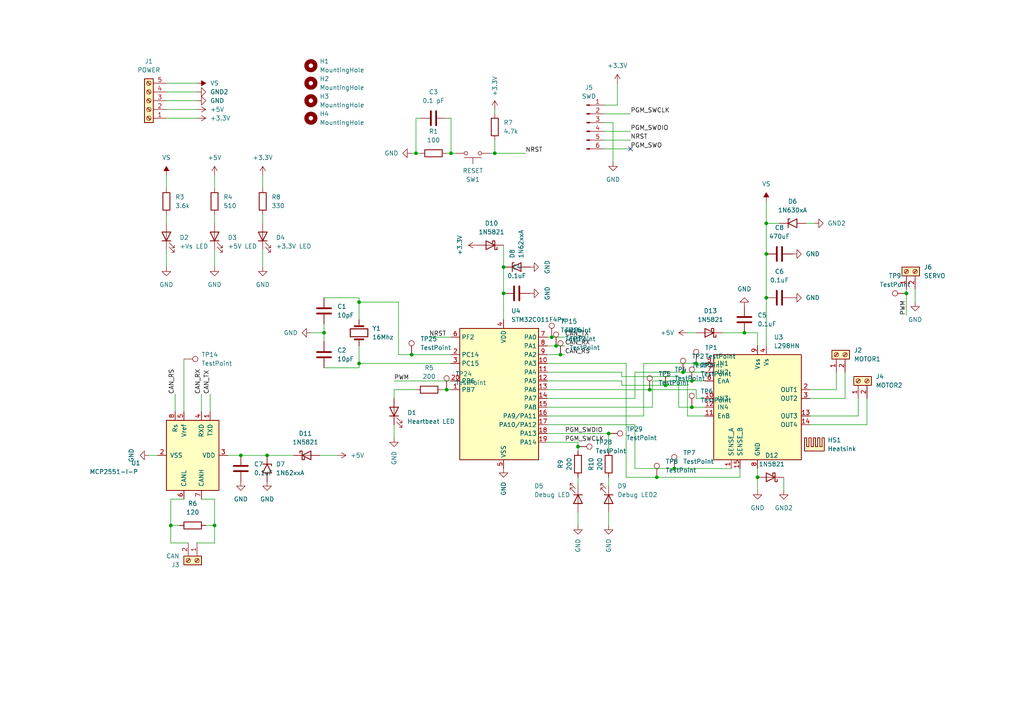
<source format=kicad_sch>
(kicad_sch (version 20230121) (generator eeschema)

  (uuid 60c8d5d1-d1fa-4908-ba51-bb9d2b2ec17d)

  (paper "A4")

  (title_block
    (title "CAN Motor Driver")
    (date "2024-02-01")
    (rev "0")
    (company "GDHI")
  )

  (lib_symbols
    (symbol "Connector:Conn_01x06_Pin" (pin_names (offset 1.016) hide) (in_bom yes) (on_board yes)
      (property "Reference" "J" (at 0 7.62 0)
        (effects (font (size 1.27 1.27)))
      )
      (property "Value" "Conn_01x06_Pin" (at 0 -10.16 0)
        (effects (font (size 1.27 1.27)))
      )
      (property "Footprint" "" (at 0 0 0)
        (effects (font (size 1.27 1.27)) hide)
      )
      (property "Datasheet" "~" (at 0 0 0)
        (effects (font (size 1.27 1.27)) hide)
      )
      (property "ki_locked" "" (at 0 0 0)
        (effects (font (size 1.27 1.27)))
      )
      (property "ki_keywords" "connector" (at 0 0 0)
        (effects (font (size 1.27 1.27)) hide)
      )
      (property "ki_description" "Generic connector, single row, 01x06, script generated" (at 0 0 0)
        (effects (font (size 1.27 1.27)) hide)
      )
      (property "ki_fp_filters" "Connector*:*_1x??_*" (at 0 0 0)
        (effects (font (size 1.27 1.27)) hide)
      )
      (symbol "Conn_01x06_Pin_1_1"
        (polyline
          (pts
            (xy 1.27 -7.62)
            (xy 0.8636 -7.62)
          )
          (stroke (width 0.1524) (type default))
          (fill (type none))
        )
        (polyline
          (pts
            (xy 1.27 -5.08)
            (xy 0.8636 -5.08)
          )
          (stroke (width 0.1524) (type default))
          (fill (type none))
        )
        (polyline
          (pts
            (xy 1.27 -2.54)
            (xy 0.8636 -2.54)
          )
          (stroke (width 0.1524) (type default))
          (fill (type none))
        )
        (polyline
          (pts
            (xy 1.27 0)
            (xy 0.8636 0)
          )
          (stroke (width 0.1524) (type default))
          (fill (type none))
        )
        (polyline
          (pts
            (xy 1.27 2.54)
            (xy 0.8636 2.54)
          )
          (stroke (width 0.1524) (type default))
          (fill (type none))
        )
        (polyline
          (pts
            (xy 1.27 5.08)
            (xy 0.8636 5.08)
          )
          (stroke (width 0.1524) (type default))
          (fill (type none))
        )
        (rectangle (start 0.8636 -7.493) (end 0 -7.747)
          (stroke (width 0.1524) (type default))
          (fill (type outline))
        )
        (rectangle (start 0.8636 -4.953) (end 0 -5.207)
          (stroke (width 0.1524) (type default))
          (fill (type outline))
        )
        (rectangle (start 0.8636 -2.413) (end 0 -2.667)
          (stroke (width 0.1524) (type default))
          (fill (type outline))
        )
        (rectangle (start 0.8636 0.127) (end 0 -0.127)
          (stroke (width 0.1524) (type default))
          (fill (type outline))
        )
        (rectangle (start 0.8636 2.667) (end 0 2.413)
          (stroke (width 0.1524) (type default))
          (fill (type outline))
        )
        (rectangle (start 0.8636 5.207) (end 0 4.953)
          (stroke (width 0.1524) (type default))
          (fill (type outline))
        )
        (pin passive line (at 5.08 5.08 180) (length 3.81)
          (name "Pin_1" (effects (font (size 1.27 1.27))))
          (number "1" (effects (font (size 1.27 1.27))))
        )
        (pin passive line (at 5.08 2.54 180) (length 3.81)
          (name "Pin_2" (effects (font (size 1.27 1.27))))
          (number "2" (effects (font (size 1.27 1.27))))
        )
        (pin passive line (at 5.08 0 180) (length 3.81)
          (name "Pin_3" (effects (font (size 1.27 1.27))))
          (number "3" (effects (font (size 1.27 1.27))))
        )
        (pin passive line (at 5.08 -2.54 180) (length 3.81)
          (name "Pin_4" (effects (font (size 1.27 1.27))))
          (number "4" (effects (font (size 1.27 1.27))))
        )
        (pin passive line (at 5.08 -5.08 180) (length 3.81)
          (name "Pin_5" (effects (font (size 1.27 1.27))))
          (number "5" (effects (font (size 1.27 1.27))))
        )
        (pin passive line (at 5.08 -7.62 180) (length 3.81)
          (name "Pin_6" (effects (font (size 1.27 1.27))))
          (number "6" (effects (font (size 1.27 1.27))))
        )
      )
    )
    (symbol "Connector:Screw_Terminal_01x02" (pin_names (offset 1.016) hide) (in_bom yes) (on_board yes)
      (property "Reference" "J" (at 0 2.54 0)
        (effects (font (size 1.27 1.27)))
      )
      (property "Value" "Screw_Terminal_01x02" (at 0 -5.08 0)
        (effects (font (size 1.27 1.27)))
      )
      (property "Footprint" "" (at 0 0 0)
        (effects (font (size 1.27 1.27)) hide)
      )
      (property "Datasheet" "~" (at 0 0 0)
        (effects (font (size 1.27 1.27)) hide)
      )
      (property "ki_keywords" "screw terminal" (at 0 0 0)
        (effects (font (size 1.27 1.27)) hide)
      )
      (property "ki_description" "Generic screw terminal, single row, 01x02, script generated (kicad-library-utils/schlib/autogen/connector/)" (at 0 0 0)
        (effects (font (size 1.27 1.27)) hide)
      )
      (property "ki_fp_filters" "TerminalBlock*:*" (at 0 0 0)
        (effects (font (size 1.27 1.27)) hide)
      )
      (symbol "Screw_Terminal_01x02_1_1"
        (rectangle (start -1.27 1.27) (end 1.27 -3.81)
          (stroke (width 0.254) (type default))
          (fill (type background))
        )
        (circle (center 0 -2.54) (radius 0.635)
          (stroke (width 0.1524) (type default))
          (fill (type none))
        )
        (polyline
          (pts
            (xy -0.5334 -2.2098)
            (xy 0.3302 -3.048)
          )
          (stroke (width 0.1524) (type default))
          (fill (type none))
        )
        (polyline
          (pts
            (xy -0.5334 0.3302)
            (xy 0.3302 -0.508)
          )
          (stroke (width 0.1524) (type default))
          (fill (type none))
        )
        (polyline
          (pts
            (xy -0.3556 -2.032)
            (xy 0.508 -2.8702)
          )
          (stroke (width 0.1524) (type default))
          (fill (type none))
        )
        (polyline
          (pts
            (xy -0.3556 0.508)
            (xy 0.508 -0.3302)
          )
          (stroke (width 0.1524) (type default))
          (fill (type none))
        )
        (circle (center 0 0) (radius 0.635)
          (stroke (width 0.1524) (type default))
          (fill (type none))
        )
        (pin passive line (at -5.08 0 0) (length 3.81)
          (name "Pin_1" (effects (font (size 1.27 1.27))))
          (number "1" (effects (font (size 1.27 1.27))))
        )
        (pin passive line (at -5.08 -2.54 0) (length 3.81)
          (name "Pin_2" (effects (font (size 1.27 1.27))))
          (number "2" (effects (font (size 1.27 1.27))))
        )
      )
    )
    (symbol "Connector:Screw_Terminal_01x05" (pin_names (offset 1.016) hide) (in_bom yes) (on_board yes)
      (property "Reference" "J" (at 0 7.62 0)
        (effects (font (size 1.27 1.27)))
      )
      (property "Value" "Screw_Terminal_01x05" (at 0 -7.62 0)
        (effects (font (size 1.27 1.27)))
      )
      (property "Footprint" "" (at 0 0 0)
        (effects (font (size 1.27 1.27)) hide)
      )
      (property "Datasheet" "~" (at 0 0 0)
        (effects (font (size 1.27 1.27)) hide)
      )
      (property "ki_keywords" "screw terminal" (at 0 0 0)
        (effects (font (size 1.27 1.27)) hide)
      )
      (property "ki_description" "Generic screw terminal, single row, 01x05, script generated (kicad-library-utils/schlib/autogen/connector/)" (at 0 0 0)
        (effects (font (size 1.27 1.27)) hide)
      )
      (property "ki_fp_filters" "TerminalBlock*:*" (at 0 0 0)
        (effects (font (size 1.27 1.27)) hide)
      )
      (symbol "Screw_Terminal_01x05_1_1"
        (rectangle (start -1.27 6.35) (end 1.27 -6.35)
          (stroke (width 0.254) (type default))
          (fill (type background))
        )
        (circle (center 0 -5.08) (radius 0.635)
          (stroke (width 0.1524) (type default))
          (fill (type none))
        )
        (circle (center 0 -2.54) (radius 0.635)
          (stroke (width 0.1524) (type default))
          (fill (type none))
        )
        (polyline
          (pts
            (xy -0.5334 -4.7498)
            (xy 0.3302 -5.588)
          )
          (stroke (width 0.1524) (type default))
          (fill (type none))
        )
        (polyline
          (pts
            (xy -0.5334 -2.2098)
            (xy 0.3302 -3.048)
          )
          (stroke (width 0.1524) (type default))
          (fill (type none))
        )
        (polyline
          (pts
            (xy -0.5334 0.3302)
            (xy 0.3302 -0.508)
          )
          (stroke (width 0.1524) (type default))
          (fill (type none))
        )
        (polyline
          (pts
            (xy -0.5334 2.8702)
            (xy 0.3302 2.032)
          )
          (stroke (width 0.1524) (type default))
          (fill (type none))
        )
        (polyline
          (pts
            (xy -0.5334 5.4102)
            (xy 0.3302 4.572)
          )
          (stroke (width 0.1524) (type default))
          (fill (type none))
        )
        (polyline
          (pts
            (xy -0.3556 -4.572)
            (xy 0.508 -5.4102)
          )
          (stroke (width 0.1524) (type default))
          (fill (type none))
        )
        (polyline
          (pts
            (xy -0.3556 -2.032)
            (xy 0.508 -2.8702)
          )
          (stroke (width 0.1524) (type default))
          (fill (type none))
        )
        (polyline
          (pts
            (xy -0.3556 0.508)
            (xy 0.508 -0.3302)
          )
          (stroke (width 0.1524) (type default))
          (fill (type none))
        )
        (polyline
          (pts
            (xy -0.3556 3.048)
            (xy 0.508 2.2098)
          )
          (stroke (width 0.1524) (type default))
          (fill (type none))
        )
        (polyline
          (pts
            (xy -0.3556 5.588)
            (xy 0.508 4.7498)
          )
          (stroke (width 0.1524) (type default))
          (fill (type none))
        )
        (circle (center 0 0) (radius 0.635)
          (stroke (width 0.1524) (type default))
          (fill (type none))
        )
        (circle (center 0 2.54) (radius 0.635)
          (stroke (width 0.1524) (type default))
          (fill (type none))
        )
        (circle (center 0 5.08) (radius 0.635)
          (stroke (width 0.1524) (type default))
          (fill (type none))
        )
        (pin passive line (at -5.08 5.08 0) (length 3.81)
          (name "Pin_1" (effects (font (size 1.27 1.27))))
          (number "1" (effects (font (size 1.27 1.27))))
        )
        (pin passive line (at -5.08 2.54 0) (length 3.81)
          (name "Pin_2" (effects (font (size 1.27 1.27))))
          (number "2" (effects (font (size 1.27 1.27))))
        )
        (pin passive line (at -5.08 0 0) (length 3.81)
          (name "Pin_3" (effects (font (size 1.27 1.27))))
          (number "3" (effects (font (size 1.27 1.27))))
        )
        (pin passive line (at -5.08 -2.54 0) (length 3.81)
          (name "Pin_4" (effects (font (size 1.27 1.27))))
          (number "4" (effects (font (size 1.27 1.27))))
        )
        (pin passive line (at -5.08 -5.08 0) (length 3.81)
          (name "Pin_5" (effects (font (size 1.27 1.27))))
          (number "5" (effects (font (size 1.27 1.27))))
        )
      )
    )
    (symbol "Connector:TestPoint" (pin_numbers hide) (pin_names (offset 0.762) hide) (in_bom yes) (on_board yes)
      (property "Reference" "TP" (at 0 6.858 0)
        (effects (font (size 1.27 1.27)))
      )
      (property "Value" "TestPoint" (at 0 5.08 0)
        (effects (font (size 1.27 1.27)))
      )
      (property "Footprint" "" (at 5.08 0 0)
        (effects (font (size 1.27 1.27)) hide)
      )
      (property "Datasheet" "~" (at 5.08 0 0)
        (effects (font (size 1.27 1.27)) hide)
      )
      (property "ki_keywords" "test point tp" (at 0 0 0)
        (effects (font (size 1.27 1.27)) hide)
      )
      (property "ki_description" "test point" (at 0 0 0)
        (effects (font (size 1.27 1.27)) hide)
      )
      (property "ki_fp_filters" "Pin* Test*" (at 0 0 0)
        (effects (font (size 1.27 1.27)) hide)
      )
      (symbol "TestPoint_0_1"
        (circle (center 0 3.302) (radius 0.762)
          (stroke (width 0) (type default))
          (fill (type none))
        )
      )
      (symbol "TestPoint_1_1"
        (pin passive line (at 0 0 90) (length 2.54)
          (name "1" (effects (font (size 1.27 1.27))))
          (number "1" (effects (font (size 1.27 1.27))))
        )
      )
    )
    (symbol "Device:C" (pin_numbers hide) (pin_names (offset 0.254)) (in_bom yes) (on_board yes)
      (property "Reference" "C" (at 0.635 2.54 0)
        (effects (font (size 1.27 1.27)) (justify left))
      )
      (property "Value" "C" (at 0.635 -2.54 0)
        (effects (font (size 1.27 1.27)) (justify left))
      )
      (property "Footprint" "" (at 0.9652 -3.81 0)
        (effects (font (size 1.27 1.27)) hide)
      )
      (property "Datasheet" "~" (at 0 0 0)
        (effects (font (size 1.27 1.27)) hide)
      )
      (property "ki_keywords" "cap capacitor" (at 0 0 0)
        (effects (font (size 1.27 1.27)) hide)
      )
      (property "ki_description" "Unpolarized capacitor" (at 0 0 0)
        (effects (font (size 1.27 1.27)) hide)
      )
      (property "ki_fp_filters" "C_*" (at 0 0 0)
        (effects (font (size 1.27 1.27)) hide)
      )
      (symbol "C_0_1"
        (polyline
          (pts
            (xy -2.032 -0.762)
            (xy 2.032 -0.762)
          )
          (stroke (width 0.508) (type default))
          (fill (type none))
        )
        (polyline
          (pts
            (xy -2.032 0.762)
            (xy 2.032 0.762)
          )
          (stroke (width 0.508) (type default))
          (fill (type none))
        )
      )
      (symbol "C_1_1"
        (pin passive line (at 0 3.81 270) (length 2.794)
          (name "~" (effects (font (size 1.27 1.27))))
          (number "1" (effects (font (size 1.27 1.27))))
        )
        (pin passive line (at 0 -3.81 90) (length 2.794)
          (name "~" (effects (font (size 1.27 1.27))))
          (number "2" (effects (font (size 1.27 1.27))))
        )
      )
    )
    (symbol "Device:Crystal" (pin_numbers hide) (pin_names (offset 1.016) hide) (in_bom yes) (on_board yes)
      (property "Reference" "Y" (at 0 3.81 0)
        (effects (font (size 1.27 1.27)))
      )
      (property "Value" "Crystal" (at 0 -3.81 0)
        (effects (font (size 1.27 1.27)))
      )
      (property "Footprint" "" (at 0 0 0)
        (effects (font (size 1.27 1.27)) hide)
      )
      (property "Datasheet" "~" (at 0 0 0)
        (effects (font (size 1.27 1.27)) hide)
      )
      (property "ki_keywords" "quartz ceramic resonator oscillator" (at 0 0 0)
        (effects (font (size 1.27 1.27)) hide)
      )
      (property "ki_description" "Two pin crystal" (at 0 0 0)
        (effects (font (size 1.27 1.27)) hide)
      )
      (property "ki_fp_filters" "Crystal*" (at 0 0 0)
        (effects (font (size 1.27 1.27)) hide)
      )
      (symbol "Crystal_0_1"
        (rectangle (start -1.143 2.54) (end 1.143 -2.54)
          (stroke (width 0.3048) (type default))
          (fill (type none))
        )
        (polyline
          (pts
            (xy -2.54 0)
            (xy -1.905 0)
          )
          (stroke (width 0) (type default))
          (fill (type none))
        )
        (polyline
          (pts
            (xy -1.905 -1.27)
            (xy -1.905 1.27)
          )
          (stroke (width 0.508) (type default))
          (fill (type none))
        )
        (polyline
          (pts
            (xy 1.905 -1.27)
            (xy 1.905 1.27)
          )
          (stroke (width 0.508) (type default))
          (fill (type none))
        )
        (polyline
          (pts
            (xy 2.54 0)
            (xy 1.905 0)
          )
          (stroke (width 0) (type default))
          (fill (type none))
        )
      )
      (symbol "Crystal_1_1"
        (pin passive line (at -3.81 0 0) (length 1.27)
          (name "1" (effects (font (size 1.27 1.27))))
          (number "1" (effects (font (size 1.27 1.27))))
        )
        (pin passive line (at 3.81 0 180) (length 1.27)
          (name "2" (effects (font (size 1.27 1.27))))
          (number "2" (effects (font (size 1.27 1.27))))
        )
      )
    )
    (symbol "Device:LED" (pin_numbers hide) (pin_names (offset 1.016) hide) (in_bom yes) (on_board yes)
      (property "Reference" "D" (at 0 2.54 0)
        (effects (font (size 1.27 1.27)))
      )
      (property "Value" "LED" (at 0 -2.54 0)
        (effects (font (size 1.27 1.27)))
      )
      (property "Footprint" "" (at 0 0 0)
        (effects (font (size 1.27 1.27)) hide)
      )
      (property "Datasheet" "~" (at 0 0 0)
        (effects (font (size 1.27 1.27)) hide)
      )
      (property "ki_keywords" "LED diode" (at 0 0 0)
        (effects (font (size 1.27 1.27)) hide)
      )
      (property "ki_description" "Light emitting diode" (at 0 0 0)
        (effects (font (size 1.27 1.27)) hide)
      )
      (property "ki_fp_filters" "LED* LED_SMD:* LED_THT:*" (at 0 0 0)
        (effects (font (size 1.27 1.27)) hide)
      )
      (symbol "LED_0_1"
        (polyline
          (pts
            (xy -1.27 -1.27)
            (xy -1.27 1.27)
          )
          (stroke (width 0.254) (type default))
          (fill (type none))
        )
        (polyline
          (pts
            (xy -1.27 0)
            (xy 1.27 0)
          )
          (stroke (width 0) (type default))
          (fill (type none))
        )
        (polyline
          (pts
            (xy 1.27 -1.27)
            (xy 1.27 1.27)
            (xy -1.27 0)
            (xy 1.27 -1.27)
          )
          (stroke (width 0.254) (type default))
          (fill (type none))
        )
        (polyline
          (pts
            (xy -3.048 -0.762)
            (xy -4.572 -2.286)
            (xy -3.81 -2.286)
            (xy -4.572 -2.286)
            (xy -4.572 -1.524)
          )
          (stroke (width 0) (type default))
          (fill (type none))
        )
        (polyline
          (pts
            (xy -1.778 -0.762)
            (xy -3.302 -2.286)
            (xy -2.54 -2.286)
            (xy -3.302 -2.286)
            (xy -3.302 -1.524)
          )
          (stroke (width 0) (type default))
          (fill (type none))
        )
      )
      (symbol "LED_1_1"
        (pin passive line (at -3.81 0 0) (length 2.54)
          (name "K" (effects (font (size 1.27 1.27))))
          (number "1" (effects (font (size 1.27 1.27))))
        )
        (pin passive line (at 3.81 0 180) (length 2.54)
          (name "A" (effects (font (size 1.27 1.27))))
          (number "2" (effects (font (size 1.27 1.27))))
        )
      )
    )
    (symbol "Device:R" (pin_numbers hide) (pin_names (offset 0)) (in_bom yes) (on_board yes)
      (property "Reference" "R" (at 2.032 0 90)
        (effects (font (size 1.27 1.27)))
      )
      (property "Value" "R" (at 0 0 90)
        (effects (font (size 1.27 1.27)))
      )
      (property "Footprint" "" (at -1.778 0 90)
        (effects (font (size 1.27 1.27)) hide)
      )
      (property "Datasheet" "~" (at 0 0 0)
        (effects (font (size 1.27 1.27)) hide)
      )
      (property "ki_keywords" "R res resistor" (at 0 0 0)
        (effects (font (size 1.27 1.27)) hide)
      )
      (property "ki_description" "Resistor" (at 0 0 0)
        (effects (font (size 1.27 1.27)) hide)
      )
      (property "ki_fp_filters" "R_*" (at 0 0 0)
        (effects (font (size 1.27 1.27)) hide)
      )
      (symbol "R_0_1"
        (rectangle (start -1.016 -2.54) (end 1.016 2.54)
          (stroke (width 0.254) (type default))
          (fill (type none))
        )
      )
      (symbol "R_1_1"
        (pin passive line (at 0 3.81 270) (length 1.27)
          (name "~" (effects (font (size 1.27 1.27))))
          (number "1" (effects (font (size 1.27 1.27))))
        )
        (pin passive line (at 0 -3.81 90) (length 1.27)
          (name "~" (effects (font (size 1.27 1.27))))
          (number "2" (effects (font (size 1.27 1.27))))
        )
      )
    )
    (symbol "Diode:1N5821" (pin_numbers hide) (pin_names (offset 1.016) hide) (in_bom yes) (on_board yes)
      (property "Reference" "D" (at 0 2.54 0)
        (effects (font (size 1.27 1.27)))
      )
      (property "Value" "1N5821" (at 0 -2.54 0)
        (effects (font (size 1.27 1.27)))
      )
      (property "Footprint" "Diode_THT:D_DO-201AD_P15.24mm_Horizontal" (at 0 -4.445 0)
        (effects (font (size 1.27 1.27)) hide)
      )
      (property "Datasheet" "http://www.vishay.com/docs/88526/1n5820.pdf" (at 0 0 0)
        (effects (font (size 1.27 1.27)) hide)
      )
      (property "ki_keywords" "diode Schottky" (at 0 0 0)
        (effects (font (size 1.27 1.27)) hide)
      )
      (property "ki_description" "30V 3A Schottky Barrier Rectifier Diode, DO-201AD" (at 0 0 0)
        (effects (font (size 1.27 1.27)) hide)
      )
      (property "ki_fp_filters" "D*DO?201AD*" (at 0 0 0)
        (effects (font (size 1.27 1.27)) hide)
      )
      (symbol "1N5821_0_1"
        (polyline
          (pts
            (xy 1.27 0)
            (xy -1.27 0)
          )
          (stroke (width 0) (type default))
          (fill (type none))
        )
        (polyline
          (pts
            (xy 1.27 1.27)
            (xy 1.27 -1.27)
            (xy -1.27 0)
            (xy 1.27 1.27)
          )
          (stroke (width 0.254) (type default))
          (fill (type none))
        )
        (polyline
          (pts
            (xy -1.905 0.635)
            (xy -1.905 1.27)
            (xy -1.27 1.27)
            (xy -1.27 -1.27)
            (xy -0.635 -1.27)
            (xy -0.635 -0.635)
          )
          (stroke (width 0.254) (type default))
          (fill (type none))
        )
      )
      (symbol "1N5821_1_1"
        (pin passive line (at -3.81 0 0) (length 2.54)
          (name "K" (effects (font (size 1.27 1.27))))
          (number "1" (effects (font (size 1.27 1.27))))
        )
        (pin passive line (at 3.81 0 180) (length 2.54)
          (name "A" (effects (font (size 1.27 1.27))))
          (number "2" (effects (font (size 1.27 1.27))))
        )
      )
    )
    (symbol "Diode:1N62xxA" (pin_numbers hide) (pin_names (offset 1.016) hide) (in_bom yes) (on_board yes)
      (property "Reference" "D" (at 0 2.54 0)
        (effects (font (size 1.27 1.27)))
      )
      (property "Value" "1N62xxA" (at 0 -2.54 0)
        (effects (font (size 1.27 1.27)))
      )
      (property "Footprint" "Diode_THT:D_DO-201AE_P15.24mm_Horizontal" (at 0 -5.08 0)
        (effects (font (size 1.27 1.27)) hide)
      )
      (property "Datasheet" "https://www.vishay.com/docs/88301/15ke.pdf" (at -1.27 0 0)
        (effects (font (size 1.27 1.27)) hide)
      )
      (property "ki_keywords" "diode TVS voltage suppressor" (at 0 0 0)
        (effects (font (size 1.27 1.27)) hide)
      )
      (property "ki_description" "1500W unidirectional TRANSZORB® Transient Voltage Suppressor, DO-201AE" (at 0 0 0)
        (effects (font (size 1.27 1.27)) hide)
      )
      (property "ki_fp_filters" "D?DO?201AE*" (at 0 0 0)
        (effects (font (size 1.27 1.27)) hide)
      )
      (symbol "1N62xxA_0_1"
        (polyline
          (pts
            (xy -0.762 1.27)
            (xy -1.27 1.27)
            (xy -1.27 -1.27)
          )
          (stroke (width 0.254) (type default))
          (fill (type none))
        )
        (polyline
          (pts
            (xy 1.27 1.27)
            (xy 1.27 -1.27)
            (xy -1.27 0)
            (xy 1.27 1.27)
          )
          (stroke (width 0.254) (type default))
          (fill (type none))
        )
      )
      (symbol "1N62xxA_1_1"
        (pin passive line (at -3.81 0 0) (length 2.54)
          (name "A1" (effects (font (size 1.27 1.27))))
          (number "1" (effects (font (size 1.27 1.27))))
        )
        (pin passive line (at 3.81 0 180) (length 2.54)
          (name "A2" (effects (font (size 1.27 1.27))))
          (number "2" (effects (font (size 1.27 1.27))))
        )
      )
    )
    (symbol "Diode:1N630xA" (pin_numbers hide) (pin_names (offset 1.016) hide) (in_bom yes) (on_board yes)
      (property "Reference" "D" (at 0 2.54 0)
        (effects (font (size 1.27 1.27)))
      )
      (property "Value" "1N630xA" (at 0 -2.54 0)
        (effects (font (size 1.27 1.27)))
      )
      (property "Footprint" "Diode_THT:D_DO-201AE_P15.24mm_Horizontal" (at 0 -5.08 0)
        (effects (font (size 1.27 1.27)) hide)
      )
      (property "Datasheet" "https://www.vishay.com/docs/88301/15ke.pdf" (at -1.27 0 0)
        (effects (font (size 1.27 1.27)) hide)
      )
      (property "ki_keywords" "diode TVS voltage suppressor" (at 0 0 0)
        (effects (font (size 1.27 1.27)) hide)
      )
      (property "ki_description" "1500W unidirectional TRANSZORB® Transient Voltage Suppressor, DO-201AE" (at 0 0 0)
        (effects (font (size 1.27 1.27)) hide)
      )
      (property "ki_fp_filters" "D?DO?201AE*" (at 0 0 0)
        (effects (font (size 1.27 1.27)) hide)
      )
      (symbol "1N630xA_0_1"
        (polyline
          (pts
            (xy -0.762 1.27)
            (xy -1.27 1.27)
            (xy -1.27 -1.27)
          )
          (stroke (width 0.254) (type default))
          (fill (type none))
        )
        (polyline
          (pts
            (xy 1.27 1.27)
            (xy 1.27 -1.27)
            (xy -1.27 0)
            (xy 1.27 1.27)
          )
          (stroke (width 0.254) (type default))
          (fill (type none))
        )
      )
      (symbol "1N630xA_1_1"
        (pin passive line (at -3.81 0 0) (length 2.54)
          (name "A1" (effects (font (size 1.27 1.27))))
          (number "1" (effects (font (size 1.27 1.27))))
        )
        (pin passive line (at 3.81 0 180) (length 2.54)
          (name "A2" (effects (font (size 1.27 1.27))))
          (number "2" (effects (font (size 1.27 1.27))))
        )
      )
    )
    (symbol "Driver_Motor:L298HN" (pin_names (offset 1.016)) (in_bom yes) (on_board yes)
      (property "Reference" "U" (at -10.16 16.51 0)
        (effects (font (size 1.27 1.27)) (justify right))
      )
      (property "Value" "L298HN" (at 12.7 16.51 0)
        (effects (font (size 1.27 1.27)) (justify right))
      )
      (property "Footprint" "Package_TO_SOT_THT:TO-220-15_P2.54x2.54mm_StaggerOdd_Lead5.84mm_TabDown" (at 1.27 -16.51 0)
        (effects (font (size 1.27 1.27)) (justify left) hide)
      )
      (property "Datasheet" "http://www.st.com/st-web-ui/static/active/en/resource/technical/document/datasheet/CD00000240.pdf" (at 3.81 6.35 0)
        (effects (font (size 1.27 1.27)) hide)
      )
      (property "ki_keywords" "H-bridge motor driver" (at 0 0 0)
        (effects (font (size 1.27 1.27)) hide)
      )
      (property "ki_description" "Dual full bridge motor driver, up to 46V, 4A, Multiwatt15-H" (at 0 0 0)
        (effects (font (size 1.27 1.27)) hide)
      )
      (property "ki_fp_filters" "TO?220*StaggerOdd*TabDown*" (at 0 0 0)
        (effects (font (size 1.27 1.27)) hide)
      )
      (symbol "L298HN_0_1"
        (rectangle (start -12.7 15.24) (end 12.7 -15.24)
          (stroke (width 0.254) (type default))
          (fill (type background))
        )
      )
      (symbol "L298HN_1_1"
        (pin power_in line (at -7.62 -17.78 90) (length 2.54)
          (name "SENSE_A" (effects (font (size 1.27 1.27))))
          (number "1" (effects (font (size 1.27 1.27))))
        )
        (pin input line (at -15.24 2.54 0) (length 2.54)
          (name "IN3" (effects (font (size 1.27 1.27))))
          (number "10" (effects (font (size 1.27 1.27))))
        )
        (pin input line (at -15.24 -2.54 0) (length 2.54)
          (name "EnB" (effects (font (size 1.27 1.27))))
          (number "11" (effects (font (size 1.27 1.27))))
        )
        (pin input line (at -15.24 0 0) (length 2.54)
          (name "IN4" (effects (font (size 1.27 1.27))))
          (number "12" (effects (font (size 1.27 1.27))))
        )
        (pin output line (at 15.24 -2.54 180) (length 2.54)
          (name "OUT3" (effects (font (size 1.27 1.27))))
          (number "13" (effects (font (size 1.27 1.27))))
        )
        (pin output line (at 15.24 -5.08 180) (length 2.54)
          (name "OUT4" (effects (font (size 1.27 1.27))))
          (number "14" (effects (font (size 1.27 1.27))))
        )
        (pin power_in line (at -5.08 -17.78 90) (length 2.54)
          (name "SENSE_B" (effects (font (size 1.27 1.27))))
          (number "15" (effects (font (size 1.27 1.27))))
        )
        (pin output line (at 15.24 5.08 180) (length 2.54)
          (name "OUT1" (effects (font (size 1.27 1.27))))
          (number "2" (effects (font (size 1.27 1.27))))
        )
        (pin output line (at 15.24 2.54 180) (length 2.54)
          (name "OUT2" (effects (font (size 1.27 1.27))))
          (number "3" (effects (font (size 1.27 1.27))))
        )
        (pin power_in line (at 2.54 17.78 270) (length 2.54)
          (name "Vs" (effects (font (size 1.27 1.27))))
          (number "4" (effects (font (size 1.27 1.27))))
        )
        (pin input line (at -15.24 12.7 0) (length 2.54)
          (name "IN1" (effects (font (size 1.27 1.27))))
          (number "5" (effects (font (size 1.27 1.27))))
        )
        (pin input line (at -15.24 7.62 0) (length 2.54)
          (name "EnA" (effects (font (size 1.27 1.27))))
          (number "6" (effects (font (size 1.27 1.27))))
        )
        (pin input line (at -15.24 10.16 0) (length 2.54)
          (name "IN2" (effects (font (size 1.27 1.27))))
          (number "7" (effects (font (size 1.27 1.27))))
        )
        (pin power_in line (at 0 -17.78 90) (length 2.54)
          (name "GND" (effects (font (size 1.27 1.27))))
          (number "8" (effects (font (size 1.27 1.27))))
        )
        (pin power_in line (at 0 17.78 270) (length 2.54)
          (name "Vss" (effects (font (size 1.27 1.27))))
          (number "9" (effects (font (size 1.27 1.27))))
        )
      )
    )
    (symbol "Interface_CAN_LIN:MCP2551-I-P" (pin_names (offset 1.016)) (in_bom yes) (on_board yes)
      (property "Reference" "U" (at -10.16 8.89 0)
        (effects (font (size 1.27 1.27)) (justify left))
      )
      (property "Value" "MCP2551-I-P" (at 2.54 8.89 0)
        (effects (font (size 1.27 1.27)) (justify left))
      )
      (property "Footprint" "Package_DIP:DIP-8_W7.62mm" (at 0 -12.7 0)
        (effects (font (size 1.27 1.27) italic) hide)
      )
      (property "Datasheet" "http://ww1.microchip.com/downloads/en/devicedoc/21667d.pdf" (at 0 0 0)
        (effects (font (size 1.27 1.27)) hide)
      )
      (property "ki_keywords" "High-Speed CAN Transceiver" (at 0 0 0)
        (effects (font (size 1.27 1.27)) hide)
      )
      (property "ki_description" "High-Speed CAN Transceiver, 1Mbps, 5V supply, DIP-8" (at 0 0 0)
        (effects (font (size 1.27 1.27)) hide)
      )
      (property "ki_fp_filters" "DIP*W7.62mm*" (at 0 0 0)
        (effects (font (size 1.27 1.27)) hide)
      )
      (symbol "MCP2551-I-P_0_1"
        (rectangle (start -10.16 7.62) (end 10.16 -7.62)
          (stroke (width 0.254) (type default))
          (fill (type background))
        )
      )
      (symbol "MCP2551-I-P_1_1"
        (pin input line (at -12.7 5.08 0) (length 2.54)
          (name "TXD" (effects (font (size 1.27 1.27))))
          (number "1" (effects (font (size 1.27 1.27))))
        )
        (pin power_in line (at 0 -10.16 90) (length 2.54)
          (name "VSS" (effects (font (size 1.27 1.27))))
          (number "2" (effects (font (size 1.27 1.27))))
        )
        (pin power_in line (at 0 10.16 270) (length 2.54)
          (name "VDD" (effects (font (size 1.27 1.27))))
          (number "3" (effects (font (size 1.27 1.27))))
        )
        (pin output line (at -12.7 2.54 0) (length 2.54)
          (name "RXD" (effects (font (size 1.27 1.27))))
          (number "4" (effects (font (size 1.27 1.27))))
        )
        (pin power_out line (at -12.7 -2.54 0) (length 2.54)
          (name "Vref" (effects (font (size 1.27 1.27))))
          (number "5" (effects (font (size 1.27 1.27))))
        )
        (pin bidirectional line (at 12.7 -2.54 180) (length 2.54)
          (name "CANL" (effects (font (size 1.27 1.27))))
          (number "6" (effects (font (size 1.27 1.27))))
        )
        (pin bidirectional line (at 12.7 2.54 180) (length 2.54)
          (name "CANH" (effects (font (size 1.27 1.27))))
          (number "7" (effects (font (size 1.27 1.27))))
        )
        (pin input line (at -12.7 -5.08 0) (length 2.54)
          (name "Rs" (effects (font (size 1.27 1.27))))
          (number "8" (effects (font (size 1.27 1.27))))
        )
      )
    )
    (symbol "MCU_ST_STM32C0:STM32C011F4Px" (in_bom yes) (on_board yes)
      (property "Reference" "U" (at -10.16 21.59 0)
        (effects (font (size 1.27 1.27)) (justify left))
      )
      (property "Value" "STM32C011F4Px" (at 5.08 21.59 0)
        (effects (font (size 1.27 1.27)) (justify left))
      )
      (property "Footprint" "Package_SO:TSSOP-20_4.4x6.5mm_P0.65mm" (at -10.16 -17.78 0)
        (effects (font (size 1.27 1.27)) (justify right) hide)
      )
      (property "Datasheet" "https://www.st.com/resource/en/datasheet/stm32c011f4.pdf" (at 0 0 0)
        (effects (font (size 1.27 1.27)) hide)
      )
      (property "ki_locked" "" (at 0 0 0)
        (effects (font (size 1.27 1.27)))
      )
      (property "ki_keywords" "Arm Cortex-M0+ STM32C0 STM32C0x1" (at 0 0 0)
        (effects (font (size 1.27 1.27)) hide)
      )
      (property "ki_description" "STMicroelectronics Arm Cortex-M0+ MCU, 16KB flash, 6KB RAM, 48 MHz, 2.0-3.6V, 18 GPIO, TSSOP20" (at 0 0 0)
        (effects (font (size 1.27 1.27)) hide)
      )
      (property "ki_fp_filters" "TSSOP*4.4x6.5mm*P0.65mm*" (at 0 0 0)
        (effects (font (size 1.27 1.27)) hide)
      )
      (symbol "STM32C011F4Px_0_1"
        (rectangle (start -10.16 -17.78) (end 12.7 20.32)
          (stroke (width 0.254) (type default))
          (fill (type background))
        )
      )
      (symbol "STM32C011F4Px_1_1"
        (pin bidirectional line (at -12.7 2.54 0) (length 2.54)
          (name "PB7" (effects (font (size 1.27 1.27))))
          (number "1" (effects (font (size 1.27 1.27))))
          (alternate "I2C1_SCL" bidirectional line)
          (alternate "I2C1_SDA" bidirectional line)
          (alternate "RTC_REFIN" bidirectional line)
          (alternate "TIM16_CH1" bidirectional line)
          (alternate "TIM17_CH1N" bidirectional line)
          (alternate "TIM1_CH4" bidirectional line)
          (alternate "TIM3_CH1" bidirectional line)
          (alternate "TIM3_CH4" bidirectional line)
          (alternate "USART1_RX" bidirectional line)
          (alternate "USART2_CTS" bidirectional line)
          (alternate "USART2_NSS" bidirectional line)
        )
        (pin bidirectional line (at 15.24 10.16 180) (length 2.54)
          (name "PA3" (effects (font (size 1.27 1.27))))
          (number "10" (effects (font (size 1.27 1.27))))
          (alternate "ADC1_IN3" bidirectional line)
          (alternate "TIM1_CH1N" bidirectional line)
          (alternate "TIM1_CH4" bidirectional line)
          (alternate "USART2_RX" bidirectional line)
        )
        (pin bidirectional line (at 15.24 7.62 180) (length 2.54)
          (name "PA4" (effects (font (size 1.27 1.27))))
          (number "11" (effects (font (size 1.27 1.27))))
          (alternate "ADC1_IN4" bidirectional line)
          (alternate "I2S1_WS" bidirectional line)
          (alternate "PWR_WKUP2" bidirectional line)
          (alternate "RTC_OUT1" bidirectional line)
          (alternate "RTC_TS" bidirectional line)
          (alternate "SPI1_NSS" bidirectional line)
          (alternate "TIM14_CH1" bidirectional line)
          (alternate "TIM17_CH1N" bidirectional line)
          (alternate "TIM1_CH2N" bidirectional line)
          (alternate "USART2_TX" bidirectional line)
        )
        (pin bidirectional line (at 15.24 5.08 180) (length 2.54)
          (name "PA5" (effects (font (size 1.27 1.27))))
          (number "12" (effects (font (size 1.27 1.27))))
          (alternate "ADC1_IN5" bidirectional line)
          (alternate "I2S1_CK" bidirectional line)
          (alternate "SPI1_SCK" bidirectional line)
          (alternate "TIM1_CH1" bidirectional line)
          (alternate "TIM1_CH3N" bidirectional line)
          (alternate "USART2_RX" bidirectional line)
        )
        (pin bidirectional line (at 15.24 2.54 180) (length 2.54)
          (name "PA6" (effects (font (size 1.27 1.27))))
          (number "13" (effects (font (size 1.27 1.27))))
          (alternate "ADC1_IN6" bidirectional line)
          (alternate "I2S1_MCK" bidirectional line)
          (alternate "SPI1_MISO" bidirectional line)
          (alternate "TIM16_CH1" bidirectional line)
          (alternate "TIM1_BKIN" bidirectional line)
          (alternate "TIM3_CH1" bidirectional line)
        )
        (pin bidirectional line (at 15.24 0 180) (length 2.54)
          (name "PA7" (effects (font (size 1.27 1.27))))
          (number "14" (effects (font (size 1.27 1.27))))
          (alternate "ADC1_IN7" bidirectional line)
          (alternate "I2S1_SD" bidirectional line)
          (alternate "SPI1_MOSI" bidirectional line)
          (alternate "TIM14_CH1" bidirectional line)
          (alternate "TIM17_CH1" bidirectional line)
          (alternate "TIM1_CH1N" bidirectional line)
          (alternate "TIM3_CH2" bidirectional line)
        )
        (pin bidirectional line (at 15.24 -2.54 180) (length 2.54)
          (name "PA8" (effects (font (size 1.27 1.27))))
          (number "15" (effects (font (size 1.27 1.27))))
          (alternate "ADC1_IN8" bidirectional line)
          (alternate "I2S1_WS" bidirectional line)
          (alternate "RCC_MCO" bidirectional line)
          (alternate "RCC_MCO_2" bidirectional line)
          (alternate "SPI1_NSS" bidirectional line)
          (alternate "TIM14_CH1" bidirectional line)
          (alternate "TIM1_CH1" bidirectional line)
          (alternate "TIM1_CH2N" bidirectional line)
          (alternate "TIM1_CH3N" bidirectional line)
          (alternate "TIM3_CH3" bidirectional line)
          (alternate "TIM3_CH4" bidirectional line)
          (alternate "USART1_RX" bidirectional line)
          (alternate "USART2_TX" bidirectional line)
        )
        (pin bidirectional line (at 15.24 -5.08 180) (length 2.54)
          (name "PA9/PA11" (effects (font (size 1.27 1.27))))
          (number "16" (effects (font (size 1.27 1.27))))
          (alternate "I2C1_SCL" bidirectional line)
          (alternate "RCC_MCO" bidirectional line)
          (alternate "TIM1_CH2" bidirectional line)
          (alternate "TIM3_ETR" bidirectional line)
          (alternate "USART1_TX" bidirectional line)
        )
        (pin bidirectional line (at 15.24 -7.62 180) (length 2.54)
          (name "PA10/PA12" (effects (font (size 1.27 1.27))))
          (number "17" (effects (font (size 1.27 1.27))))
          (alternate "I2C1_SDA" bidirectional line)
          (alternate "RCC_MCO_2" bidirectional line)
          (alternate "TIM17_BKIN" bidirectional line)
          (alternate "TIM1_CH3" bidirectional line)
          (alternate "USART1_RX" bidirectional line)
        )
        (pin bidirectional line (at 15.24 -10.16 180) (length 2.54)
          (name "PA13" (effects (font (size 1.27 1.27))))
          (number "18" (effects (font (size 1.27 1.27))))
          (alternate "ADC1_IN13" bidirectional line)
          (alternate "DEBUG_SWDIO" bidirectional line)
          (alternate "IR_OUT" bidirectional line)
          (alternate "TIM3_ETR" bidirectional line)
          (alternate "USART2_RX" bidirectional line)
        )
        (pin bidirectional line (at 15.24 -12.7 180) (length 2.54)
          (name "PA14" (effects (font (size 1.27 1.27))))
          (number "19" (effects (font (size 1.27 1.27))))
          (alternate "ADC1_IN14" bidirectional line)
          (alternate "DEBUG_SWCLK" bidirectional line)
          (alternate "I2S1_WS" bidirectional line)
          (alternate "RCC_MCO_2" bidirectional line)
          (alternate "SPI1_NSS" bidirectional line)
          (alternate "TIM1_CH1" bidirectional line)
          (alternate "USART1_CK" bidirectional line)
          (alternate "USART1_DE" bidirectional line)
          (alternate "USART1_RTS" bidirectional line)
          (alternate "USART2_RX" bidirectional line)
          (alternate "USART2_TX" bidirectional line)
        )
        (pin bidirectional line (at -12.7 12.7 0) (length 2.54)
          (name "PC14" (effects (font (size 1.27 1.27))))
          (number "2" (effects (font (size 1.27 1.27))))
          (alternate "I2C1_SDA" bidirectional line)
          (alternate "IR_OUT" bidirectional line)
          (alternate "RCC_OSCX_IN" bidirectional line)
          (alternate "TIM17_CH1" bidirectional line)
          (alternate "TIM1_BKIN2" bidirectional line)
          (alternate "TIM1_ETR" bidirectional line)
          (alternate "TIM3_CH2" bidirectional line)
          (alternate "USART1_TX" bidirectional line)
          (alternate "USART2_CK" bidirectional line)
          (alternate "USART2_DE" bidirectional line)
          (alternate "USART2_RTS" bidirectional line)
        )
        (pin bidirectional line (at -12.7 5.08 0) (length 2.54)
          (name "PB6" (effects (font (size 1.27 1.27))))
          (number "20" (effects (font (size 1.27 1.27))))
          (alternate "I2C1_SCL" bidirectional line)
          (alternate "I2C1_SMBA" bidirectional line)
          (alternate "I2S1_CK" bidirectional line)
          (alternate "I2S1_MCK" bidirectional line)
          (alternate "I2S1_SD" bidirectional line)
          (alternate "PWR_WKUP3" bidirectional line)
          (alternate "SPI1_MISO" bidirectional line)
          (alternate "SPI1_MOSI" bidirectional line)
          (alternate "SPI1_SCK" bidirectional line)
          (alternate "TIM16_BKIN" bidirectional line)
          (alternate "TIM16_CH1N" bidirectional line)
          (alternate "TIM17_BKIN" bidirectional line)
          (alternate "TIM1_CH2" bidirectional line)
          (alternate "TIM1_CH3" bidirectional line)
          (alternate "TIM3_CH1" bidirectional line)
          (alternate "TIM3_CH2" bidirectional line)
          (alternate "TIM3_CH3" bidirectional line)
          (alternate "USART1_CK" bidirectional line)
          (alternate "USART1_CTS" bidirectional line)
          (alternate "USART1_DE" bidirectional line)
          (alternate "USART1_NSS" bidirectional line)
          (alternate "USART1_RTS" bidirectional line)
          (alternate "USART1_TX" bidirectional line)
        )
        (pin bidirectional line (at -12.7 10.16 0) (length 2.54)
          (name "PC15" (effects (font (size 1.27 1.27))))
          (number "3" (effects (font (size 1.27 1.27))))
          (alternate "RCC_OSC32_EN" bidirectional line)
          (alternate "RCC_OSCX_OUT" bidirectional line)
          (alternate "RCC_OSC_EN" bidirectional line)
          (alternate "TIM1_ETR" bidirectional line)
          (alternate "TIM3_CH3" bidirectional line)
        )
        (pin power_in line (at 2.54 22.86 270) (length 2.54)
          (name "VDD" (effects (font (size 1.27 1.27))))
          (number "4" (effects (font (size 1.27 1.27))))
        )
        (pin power_in line (at 2.54 -20.32 90) (length 2.54)
          (name "VSS" (effects (font (size 1.27 1.27))))
          (number "5" (effects (font (size 1.27 1.27))))
        )
        (pin bidirectional line (at -12.7 17.78 0) (length 2.54)
          (name "PF2" (effects (font (size 1.27 1.27))))
          (number "6" (effects (font (size 1.27 1.27))))
          (alternate "RCC_MCO" bidirectional line)
          (alternate "TIM1_CH4" bidirectional line)
        )
        (pin bidirectional line (at 15.24 17.78 180) (length 2.54)
          (name "PA0" (effects (font (size 1.27 1.27))))
          (number "7" (effects (font (size 1.27 1.27))))
          (alternate "ADC1_IN0" bidirectional line)
          (alternate "PWR_WKUP1" bidirectional line)
          (alternate "TIM16_CH1" bidirectional line)
          (alternate "TIM1_CH1" bidirectional line)
          (alternate "USART1_TX" bidirectional line)
          (alternate "USART2_CTS" bidirectional line)
          (alternate "USART2_NSS" bidirectional line)
        )
        (pin bidirectional line (at 15.24 15.24 180) (length 2.54)
          (name "PA1" (effects (font (size 1.27 1.27))))
          (number "8" (effects (font (size 1.27 1.27))))
          (alternate "ADC1_IN1" bidirectional line)
          (alternate "I2C1_SMBA" bidirectional line)
          (alternate "I2S1_CK" bidirectional line)
          (alternate "SPI1_SCK" bidirectional line)
          (alternate "TIM17_CH1" bidirectional line)
          (alternate "TIM1_CH2" bidirectional line)
          (alternate "USART1_RX" bidirectional line)
          (alternate "USART2_CK" bidirectional line)
          (alternate "USART2_DE" bidirectional line)
          (alternate "USART2_RTS" bidirectional line)
        )
        (pin bidirectional line (at 15.24 12.7 180) (length 2.54)
          (name "PA2" (effects (font (size 1.27 1.27))))
          (number "9" (effects (font (size 1.27 1.27))))
          (alternate "ADC1_IN2" bidirectional line)
          (alternate "I2S1_SD" bidirectional line)
          (alternate "PWR_WKUP4" bidirectional line)
          (alternate "RCC_LSCO" bidirectional line)
          (alternate "SPI1_MOSI" bidirectional line)
          (alternate "TIM16_CH1N" bidirectional line)
          (alternate "TIM1_CH3" bidirectional line)
          (alternate "TIM3_ETR" bidirectional line)
          (alternate "USART2_TX" bidirectional line)
        )
      )
    )
    (symbol "Mechanical:Heatsink" (pin_names (offset 1.016)) (in_bom yes) (on_board yes)
      (property "Reference" "HS" (at 0 5.08 0)
        (effects (font (size 1.27 1.27)))
      )
      (property "Value" "Heatsink" (at 0 -1.27 0)
        (effects (font (size 1.27 1.27)))
      )
      (property "Footprint" "" (at 0.3048 0 0)
        (effects (font (size 1.27 1.27)) hide)
      )
      (property "Datasheet" "~" (at 0.3048 0 0)
        (effects (font (size 1.27 1.27)) hide)
      )
      (property "ki_keywords" "thermal heat temperature" (at 0 0 0)
        (effects (font (size 1.27 1.27)) hide)
      )
      (property "ki_description" "Heatsink" (at 0 0 0)
        (effects (font (size 1.27 1.27)) hide)
      )
      (property "ki_fp_filters" "Heatsink_*" (at 0 0 0)
        (effects (font (size 1.27 1.27)) hide)
      )
      (symbol "Heatsink_0_1"
        (polyline
          (pts
            (xy -0.3302 1.27)
            (xy -0.9652 1.27)
            (xy -0.9652 3.81)
            (xy -1.6002 3.81)
            (xy -1.6002 1.27)
            (xy -2.2352 1.27)
            (xy -2.2352 3.81)
            (xy -2.8702 3.81)
            (xy -2.8702 0)
            (xy -0.9652 0)
          )
          (stroke (width 0.254) (type default))
          (fill (type background))
        )
        (polyline
          (pts
            (xy -0.3302 1.27)
            (xy -0.3302 3.81)
            (xy 0.3048 3.81)
            (xy 0.3048 1.27)
            (xy 0.9398 1.27)
            (xy 0.9398 3.81)
            (xy 1.5748 3.81)
            (xy 1.5748 1.27)
            (xy 2.2098 1.27)
            (xy 2.2098 3.81)
            (xy 2.8448 3.81)
            (xy 2.8448 0)
            (xy -0.9652 0)
          )
          (stroke (width 0.254) (type default))
          (fill (type background))
        )
      )
    )
    (symbol "Mechanical:MountingHole" (pin_names (offset 1.016)) (in_bom yes) (on_board yes)
      (property "Reference" "H" (at 0 5.08 0)
        (effects (font (size 1.27 1.27)))
      )
      (property "Value" "MountingHole" (at 0 3.175 0)
        (effects (font (size 1.27 1.27)))
      )
      (property "Footprint" "" (at 0 0 0)
        (effects (font (size 1.27 1.27)) hide)
      )
      (property "Datasheet" "~" (at 0 0 0)
        (effects (font (size 1.27 1.27)) hide)
      )
      (property "ki_keywords" "mounting hole" (at 0 0 0)
        (effects (font (size 1.27 1.27)) hide)
      )
      (property "ki_description" "Mounting Hole without connection" (at 0 0 0)
        (effects (font (size 1.27 1.27)) hide)
      )
      (property "ki_fp_filters" "MountingHole*" (at 0 0 0)
        (effects (font (size 1.27 1.27)) hide)
      )
      (symbol "MountingHole_0_1"
        (circle (center 0 0) (radius 1.27)
          (stroke (width 1.27) (type default))
          (fill (type none))
        )
      )
    )
    (symbol "Switch:SW_Push" (pin_numbers hide) (pin_names (offset 1.016) hide) (in_bom yes) (on_board yes)
      (property "Reference" "SW" (at 1.27 2.54 0)
        (effects (font (size 1.27 1.27)) (justify left))
      )
      (property "Value" "SW_Push" (at 0 -1.524 0)
        (effects (font (size 1.27 1.27)))
      )
      (property "Footprint" "" (at 0 5.08 0)
        (effects (font (size 1.27 1.27)) hide)
      )
      (property "Datasheet" "~" (at 0 5.08 0)
        (effects (font (size 1.27 1.27)) hide)
      )
      (property "ki_keywords" "switch normally-open pushbutton push-button" (at 0 0 0)
        (effects (font (size 1.27 1.27)) hide)
      )
      (property "ki_description" "Push button switch, generic, two pins" (at 0 0 0)
        (effects (font (size 1.27 1.27)) hide)
      )
      (symbol "SW_Push_0_1"
        (circle (center -2.032 0) (radius 0.508)
          (stroke (width 0) (type default))
          (fill (type none))
        )
        (polyline
          (pts
            (xy 0 1.27)
            (xy 0 3.048)
          )
          (stroke (width 0) (type default))
          (fill (type none))
        )
        (polyline
          (pts
            (xy 2.54 1.27)
            (xy -2.54 1.27)
          )
          (stroke (width 0) (type default))
          (fill (type none))
        )
        (circle (center 2.032 0) (radius 0.508)
          (stroke (width 0) (type default))
          (fill (type none))
        )
        (pin passive line (at -5.08 0 0) (length 2.54)
          (name "1" (effects (font (size 1.27 1.27))))
          (number "1" (effects (font (size 1.27 1.27))))
        )
        (pin passive line (at 5.08 0 180) (length 2.54)
          (name "2" (effects (font (size 1.27 1.27))))
          (number "2" (effects (font (size 1.27 1.27))))
        )
      )
    )
    (symbol "power:+3.3V" (power) (pin_names (offset 0)) (in_bom yes) (on_board yes)
      (property "Reference" "#PWR" (at 0 -3.81 0)
        (effects (font (size 1.27 1.27)) hide)
      )
      (property "Value" "+3.3V" (at 0 3.556 0)
        (effects (font (size 1.27 1.27)))
      )
      (property "Footprint" "" (at 0 0 0)
        (effects (font (size 1.27 1.27)) hide)
      )
      (property "Datasheet" "" (at 0 0 0)
        (effects (font (size 1.27 1.27)) hide)
      )
      (property "ki_keywords" "global power" (at 0 0 0)
        (effects (font (size 1.27 1.27)) hide)
      )
      (property "ki_description" "Power symbol creates a global label with name \"+3.3V\"" (at 0 0 0)
        (effects (font (size 1.27 1.27)) hide)
      )
      (symbol "+3.3V_0_1"
        (polyline
          (pts
            (xy -0.762 1.27)
            (xy 0 2.54)
          )
          (stroke (width 0) (type default))
          (fill (type none))
        )
        (polyline
          (pts
            (xy 0 0)
            (xy 0 2.54)
          )
          (stroke (width 0) (type default))
          (fill (type none))
        )
        (polyline
          (pts
            (xy 0 2.54)
            (xy 0.762 1.27)
          )
          (stroke (width 0) (type default))
          (fill (type none))
        )
      )
      (symbol "+3.3V_1_1"
        (pin power_in line (at 0 0 90) (length 0) hide
          (name "+3.3V" (effects (font (size 1.27 1.27))))
          (number "1" (effects (font (size 1.27 1.27))))
        )
      )
    )
    (symbol "power:+5V" (power) (pin_names (offset 0)) (in_bom yes) (on_board yes)
      (property "Reference" "#PWR" (at 0 -3.81 0)
        (effects (font (size 1.27 1.27)) hide)
      )
      (property "Value" "+5V" (at 0 3.556 0)
        (effects (font (size 1.27 1.27)))
      )
      (property "Footprint" "" (at 0 0 0)
        (effects (font (size 1.27 1.27)) hide)
      )
      (property "Datasheet" "" (at 0 0 0)
        (effects (font (size 1.27 1.27)) hide)
      )
      (property "ki_keywords" "global power" (at 0 0 0)
        (effects (font (size 1.27 1.27)) hide)
      )
      (property "ki_description" "Power symbol creates a global label with name \"+5V\"" (at 0 0 0)
        (effects (font (size 1.27 1.27)) hide)
      )
      (symbol "+5V_0_1"
        (polyline
          (pts
            (xy -0.762 1.27)
            (xy 0 2.54)
          )
          (stroke (width 0) (type default))
          (fill (type none))
        )
        (polyline
          (pts
            (xy 0 0)
            (xy 0 2.54)
          )
          (stroke (width 0) (type default))
          (fill (type none))
        )
        (polyline
          (pts
            (xy 0 2.54)
            (xy 0.762 1.27)
          )
          (stroke (width 0) (type default))
          (fill (type none))
        )
      )
      (symbol "+5V_1_1"
        (pin power_in line (at 0 0 90) (length 0) hide
          (name "+5V" (effects (font (size 1.27 1.27))))
          (number "1" (effects (font (size 1.27 1.27))))
        )
      )
    )
    (symbol "power:GND" (power) (pin_names (offset 0)) (in_bom yes) (on_board yes)
      (property "Reference" "#PWR" (at 0 -6.35 0)
        (effects (font (size 1.27 1.27)) hide)
      )
      (property "Value" "GND" (at 0 -3.81 0)
        (effects (font (size 1.27 1.27)))
      )
      (property "Footprint" "" (at 0 0 0)
        (effects (font (size 1.27 1.27)) hide)
      )
      (property "Datasheet" "" (at 0 0 0)
        (effects (font (size 1.27 1.27)) hide)
      )
      (property "ki_keywords" "global power" (at 0 0 0)
        (effects (font (size 1.27 1.27)) hide)
      )
      (property "ki_description" "Power symbol creates a global label with name \"GND\" , ground" (at 0 0 0)
        (effects (font (size 1.27 1.27)) hide)
      )
      (symbol "GND_0_1"
        (polyline
          (pts
            (xy 0 0)
            (xy 0 -1.27)
            (xy 1.27 -1.27)
            (xy 0 -2.54)
            (xy -1.27 -1.27)
            (xy 0 -1.27)
          )
          (stroke (width 0) (type default))
          (fill (type none))
        )
      )
      (symbol "GND_1_1"
        (pin power_in line (at 0 0 270) (length 0) hide
          (name "GND" (effects (font (size 1.27 1.27))))
          (number "1" (effects (font (size 1.27 1.27))))
        )
      )
    )
    (symbol "power:GND2" (power) (pin_names (offset 0)) (in_bom yes) (on_board yes)
      (property "Reference" "#PWR" (at 0 -6.35 0)
        (effects (font (size 1.27 1.27)) hide)
      )
      (property "Value" "GND2" (at 0 -3.81 0)
        (effects (font (size 1.27 1.27)))
      )
      (property "Footprint" "" (at 0 0 0)
        (effects (font (size 1.27 1.27)) hide)
      )
      (property "Datasheet" "" (at 0 0 0)
        (effects (font (size 1.27 1.27)) hide)
      )
      (property "ki_keywords" "global power" (at 0 0 0)
        (effects (font (size 1.27 1.27)) hide)
      )
      (property "ki_description" "Power symbol creates a global label with name \"GND2\" , ground" (at 0 0 0)
        (effects (font (size 1.27 1.27)) hide)
      )
      (symbol "GND2_0_1"
        (polyline
          (pts
            (xy 0 0)
            (xy 0 -1.27)
            (xy 1.27 -1.27)
            (xy 0 -2.54)
            (xy -1.27 -1.27)
            (xy 0 -1.27)
          )
          (stroke (width 0) (type default))
          (fill (type none))
        )
      )
      (symbol "GND2_1_1"
        (pin power_in line (at 0 0 270) (length 0) hide
          (name "GND2" (effects (font (size 1.27 1.27))))
          (number "1" (effects (font (size 1.27 1.27))))
        )
      )
    )
    (symbol "power:VS" (power) (pin_names (offset 0)) (in_bom yes) (on_board yes)
      (property "Reference" "#PWR" (at -5.08 -3.81 0)
        (effects (font (size 1.27 1.27)) hide)
      )
      (property "Value" "VS" (at 0 3.81 0)
        (effects (font (size 1.27 1.27)))
      )
      (property "Footprint" "" (at 0 0 0)
        (effects (font (size 1.27 1.27)) hide)
      )
      (property "Datasheet" "" (at 0 0 0)
        (effects (font (size 1.27 1.27)) hide)
      )
      (property "ki_keywords" "global power" (at 0 0 0)
        (effects (font (size 1.27 1.27)) hide)
      )
      (property "ki_description" "Power symbol creates a global label with name \"VS\"" (at 0 0 0)
        (effects (font (size 1.27 1.27)) hide)
      )
      (symbol "VS_0_1"
        (polyline
          (pts
            (xy 0 0)
            (xy 0 2.54)
          )
          (stroke (width 0) (type default))
          (fill (type none))
        )
        (polyline
          (pts
            (xy 0.762 1.27)
            (xy -0.762 1.27)
            (xy 0 2.54)
            (xy 0.762 1.27)
          )
          (stroke (width 0) (type default))
          (fill (type outline))
        )
      )
      (symbol "VS_1_1"
        (pin power_in line (at 0 0 90) (length 0) hide
          (name "VS" (effects (font (size 1.27 1.27))))
          (number "1" (effects (font (size 1.27 1.27))))
        )
      )
    )
  )

  (junction (at 49.53 152.4) (diameter 0) (color 0 0 0 0)
    (uuid 098d24ed-347d-4301-94db-85409150abe5)
  )
  (junction (at 130.81 44.45) (diameter 0) (color 0 0 0 0)
    (uuid 0f0beff0-9f86-455b-811b-79318f99fee9)
  )
  (junction (at 160.02 97.79) (diameter 0) (color 0 0 0 0)
    (uuid 157a0989-46ae-47a6-bba6-5d8d25b6cec3)
  )
  (junction (at 120.65 44.45) (diameter 0) (color 0 0 0 0)
    (uuid 214360f2-bd54-4988-b843-3709878b993d)
  )
  (junction (at 69.85 132.08) (diameter 0) (color 0 0 0 0)
    (uuid 21e31bae-e8a2-479e-93bf-dc488c9fe876)
  )
  (junction (at 77.47 132.08) (diameter 0) (color 0 0 0 0)
    (uuid 25314531-f809-45d1-bdb2-7f05276646ce)
  )
  (junction (at 167.64 129.54) (diameter 0) (color 0 0 0 0)
    (uuid 378d190f-ce7c-4aff-b46a-db7f737f35f4)
  )
  (junction (at 193.04 111.76) (diameter 0) (color 0 0 0 0)
    (uuid 3be3f4dc-5c66-4425-acf0-2fd142f1851a)
  )
  (junction (at 119.38 102.87) (diameter 0) (color 0 0 0 0)
    (uuid 3c2b4965-8915-4099-aef9-d65517cbd66d)
  )
  (junction (at 222.25 64.77) (diameter 0) (color 0 0 0 0)
    (uuid 55a06d7b-099f-489b-ada4-370604b46cd5)
  )
  (junction (at 146.05 77.47) (diameter 0) (color 0 0 0 0)
    (uuid 55e811dc-616c-47f4-a3c0-edd52bac394f)
  )
  (junction (at 146.05 85.09) (diameter 0) (color 0 0 0 0)
    (uuid 5640b16a-17df-410a-91f1-247724252020)
  )
  (junction (at 143.51 44.45) (diameter 0) (color 0 0 0 0)
    (uuid 5721b9ea-e2c4-4aaa-b4cc-0c0c4e492f4c)
  )
  (junction (at 222.25 73.66) (diameter 0) (color 0 0 0 0)
    (uuid 66221d51-0153-45ef-98ae-cea88e16372d)
  )
  (junction (at 104.14 105.41) (diameter 0) (color 0 0 0 0)
    (uuid 7841ba80-531f-4b21-ba8b-e1da5b7e768e)
  )
  (junction (at 222.25 86.36) (diameter 0) (color 0 0 0 0)
    (uuid 8f65938c-1769-4131-817c-91ec147ca607)
  )
  (junction (at 176.53 125.73) (diameter 0) (color 0 0 0 0)
    (uuid 9e5215b5-b7ee-4ff7-a962-a3307d4742ba)
  )
  (junction (at 104.14 87.63) (diameter 0) (color 0 0 0 0)
    (uuid 9fe61a34-ca70-48f4-bb7a-103664960be5)
  )
  (junction (at 219.71 138.43) (diameter 0) (color 0 0 0 0)
    (uuid aad8dcd2-9317-41b8-9d0f-11806a311f68)
  )
  (junction (at 215.9 96.52) (diameter 0) (color 0 0 0 0)
    (uuid b4c8c2b7-99a6-49c8-8ad7-b4be0630b1ce)
  )
  (junction (at 190.5 138.43) (diameter 0) (color 0 0 0 0)
    (uuid baff257b-b1a4-4e83-9132-4ac09c09b184)
  )
  (junction (at 188.4288 113.03) (diameter 0) (color 0 0 0 0)
    (uuid bd880fea-04af-4055-b26c-363935a3bf20)
  )
  (junction (at 200.66 110.49) (diameter 0) (color 0 0 0 0)
    (uuid c5715baf-f7be-4b0d-8fd2-962c5ef16256)
  )
  (junction (at 201.93 105.41) (diameter 0) (color 0 0 0 0)
    (uuid cd2ab5bf-d339-4faa-8915-a3b892a1f876)
  )
  (junction (at 62.23 152.4) (diameter 0) (color 0 0 0 0)
    (uuid cd5f4f41-b6f8-4431-9b72-2013a4672b22)
  )
  (junction (at 129.54 113.03) (diameter 0) (color 0 0 0 0)
    (uuid d6c73f34-4063-4b01-a224-ca3152583592)
  )
  (junction (at 162.56 102.87) (diameter 0) (color 0 0 0 0)
    (uuid d7e831cc-49ec-4988-acea-564317c5c656)
  )
  (junction (at 262.89 85.09) (diameter 0) (color 0 0 0 0)
    (uuid d8c6409d-fa8a-4d08-b5e8-0b6224550c15)
  )
  (junction (at 195.58 135.89) (diameter 0) (color 0 0 0 0)
    (uuid e1591c6f-7d02-43a3-9402-ffadbd65e640)
  )
  (junction (at 93.98 96.52) (diameter 0) (color 0 0 0 0)
    (uuid e47b366b-f83b-4a6d-b814-802ce58e14ac)
  )
  (junction (at 200.66 118.11) (diameter 0) (color 0 0 0 0)
    (uuid e8932db2-4d60-4f8c-9cbf-209effae8688)
  )
  (junction (at 198.12 107.95) (diameter 0) (color 0 0 0 0)
    (uuid e9f979a0-30db-446f-89b0-fac95ba28649)
  )
  (junction (at 161.29 100.33) (diameter 0) (color 0 0 0 0)
    (uuid fbc8d6bc-0f84-46e1-bd05-8ae459499d3d)
  )

  (no_connect (at 182.88 43.18) (uuid 24ce1f13-6b46-4b36-940f-97c095d94e8d))

  (wire (pts (xy 124.46 97.79) (xy 130.81 97.79))
    (stroke (width 0) (type default))
    (uuid 06223032-3aa2-4e5f-be3a-8306e149b97e)
  )
  (wire (pts (xy 177.8 35.56) (xy 175.26 35.56))
    (stroke (width 0) (type default))
    (uuid 08f77aa1-bee5-47e6-8361-e877c0727d31)
  )
  (wire (pts (xy 49.53 144.78) (xy 49.53 152.4))
    (stroke (width 0) (type default))
    (uuid 0a6b68a8-ff31-41a8-8116-3a105a6e5b89)
  )
  (wire (pts (xy 167.64 148.59) (xy 167.64 152.4))
    (stroke (width 0) (type default))
    (uuid 0a6ba57a-3dfd-479f-96c9-a5c5dba19e06)
  )
  (wire (pts (xy 62.23 144.78) (xy 58.42 144.78))
    (stroke (width 0) (type default))
    (uuid 0aa8af3c-1bb8-4f65-a20e-94417ab14813)
  )
  (wire (pts (xy 234.95 123.19) (xy 251.46 123.19))
    (stroke (width 0) (type default))
    (uuid 0b4ef649-ca43-4704-b491-f64634b4ac53)
  )
  (wire (pts (xy 214.63 135.89) (xy 214.63 138.43))
    (stroke (width 0) (type default))
    (uuid 0c8da050-adda-4f0d-a796-b2fc7be7c004)
  )
  (wire (pts (xy 62.23 157.48) (xy 57.15 157.48))
    (stroke (width 0) (type default))
    (uuid 0e98469b-1a70-490b-bb48-c3accb2e075a)
  )
  (wire (pts (xy 188.4288 113.03) (xy 201.93 113.03))
    (stroke (width 0) (type default))
    (uuid 0f6bc165-a1ed-4362-8064-392354c0591d)
  )
  (wire (pts (xy 146.05 85.09) (xy 146.05 92.71))
    (stroke (width 0) (type default))
    (uuid 13a58636-e873-4e8e-88cd-20d4f0f1639b)
  )
  (wire (pts (xy 158.75 113.03) (xy 188.4288 113.03))
    (stroke (width 0) (type default))
    (uuid 161af75e-b89f-4bf0-bdec-0015256e192a)
  )
  (wire (pts (xy 104.14 100.33) (xy 104.14 105.41))
    (stroke (width 0) (type default))
    (uuid 16e09ed1-2784-49d6-8960-3113446bfd3a)
  )
  (wire (pts (xy 198.12 107.95) (xy 184.15 107.95))
    (stroke (width 0) (type default))
    (uuid 18a61f1f-6e20-4c10-957e-1e23e644fe45)
  )
  (wire (pts (xy 121.92 44.45) (xy 120.65 44.45))
    (stroke (width 0) (type default))
    (uuid 1ad0e4bb-6d05-4edb-ab68-15b8aaad0459)
  )
  (wire (pts (xy 199.39 96.52) (xy 201.93 96.52))
    (stroke (width 0) (type default))
    (uuid 1c832710-c6f7-4363-9b93-5a467c62e2ae)
  )
  (wire (pts (xy 69.85 132.08) (xy 77.47 132.08))
    (stroke (width 0) (type default))
    (uuid 1fd42fe5-410a-4f81-82ea-ff6ea9acb10e)
  )
  (wire (pts (xy 62.23 144.78) (xy 62.23 152.4))
    (stroke (width 0) (type default))
    (uuid 20a45d5f-e1f8-4628-837b-5d366144c1de)
  )
  (wire (pts (xy 175.26 43.18) (xy 182.88 43.18))
    (stroke (width 0) (type default))
    (uuid 228e8fac-d169-4e57-a0ae-7dd86b981e36)
  )
  (wire (pts (xy 245.11 115.57) (xy 245.11 107.95))
    (stroke (width 0) (type default))
    (uuid 22cbe1ad-69e4-4ba0-b457-8434fca27f61)
  )
  (wire (pts (xy 130.81 44.45) (xy 129.54 44.45))
    (stroke (width 0) (type default))
    (uuid 25a8aa64-cd73-46d7-b5a3-5a42582932e0)
  )
  (wire (pts (xy 180.34 107.95) (xy 158.75 107.95))
    (stroke (width 0) (type default))
    (uuid 2771b0a6-c37d-4ce0-b615-433edc2b3820)
  )
  (wire (pts (xy 200.66 118.11) (xy 196.85 118.11))
    (stroke (width 0) (type default))
    (uuid 2f3868c9-ac4c-4113-97ed-c473b39bf43f)
  )
  (wire (pts (xy 48.26 72.39) (xy 48.26 77.47))
    (stroke (width 0) (type default))
    (uuid 2fae27dc-a172-44e6-8e7f-1f37251bdd45)
  )
  (wire (pts (xy 184.15 107.95) (xy 184.15 115.57))
    (stroke (width 0) (type default))
    (uuid 305f1a14-6de5-4311-a57b-7ad462fb8973)
  )
  (wire (pts (xy 158.75 118.11) (xy 189.23 118.11))
    (stroke (width 0) (type default))
    (uuid 3220f8ee-4ea6-487f-9c90-eaab216dc0c1)
  )
  (wire (pts (xy 104.14 87.63) (xy 104.14 92.71))
    (stroke (width 0) (type default))
    (uuid 3564e371-d648-464a-9a11-0575de31986c)
  )
  (wire (pts (xy 184.15 123.19) (xy 158.75 123.19))
    (stroke (width 0) (type default))
    (uuid 3630c4d1-0e05-483e-ab0a-82d4dea946f8)
  )
  (wire (pts (xy 227.33 142.24) (xy 227.33 138.43))
    (stroke (width 0) (type default))
    (uuid 3987d208-904d-4934-86b8-da80fa252594)
  )
  (wire (pts (xy 181.61 105.41) (xy 181.61 138.43))
    (stroke (width 0) (type default))
    (uuid 39dd7a19-4755-4459-a53f-d2223a9f6cd2)
  )
  (wire (pts (xy 115.57 102.87) (xy 115.57 87.63))
    (stroke (width 0) (type default))
    (uuid 3c6699e3-4fb2-40cc-a5e0-fc0e36c0afa9)
  )
  (wire (pts (xy 167.64 130.81) (xy 167.64 129.54))
    (stroke (width 0) (type default))
    (uuid 3e70de1f-5ad0-4c62-b730-10012c8978e3)
  )
  (wire (pts (xy 186.69 120.65) (xy 158.75 120.65))
    (stroke (width 0) (type default))
    (uuid 45275581-befb-4390-baa3-37ec4087896f)
  )
  (wire (pts (xy 48.26 31.75) (xy 57.15 31.75))
    (stroke (width 0) (type default))
    (uuid 4641e641-2900-4a2c-bc22-d3168bb4f411)
  )
  (wire (pts (xy 53.34 104.14) (xy 53.34 119.38))
    (stroke (width 0) (type default))
    (uuid 466ebbc4-8a9b-41d6-a151-eaee472b9f59)
  )
  (wire (pts (xy 130.81 34.29) (xy 130.81 44.45))
    (stroke (width 0) (type default))
    (uuid 473e659f-0234-4c8e-90b1-fa61d7efc4b0)
  )
  (wire (pts (xy 175.26 38.1) (xy 182.88 38.1))
    (stroke (width 0) (type default))
    (uuid 481cccb2-063b-4b65-95d6-fe67d5883319)
  )
  (wire (pts (xy 119.38 102.87) (xy 115.57 102.87))
    (stroke (width 0) (type default))
    (uuid 48f0d96b-5fa9-48bd-a69e-1fd9a1797d18)
  )
  (wire (pts (xy 158.75 102.87) (xy 162.56 102.87))
    (stroke (width 0) (type default))
    (uuid 4fd2d6f2-4580-4756-8066-d0b19658d9fa)
  )
  (wire (pts (xy 222.25 86.36) (xy 222.25 100.33))
    (stroke (width 0) (type default))
    (uuid 4fec5e19-3097-4e0c-8c61-79e1050a9bc5)
  )
  (wire (pts (xy 114.3 123.19) (xy 114.3 127))
    (stroke (width 0) (type default))
    (uuid 508d3204-be6d-4cf3-a110-6508f266b3a5)
  )
  (wire (pts (xy 204.47 120.65) (xy 199.39 120.65))
    (stroke (width 0) (type default))
    (uuid 525e8481-ed06-444c-9734-f9af4793ba4e)
  )
  (wire (pts (xy 219.71 138.43) (xy 219.71 142.24))
    (stroke (width 0) (type default))
    (uuid 56243e7b-1c3e-457c-b587-4ec49dd5f998)
  )
  (wire (pts (xy 62.23 72.39) (xy 62.23 77.47))
    (stroke (width 0) (type default))
    (uuid 568ef876-b653-4746-91aa-c3fc22830d19)
  )
  (wire (pts (xy 114.3 115.57) (xy 114.3 113.03))
    (stroke (width 0) (type default))
    (uuid 5809da32-8990-454c-8648-072b1d8791a4)
  )
  (wire (pts (xy 193.04 111.76) (xy 180.34 111.76))
    (stroke (width 0) (type default))
    (uuid 58babe4e-6e7a-4557-854a-c2afb05a1040)
  )
  (wire (pts (xy 85.09 132.08) (xy 77.47 132.08))
    (stroke (width 0) (type default))
    (uuid 5a9a6202-35cd-403c-af70-ec1ee21e8d97)
  )
  (wire (pts (xy 219.71 96.52) (xy 219.71 100.33))
    (stroke (width 0) (type default))
    (uuid 5da25994-895b-4857-9c7e-b1d21669f6d6)
  )
  (wire (pts (xy 49.53 152.4) (xy 52.07 152.4))
    (stroke (width 0) (type default))
    (uuid 5e6c7f85-417d-4caa-8c68-f9e15896ac81)
  )
  (wire (pts (xy 175.26 33.02) (xy 182.88 33.02))
    (stroke (width 0) (type default))
    (uuid 5f35e5bf-773e-49eb-8ae8-1e288bb74adc)
  )
  (wire (pts (xy 189.23 110.49) (xy 189.23 118.11))
    (stroke (width 0) (type default))
    (uuid 5f787152-dcc1-469a-8857-12636dc1cdc7)
  )
  (wire (pts (xy 242.57 113.03) (xy 242.57 107.95))
    (stroke (width 0) (type default))
    (uuid 60800a9f-a7b8-41dc-bfbf-f5f1d3876e1c)
  )
  (wire (pts (xy 120.65 34.29) (xy 120.65 44.45))
    (stroke (width 0) (type default))
    (uuid 60ac021b-019a-4dcf-9d56-6149c307c1dd)
  )
  (wire (pts (xy 176.53 125.73) (xy 176.53 130.81))
    (stroke (width 0) (type default))
    (uuid 61428ea1-5d5a-4a23-9985-5a26398dc0e9)
  )
  (wire (pts (xy 201.93 115.57) (xy 201.93 113.03))
    (stroke (width 0) (type default))
    (uuid 63b15c54-5fbb-4850-809f-fcec5ddfb364)
  )
  (wire (pts (xy 177.8 46.99) (xy 177.8 35.56))
    (stroke (width 0) (type default))
    (uuid 64627190-a037-4db5-b780-13256fd2216d)
  )
  (wire (pts (xy 180.34 111.76) (xy 180.34 110.49))
    (stroke (width 0) (type default))
    (uuid 66c23096-0187-409e-a081-b4638f8a58d0)
  )
  (wire (pts (xy 160.02 97.79) (xy 163.83 97.79))
    (stroke (width 0) (type default))
    (uuid 680ae134-d775-40e9-9f2e-15fe5ab3f12c)
  )
  (wire (pts (xy 265.43 83.82) (xy 265.43 87.63))
    (stroke (width 0) (type default))
    (uuid 687fe585-963d-4391-b78f-b88caaaa640c)
  )
  (wire (pts (xy 97.79 132.08) (xy 92.71 132.08))
    (stroke (width 0) (type default))
    (uuid 6c09d644-5a0f-48cd-b918-5183b17abbd2)
  )
  (wire (pts (xy 175.26 40.64) (xy 182.88 40.64))
    (stroke (width 0) (type default))
    (uuid 6c69131d-96a5-491e-983d-48a37824a3b7)
  )
  (wire (pts (xy 204.47 110.49) (xy 200.66 110.49))
    (stroke (width 0) (type default))
    (uuid 73910658-0a23-41e5-b799-bb763acb9940)
  )
  (wire (pts (xy 234.95 115.57) (xy 245.11 115.57))
    (stroke (width 0) (type default))
    (uuid 73fab64b-e14b-4346-802c-d421c4f1748a)
  )
  (wire (pts (xy 162.56 102.87) (xy 163.83 102.87))
    (stroke (width 0) (type default))
    (uuid 748c81d7-3772-41e4-88cb-5f781dfb774e)
  )
  (wire (pts (xy 48.26 26.67) (xy 57.15 26.67))
    (stroke (width 0) (type default))
    (uuid 76791677-68b6-463d-aedb-0acdebaa2d75)
  )
  (wire (pts (xy 48.26 34.29) (xy 57.15 34.29))
    (stroke (width 0) (type default))
    (uuid 784829ff-8e7a-4a69-95fd-0a3e8d686950)
  )
  (wire (pts (xy 212.09 135.89) (xy 195.58 135.89))
    (stroke (width 0) (type default))
    (uuid 7c4c8933-d89f-444b-ba6b-a6abc2c564d0)
  )
  (wire (pts (xy 196.85 109.22) (xy 180.34 109.22))
    (stroke (width 0) (type default))
    (uuid 7d1eaa48-6254-4117-8255-e129d44825af)
  )
  (wire (pts (xy 204.47 105.41) (xy 201.93 105.41))
    (stroke (width 0) (type default))
    (uuid 7dfc4894-2a9a-45ba-b24c-c5929fb34e8c)
  )
  (wire (pts (xy 222.25 73.66) (xy 222.25 86.36))
    (stroke (width 0) (type default))
    (uuid 7f177d87-e64d-45d6-946b-0871e7ceb9fa)
  )
  (wire (pts (xy 262.89 85.09) (xy 262.89 91.44))
    (stroke (width 0) (type default))
    (uuid 7f35c5ff-1861-41bb-818f-23e238019a80)
  )
  (wire (pts (xy 222.25 64.77) (xy 226.06 64.77))
    (stroke (width 0) (type default))
    (uuid 80a7ed8a-38b9-4b45-9d48-9178b72ca2a7)
  )
  (wire (pts (xy 76.2 62.23) (xy 76.2 64.77))
    (stroke (width 0) (type default))
    (uuid 8212fd0e-0493-43f1-9934-279aebc7090c)
  )
  (wire (pts (xy 142.24 44.45) (xy 143.51 44.45))
    (stroke (width 0) (type default))
    (uuid 824adde3-13b6-4495-a7c3-d38c3762a952)
  )
  (wire (pts (xy 167.64 140.97) (xy 167.64 138.43))
    (stroke (width 0) (type default))
    (uuid 83b46350-8384-4f1a-aa46-5057575d00b6)
  )
  (wire (pts (xy 93.98 86.36) (xy 104.14 86.36))
    (stroke (width 0) (type default))
    (uuid 8627f64d-184f-402c-8756-e29171bebd08)
  )
  (wire (pts (xy 128.27 113.03) (xy 129.54 113.03))
    (stroke (width 0) (type default))
    (uuid 86702588-bc0b-427c-970b-9d173f611279)
  )
  (wire (pts (xy 180.34 109.22) (xy 180.34 107.95))
    (stroke (width 0) (type default))
    (uuid 89580efa-2a55-425a-87cb-37e471e293dd)
  )
  (wire (pts (xy 48.26 50.8) (xy 48.26 54.61))
    (stroke (width 0) (type default))
    (uuid 8b089fce-8f0c-4b22-8043-85d8764b41a8)
  )
  (wire (pts (xy 104.14 86.36) (xy 104.14 87.63))
    (stroke (width 0) (type default))
    (uuid 8c4cbb5c-f10a-4374-ad7d-0919af28add0)
  )
  (wire (pts (xy 93.98 93.98) (xy 93.98 96.52))
    (stroke (width 0) (type default))
    (uuid 8f696417-bc1c-4bdf-b277-290112641be2)
  )
  (wire (pts (xy 43.18 132.08) (xy 45.72 132.08))
    (stroke (width 0) (type default))
    (uuid 91cc9574-8dce-4ed3-8c75-8337495c0a7c)
  )
  (wire (pts (xy 146.05 71.12) (xy 146.05 77.47))
    (stroke (width 0) (type default))
    (uuid 925c719c-af3f-4133-bb43-3f378d223964)
  )
  (wire (pts (xy 196.85 118.11) (xy 196.85 109.22))
    (stroke (width 0) (type default))
    (uuid 94b5a193-ee3f-4795-aec7-61b54371399e)
  )
  (wire (pts (xy 129.54 113.03) (xy 130.81 113.03))
    (stroke (width 0) (type default))
    (uuid 94f3c2cf-9731-42df-8627-376de2094e47)
  )
  (wire (pts (xy 222.25 64.77) (xy 222.25 73.66))
    (stroke (width 0) (type default))
    (uuid 95f9e461-d8b9-4006-8604-2ea7a19e26dc)
  )
  (wire (pts (xy 58.42 114.3) (xy 58.42 119.38))
    (stroke (width 0) (type default))
    (uuid 9737279d-b743-4293-b096-964c63b97006)
  )
  (wire (pts (xy 76.2 72.39) (xy 76.2 77.47))
    (stroke (width 0) (type default))
    (uuid 987536fc-1732-4180-aabe-ad583cce2ee1)
  )
  (wire (pts (xy 204.47 118.11) (xy 200.66 118.11))
    (stroke (width 0) (type default))
    (uuid 9b54735b-05d6-4785-a643-d0eab976b940)
  )
  (wire (pts (xy 248.92 120.65) (xy 248.92 115.57))
    (stroke (width 0) (type default))
    (uuid 9b9fcf41-6788-4813-a390-0b91f3aa3850)
  )
  (wire (pts (xy 233.68 64.77) (xy 236.22 64.77))
    (stroke (width 0) (type default))
    (uuid 9d918dd7-dbf1-43af-9507-be2791fddd82)
  )
  (wire (pts (xy 180.34 110.49) (xy 158.75 110.49))
    (stroke (width 0) (type default))
    (uuid a08278cc-e706-4f1f-9d82-23a4fd308954)
  )
  (wire (pts (xy 204.47 107.95) (xy 198.12 107.95))
    (stroke (width 0) (type default))
    (uuid a2a77665-eb43-489b-ad60-843cf0f5fcd7)
  )
  (wire (pts (xy 158.75 115.57) (xy 184.15 115.57))
    (stroke (width 0) (type default))
    (uuid a4881f26-5623-47c2-9ba7-56694339487d)
  )
  (wire (pts (xy 219.71 135.89) (xy 219.71 138.43))
    (stroke (width 0) (type default))
    (uuid a4d6b169-d802-4c60-872e-e0c31f76ec4b)
  )
  (wire (pts (xy 215.9 96.52) (xy 219.71 96.52))
    (stroke (width 0) (type default))
    (uuid a6ffee0e-6925-4f5a-b234-a49a76193ac5)
  )
  (wire (pts (xy 49.53 157.48) (xy 54.61 157.48))
    (stroke (width 0) (type default))
    (uuid a7b58cca-a18b-442c-9991-b23f608ecb5e)
  )
  (wire (pts (xy 50.8 114.3) (xy 50.8 119.38))
    (stroke (width 0) (type default))
    (uuid a80ed251-05b9-42e0-9083-dd14a6810ebb)
  )
  (wire (pts (xy 48.26 62.23) (xy 48.26 64.77))
    (stroke (width 0) (type default))
    (uuid a8b0fb9d-bd5e-4bb0-ae93-6e5e3c40089f)
  )
  (wire (pts (xy 201.93 105.41) (xy 186.69 105.41))
    (stroke (width 0) (type default))
    (uuid a94e36ff-2495-4260-9453-7883049b8ee3)
  )
  (wire (pts (xy 76.2 50.8) (xy 76.2 54.61))
    (stroke (width 0) (type default))
    (uuid aa695a99-3da4-4911-84c3-ffc7a8ef3f7b)
  )
  (wire (pts (xy 214.63 138.43) (xy 190.5 138.43))
    (stroke (width 0) (type default))
    (uuid ab6f644e-8e2f-4de7-b496-ef3d12f37a53)
  )
  (wire (pts (xy 186.69 105.41) (xy 186.69 120.65))
    (stroke (width 0) (type default))
    (uuid ae98be3c-65be-44ed-b807-6cc9d9ae5fd5)
  )
  (wire (pts (xy 143.51 40.64) (xy 143.51 44.45))
    (stroke (width 0) (type default))
    (uuid af567cd9-d244-4a42-b03a-b627a3f3123f)
  )
  (wire (pts (xy 93.98 96.52) (xy 93.98 99.06))
    (stroke (width 0) (type default))
    (uuid afbf9289-35d9-403f-93e4-8adae9c67e72)
  )
  (wire (pts (xy 143.51 33.02) (xy 143.51 31.75))
    (stroke (width 0) (type default))
    (uuid b1c1e61c-0a2c-4191-9c80-17c993042ba5)
  )
  (wire (pts (xy 190.5 138.43) (xy 181.61 138.43))
    (stroke (width 0) (type default))
    (uuid b43b1840-701f-4f36-b8f6-4504c26302f0)
  )
  (wire (pts (xy 158.75 97.79) (xy 160.02 97.79))
    (stroke (width 0) (type default))
    (uuid b5b6261f-d489-41ca-b7c2-8385fcc21a47)
  )
  (wire (pts (xy 209.55 96.52) (xy 215.9 96.52))
    (stroke (width 0) (type default))
    (uuid b726cadb-86d2-40f6-b7b2-be99d23b05cb)
  )
  (wire (pts (xy 199.39 111.76) (xy 193.04 111.76))
    (stroke (width 0) (type default))
    (uuid b8f9a23b-f9ef-4a5b-80b9-45324fabbd2c)
  )
  (wire (pts (xy 62.23 152.4) (xy 62.23 157.48))
    (stroke (width 0) (type default))
    (uuid bcc23c27-0dfa-4b8f-9c64-785475e65025)
  )
  (wire (pts (xy 114.3 113.03) (xy 120.65 113.03))
    (stroke (width 0) (type default))
    (uuid c32f7074-6061-4d17-a4e6-60271fc11e26)
  )
  (wire (pts (xy 158.75 100.33) (xy 161.29 100.33))
    (stroke (width 0) (type default))
    (uuid c34ab641-524a-4576-96c6-33c69d2af7f1)
  )
  (wire (pts (xy 179.07 30.48) (xy 175.26 30.48))
    (stroke (width 0) (type default))
    (uuid c376de2f-9687-4e98-a4a1-ec81a6473d1f)
  )
  (wire (pts (xy 48.26 29.21) (xy 57.15 29.21))
    (stroke (width 0) (type default))
    (uuid c59de26d-2cb8-4ee3-9329-4c35d6fc20b1)
  )
  (wire (pts (xy 60.96 114.3) (xy 60.96 119.38))
    (stroke (width 0) (type default))
    (uuid c655da2d-2766-44d4-8247-bb5c533e5dd4)
  )
  (wire (pts (xy 251.46 123.19) (xy 251.46 115.57))
    (stroke (width 0) (type default))
    (uuid c9675ddd-93fc-4dd6-bd8c-96b664375801)
  )
  (wire (pts (xy 129.54 34.29) (xy 130.81 34.29))
    (stroke (width 0) (type default))
    (uuid cb916dad-734b-4008-99fc-47bc9b4af0c3)
  )
  (wire (pts (xy 104.14 105.41) (xy 130.81 105.41))
    (stroke (width 0) (type default))
    (uuid cd26ad45-656c-4195-8b4e-7467021c52a4)
  )
  (wire (pts (xy 62.23 152.4) (xy 59.69 152.4))
    (stroke (width 0) (type default))
    (uuid cf1dbd0e-4dc0-4b2c-b379-7724f5f02bed)
  )
  (wire (pts (xy 132.08 44.45) (xy 130.81 44.45))
    (stroke (width 0) (type default))
    (uuid cfc27e49-efe3-4979-be00-82f657e237ba)
  )
  (wire (pts (xy 114.3 110.49) (xy 130.81 110.49))
    (stroke (width 0) (type default))
    (uuid d01c53d4-361d-4ee8-8e4f-a235ee893d1c)
  )
  (wire (pts (xy 199.39 120.65) (xy 199.39 111.76))
    (stroke (width 0) (type default))
    (uuid d023bf95-ec71-43e9-be37-f7465daca620)
  )
  (wire (pts (xy 158.75 125.73) (xy 176.53 125.73))
    (stroke (width 0) (type default))
    (uuid d0a4086d-a833-45be-8911-eb0fcf0aa322)
  )
  (wire (pts (xy 179.07 24.13) (xy 179.07 30.48))
    (stroke (width 0) (type default))
    (uuid d21fd148-8a0e-4e1b-a505-5965bfd22b5d)
  )
  (wire (pts (xy 161.29 100.33) (xy 163.83 100.33))
    (stroke (width 0) (type default))
    (uuid d402a625-ddf4-4ab3-b74e-147580b4035d)
  )
  (wire (pts (xy 121.92 34.29) (xy 120.65 34.29))
    (stroke (width 0) (type default))
    (uuid d5380d35-4ae9-4149-b7d3-fa3d8dfc9d92)
  )
  (wire (pts (xy 167.64 129.54) (xy 167.64 128.27))
    (stroke (width 0) (type default))
    (uuid d567c73e-9d50-45a7-bf8f-2da51c4766a4)
  )
  (wire (pts (xy 146.05 77.47) (xy 146.05 85.09))
    (stroke (width 0) (type default))
    (uuid dcf616a1-9d8b-4d41-a2cb-c7b9db3487b8)
  )
  (wire (pts (xy 234.95 113.03) (xy 242.57 113.03))
    (stroke (width 0) (type default))
    (uuid debf3c06-6de5-4445-9a71-3326bb14320d)
  )
  (wire (pts (xy 204.47 115.57) (xy 201.93 115.57))
    (stroke (width 0) (type default))
    (uuid def66894-69e9-4862-a0e1-dbb85fb342b8)
  )
  (wire (pts (xy 62.23 62.23) (xy 62.23 64.77))
    (stroke (width 0) (type default))
    (uuid e14e0c72-f9b3-4d92-90b5-12c1127ad171)
  )
  (wire (pts (xy 66.04 132.08) (xy 69.85 132.08))
    (stroke (width 0) (type default))
    (uuid e3c57821-4f51-49d7-8588-7d5d5a968753)
  )
  (wire (pts (xy 181.61 105.41) (xy 158.75 105.41))
    (stroke (width 0) (type default))
    (uuid e5f0b60f-b7df-45ab-8041-f31d4ca47f2f)
  )
  (wire (pts (xy 176.53 140.97) (xy 176.53 138.43))
    (stroke (width 0) (type default))
    (uuid e6076523-7b3d-4f7a-902c-02b711b1888a)
  )
  (wire (pts (xy 195.58 135.89) (xy 184.15 135.89))
    (stroke (width 0) (type default))
    (uuid e71c52f6-7c53-4f26-a681-45b14f07cb3e)
  )
  (wire (pts (xy 49.53 144.78) (xy 53.34 144.78))
    (stroke (width 0) (type default))
    (uuid e8a98dab-b177-418d-8397-9b558b8ef97b)
  )
  (wire (pts (xy 62.23 50.8) (xy 62.23 54.61))
    (stroke (width 0) (type default))
    (uuid ea38f501-0767-4256-bc7c-ffeb51732e6e)
  )
  (wire (pts (xy 234.95 120.65) (xy 248.92 120.65))
    (stroke (width 0) (type default))
    (uuid eddde9df-d4b9-4c41-9bdd-d0eaea829f01)
  )
  (wire (pts (xy 93.98 106.68) (xy 104.14 106.68))
    (stroke (width 0) (type default))
    (uuid efe9a632-a086-42e1-887e-32a90c4bcb9f)
  )
  (wire (pts (xy 130.81 102.87) (xy 119.38 102.87))
    (stroke (width 0) (type default))
    (uuid f03a2324-ab62-4e3c-8e6b-563a669dbb6f)
  )
  (wire (pts (xy 158.75 128.27) (xy 167.64 128.27))
    (stroke (width 0) (type default))
    (uuid f1b01da8-bf22-47f0-b4fd-2550028a81e7)
  )
  (wire (pts (xy 200.66 110.49) (xy 189.23 110.49))
    (stroke (width 0) (type default))
    (uuid f23c6872-df1b-4f3f-b5d6-d4495391e9ab)
  )
  (wire (pts (xy 48.26 24.13) (xy 57.15 24.13))
    (stroke (width 0) (type default))
    (uuid f4167a1b-ffdf-45fa-b8c0-a15f76e1be63)
  )
  (wire (pts (xy 120.65 44.45) (xy 119.38 44.45))
    (stroke (width 0) (type default))
    (uuid f8e87225-2c81-4e4b-92ab-795ac2a0dc34)
  )
  (wire (pts (xy 143.51 44.45) (xy 152.4 44.45))
    (stroke (width 0) (type default))
    (uuid f94b5e64-f9f2-4ec2-8028-be64ede2ad3b)
  )
  (wire (pts (xy 176.53 148.59) (xy 176.53 152.4))
    (stroke (width 0) (type default))
    (uuid fb67c212-38d9-4e57-8660-984febfd93cc)
  )
  (wire (pts (xy 90.17 96.52) (xy 93.98 96.52))
    (stroke (width 0) (type default))
    (uuid fb6eb8c9-1a92-406a-8b1a-be38217a6f56)
  )
  (wire (pts (xy 222.25 58.42) (xy 222.25 64.77))
    (stroke (width 0) (type default))
    (uuid fbca06ad-4f0a-4a06-803e-cfc70dea01bd)
  )
  (wire (pts (xy 115.57 87.63) (xy 104.14 87.63))
    (stroke (width 0) (type default))
    (uuid fdc39f55-767b-4b02-8081-c163067c9af8)
  )
  (wire (pts (xy 262.89 83.82) (xy 262.89 85.09))
    (stroke (width 0) (type default))
    (uuid ff400e86-9f8a-4b52-a93c-ea9714112c51)
  )
  (wire (pts (xy 184.15 135.89) (xy 184.15 123.19))
    (stroke (width 0) (type default))
    (uuid ff5af684-6f54-4b70-9b75-49fa824a7bb1)
  )
  (wire (pts (xy 49.53 152.4) (xy 49.53 157.48))
    (stroke (width 0) (type default))
    (uuid ff73e81d-04d7-426a-80ce-1008b5b9da45)
  )
  (wire (pts (xy 104.14 105.41) (xy 104.14 106.68))
    (stroke (width 0) (type default))
    (uuid ff9cf0c9-49ef-498d-b796-ff19483aa86c)
  )

  (label "NRST" (at 152.4 44.45 0) (fields_autoplaced)
    (effects (font (size 1.27 1.27)) (justify left bottom))
    (uuid 1b68efcb-8c7a-4a71-a9b0-4ef038261bdc)
  )
  (label "CAN_RS" (at 163.83 102.87 0) (fields_autoplaced)
    (effects (font (size 1.27 1.27)) (justify left bottom))
    (uuid 2eb42a63-3dd0-4bae-b780-efd84c5508fa)
  )
  (label "CAN_RX" (at 163.83 100.33 0) (fields_autoplaced)
    (effects (font (size 1.27 1.27)) (justify left bottom))
    (uuid 3f9d4698-c915-456c-8ace-8ea3ad5f5e4b)
  )
  (label "PWM" (at 262.89 91.44 90) (fields_autoplaced)
    (effects (font (size 1.27 1.27)) (justify left bottom))
    (uuid 540b2855-1374-456c-8309-117aeb1fd67c)
  )
  (label "CAN_TX" (at 60.96 114.3 90) (fields_autoplaced)
    (effects (font (size 1.27 1.27)) (justify left bottom))
    (uuid 58898f09-34ed-47d6-93ad-c75ddd343965)
  )
  (label "CAN_TX" (at 163.83 97.79 0) (fields_autoplaced)
    (effects (font (size 1.27 1.27)) (justify left bottom))
    (uuid 5a1949bc-c158-4238-9518-6912e39093ee)
  )
  (label "CAN_RX" (at 58.42 114.3 90) (fields_autoplaced)
    (effects (font (size 1.27 1.27)) (justify left bottom))
    (uuid 69eb975f-fcc0-4510-bff7-681c9ca07b07)
  )
  (label "PGM_SWO" (at 182.88 43.18 0) (fields_autoplaced)
    (effects (font (size 1.27 1.27)) (justify left bottom))
    (uuid 77d26004-283d-413d-8d4f-8c09c13045c8)
  )
  (label "CAN_RS" (at 50.8 114.3 90) (fields_autoplaced)
    (effects (font (size 1.27 1.27)) (justify left bottom))
    (uuid 972e7cf9-ec60-4353-953d-8d54895cb16b)
  )
  (label "PGM_SWCLK" (at 163.83 128.27 0) (fields_autoplaced)
    (effects (font (size 1.27 1.27)) (justify left bottom))
    (uuid 9ab01188-ad2c-4a47-88f3-b923c854e37d)
  )
  (label "PGM_SWDIO" (at 163.83 125.73 0) (fields_autoplaced)
    (effects (font (size 1.27 1.27)) (justify left bottom))
    (uuid bf2edda0-07d4-4191-8176-c8fa4f84d75c)
  )
  (label "PGM_SWCLK" (at 182.88 33.02 0) (fields_autoplaced)
    (effects (font (size 1.27 1.27)) (justify left bottom))
    (uuid c7456707-d54a-4d24-b7cc-1a351bf6d58b)
  )
  (label "PWM" (at 114.3 110.49 0) (fields_autoplaced)
    (effects (font (size 1.27 1.27)) (justify left bottom))
    (uuid df8f324a-add6-40a6-b367-9f6e4c5355be)
  )
  (label "NRST" (at 182.88 40.64 0) (fields_autoplaced)
    (effects (font (size 1.27 1.27)) (justify left bottom))
    (uuid e54d31e6-c6f7-4748-bcb0-93b16f457a1b)
  )
  (label "PGM_SWDIO" (at 182.88 38.1 0) (fields_autoplaced)
    (effects (font (size 1.27 1.27)) (justify left bottom))
    (uuid f4a0a14e-a86a-4475-a2f9-740b7c25b0bb)
  )
  (label "NRST" (at 124.46 97.79 0) (fields_autoplaced)
    (effects (font (size 1.27 1.27)) (justify left bottom))
    (uuid f5bd26dc-35b8-4558-ad24-3e301c0adada)
  )

  (symbol (lib_id "Device:C") (at 93.98 90.17 0) (unit 1)
    (in_bom yes) (on_board yes) (dnp no) (fields_autoplaced)
    (uuid 011e8090-2597-46aa-9816-eec5ffb09303)
    (property "Reference" "C1" (at 97.79 88.9 0)
      (effects (font (size 1.27 1.27)) (justify left))
    )
    (property "Value" "10pF" (at 97.79 91.44 0)
      (effects (font (size 1.27 1.27)) (justify left))
    )
    (property "Footprint" "MountingHole:MountingHole_4.3mm_M4" (at 94.9452 93.98 0)
      (effects (font (size 1.27 1.27)) hide)
    )
    (property "Datasheet" "~" (at 93.98 90.17 0)
      (effects (font (size 1.27 1.27)) hide)
    )
    (pin "1" (uuid faef7657-473d-4d00-9a04-1ef7c3349d19))
    (pin "2" (uuid 2af26ffe-3a5b-4893-bc6e-d95eae26f1a1))
    (instances
      (project "CAN_DC_motor_driver"
        (path "/60c8d5d1-d1fa-4908-ba51-bb9d2b2ec17d"
          (reference "C1") (unit 1)
        )
      )
    )
  )

  (symbol (lib_id "Device:C") (at 226.06 73.66 90) (unit 1)
    (in_bom yes) (on_board yes) (dnp no) (fields_autoplaced)
    (uuid 03a65f2d-6eae-42b8-a11d-e60d8b6a81b9)
    (property "Reference" "C8" (at 226.06 66.04 90)
      (effects (font (size 1.27 1.27)))
    )
    (property "Value" "470uF" (at 226.06 68.58 90)
      (effects (font (size 1.27 1.27)))
    )
    (property "Footprint" "Capacitor_THT:C_Axial_L3.8mm_D2.6mm_P7.50mm_Horizontal" (at 229.87 72.6948 0)
      (effects (font (size 1.27 1.27)) hide)
    )
    (property "Datasheet" "~" (at 226.06 73.66 0)
      (effects (font (size 1.27 1.27)) hide)
    )
    (pin "1" (uuid 6aa325a4-b912-41a2-ba46-dffc3ecbea3c))
    (pin "2" (uuid 15166bfe-add4-45d5-9242-9a47ae1c28d2))
    (instances
      (project "CAN_DC_motor_driver"
        (path "/60c8d5d1-d1fa-4908-ba51-bb9d2b2ec17d"
          (reference "C8") (unit 1)
        )
      )
    )
  )

  (symbol (lib_id "Device:C") (at 93.98 102.87 0) (unit 1)
    (in_bom yes) (on_board yes) (dnp no) (fields_autoplaced)
    (uuid 094c0a0e-2650-4f32-8580-da6e5312cc34)
    (property "Reference" "C2" (at 97.79 101.6 0)
      (effects (font (size 1.27 1.27)) (justify left))
    )
    (property "Value" "10pF" (at 97.79 104.14 0)
      (effects (font (size 1.27 1.27)) (justify left))
    )
    (property "Footprint" "Capacitor_THT:C_Axial_L3.8mm_D2.6mm_P7.50mm_Horizontal" (at 94.9452 106.68 0)
      (effects (font (size 1.27 1.27)) hide)
    )
    (property "Datasheet" "~" (at 93.98 102.87 0)
      (effects (font (size 1.27 1.27)) hide)
    )
    (pin "1" (uuid d7180bd2-eb62-4069-bef4-f7bfe05ca856))
    (pin "2" (uuid 1395b55d-c59c-422f-b277-6a1fff3f1ff3))
    (instances
      (project "CAN_DC_motor_driver"
        (path "/60c8d5d1-d1fa-4908-ba51-bb9d2b2ec17d"
          (reference "C2") (unit 1)
        )
      )
    )
  )

  (symbol (lib_id "Device:C") (at 215.9 92.71 0) (unit 1)
    (in_bom yes) (on_board yes) (dnp no) (fields_autoplaced)
    (uuid 09f550a1-84c3-40bc-b0ac-b864c1152d81)
    (property "Reference" "C5" (at 219.71 91.44 0)
      (effects (font (size 1.27 1.27)) (justify left))
    )
    (property "Value" "0.1uF" (at 219.71 93.98 0)
      (effects (font (size 1.27 1.27)) (justify left))
    )
    (property "Footprint" "Capacitor_THT:C_Axial_L3.8mm_D2.6mm_P7.50mm_Horizontal" (at 216.8652 96.52 0)
      (effects (font (size 1.27 1.27)) hide)
    )
    (property "Datasheet" "~" (at 215.9 92.71 0)
      (effects (font (size 1.27 1.27)) hide)
    )
    (pin "1" (uuid 0803dfac-c71f-4f4a-959f-25255e22f26b))
    (pin "2" (uuid 34d27d8f-8a02-4290-ad4f-fe3707fa0d64))
    (instances
      (project "CAN_DC_motor_driver"
        (path "/60c8d5d1-d1fa-4908-ba51-bb9d2b2ec17d"
          (reference "C5") (unit 1)
        )
      )
    )
  )

  (symbol (lib_id "Driver_Motor:L298HN") (at 219.71 118.11 0) (unit 1)
    (in_bom yes) (on_board yes) (dnp no) (fields_autoplaced)
    (uuid 14207467-b46e-4479-8b44-29b1a41200fd)
    (property "Reference" "U3" (at 224.4441 97.79 0)
      (effects (font (size 1.27 1.27)) (justify left))
    )
    (property "Value" "L298HN" (at 224.4441 100.33 0)
      (effects (font (size 1.27 1.27)) (justify left))
    )
    (property "Footprint" "Package_TO_SOT_THT:TO-220-15_P2.54x2.54mm_StaggerOdd_Lead5.84mm_TabDown" (at 220.98 134.62 0)
      (effects (font (size 1.27 1.27)) (justify left) hide)
    )
    (property "Datasheet" "http://www.st.com/st-web-ui/static/active/en/resource/technical/document/datasheet/CD00000240.pdf" (at 223.52 111.76 0)
      (effects (font (size 1.27 1.27)) hide)
    )
    (pin "11" (uuid d8120961-ba39-4185-ae72-c76be1ec0199))
    (pin "13" (uuid e5d0a880-1159-4886-b0a0-5f2441913a94))
    (pin "5" (uuid 5a75be1a-733b-4647-bd10-81bda1b3c7c3))
    (pin "8" (uuid fce0bf39-6dd5-4839-85f4-14fdf88ff066))
    (pin "4" (uuid 1687f9ab-08b0-48d8-a371-4c370992f486))
    (pin "14" (uuid c5060381-8465-4969-907a-34c4281f49ec))
    (pin "3" (uuid 8deb80c5-66cf-4a72-bdb4-e5aae2740639))
    (pin "6" (uuid 47eef299-2cf1-4f2a-b1e8-67050fa4139b))
    (pin "9" (uuid af46542c-2d8d-4b3a-a2ea-74eb3f9b5fc7))
    (pin "2" (uuid 815106ae-c9fe-4bf4-8db9-21bafc017193))
    (pin "7" (uuid b4930d64-374e-45ef-a606-8422e6a08649))
    (pin "10" (uuid 1407d243-ee7e-4581-8534-f97d097a563a))
    (pin "12" (uuid 1dc48d61-dbfb-43d6-882e-9a4cdb8ade5e))
    (pin "15" (uuid c8e86157-5cd7-4acc-817a-cf162b923326))
    (pin "1" (uuid 9d042f3d-ea42-4149-b25e-f9234e930b7a))
    (instances
      (project "CAN_DC_motor_driver"
        (path "/60c8d5d1-d1fa-4908-ba51-bb9d2b2ec17d"
          (reference "U3") (unit 1)
        )
      )
    )
  )

  (symbol (lib_id "power:GND") (at 48.26 77.47 0) (unit 1)
    (in_bom yes) (on_board yes) (dnp no) (fields_autoplaced)
    (uuid 16295da8-2897-404c-a1d8-5ee84db95134)
    (property "Reference" "#PWR021" (at 48.26 83.82 0)
      (effects (font (size 1.27 1.27)) hide)
    )
    (property "Value" "GND" (at 48.26 82.55 0)
      (effects (font (size 1.27 1.27)))
    )
    (property "Footprint" "" (at 48.26 77.47 0)
      (effects (font (size 1.27 1.27)) hide)
    )
    (property "Datasheet" "" (at 48.26 77.47 0)
      (effects (font (size 1.27 1.27)) hide)
    )
    (pin "1" (uuid 45b19120-24b5-43cc-98b9-e15bd49affea))
    (instances
      (project "CAN_DC_motor_driver"
        (path "/60c8d5d1-d1fa-4908-ba51-bb9d2b2ec17d"
          (reference "#PWR021") (unit 1)
        )
      )
    )
  )

  (symbol (lib_id "Diode:1N5821") (at 223.52 138.43 180) (unit 1)
    (in_bom yes) (on_board yes) (dnp no) (fields_autoplaced)
    (uuid 16627aeb-8fea-4011-b583-1491e6ea6925)
    (property "Reference" "D12" (at 223.8375 132.08 0)
      (effects (font (size 1.27 1.27)))
    )
    (property "Value" "1N5821" (at 223.8375 134.62 0)
      (effects (font (size 1.27 1.27)))
    )
    (property "Footprint" "Diode_THT:D_DO-201AD_P15.24mm_Horizontal" (at 223.52 133.985 0)
      (effects (font (size 1.27 1.27)) hide)
    )
    (property "Datasheet" "http://www.vishay.com/docs/88526/1n5820.pdf" (at 223.52 138.43 0)
      (effects (font (size 1.27 1.27)) hide)
    )
    (pin "2" (uuid a4a57418-a57c-4da8-b5ba-3c2bcc070213))
    (pin "1" (uuid 328ae32e-1790-45ea-ad58-73a7b01960de))
    (instances
      (project "CAN_DC_motor_driver"
        (path "/60c8d5d1-d1fa-4908-ba51-bb9d2b2ec17d"
          (reference "D12") (unit 1)
        )
      )
    )
  )

  (symbol (lib_id "Device:C") (at 226.06 86.36 90) (unit 1)
    (in_bom yes) (on_board yes) (dnp no) (fields_autoplaced)
    (uuid 1a593c0b-0d3b-46b8-ba55-ac2421e0bf4f)
    (property "Reference" "C6" (at 226.06 78.74 90)
      (effects (font (size 1.27 1.27)))
    )
    (property "Value" "0.1uF" (at 226.06 81.28 90)
      (effects (font (size 1.27 1.27)))
    )
    (property "Footprint" "Capacitor_THT:C_Axial_L3.8mm_D2.6mm_P7.50mm_Horizontal" (at 229.87 85.3948 0)
      (effects (font (size 1.27 1.27)) hide)
    )
    (property "Datasheet" "~" (at 226.06 86.36 0)
      (effects (font (size 1.27 1.27)) hide)
    )
    (pin "1" (uuid 2a5b8f4d-ac60-4c1a-a18e-643bfda906a1))
    (pin "2" (uuid 0592b9c4-5923-4275-89e0-cb48019997e3))
    (instances
      (project "CAN_DC_motor_driver"
        (path "/60c8d5d1-d1fa-4908-ba51-bb9d2b2ec17d"
          (reference "C6") (unit 1)
        )
      )
    )
  )

  (symbol (lib_id "Device:R") (at 124.46 113.03 90) (unit 1)
    (in_bom yes) (on_board yes) (dnp no) (fields_autoplaced)
    (uuid 1d7b8c3d-016c-4b6e-a1f6-ec7b87ebe0d3)
    (property "Reference" "R5" (at 124.46 106.68 90)
      (effects (font (size 1.27 1.27)))
    )
    (property "Value" "200" (at 124.46 109.22 90)
      (effects (font (size 1.27 1.27)))
    )
    (property "Footprint" "Resistor_THT:R_Axial_DIN0204_L3.6mm_D1.6mm_P7.62mm_Horizontal" (at 124.46 114.808 90)
      (effects (font (size 1.27 1.27)) hide)
    )
    (property "Datasheet" "~" (at 124.46 113.03 0)
      (effects (font (size 1.27 1.27)) hide)
    )
    (pin "1" (uuid 1886281a-9855-441c-9e09-5fa81dbb0c04))
    (pin "2" (uuid 1598b145-8cd1-4f6f-bf90-fcd65ca6cf53))
    (instances
      (project "CAN_DC_motor_driver"
        (path "/60c8d5d1-d1fa-4908-ba51-bb9d2b2ec17d"
          (reference "R5") (unit 1)
        )
      )
    )
  )

  (symbol (lib_id "Connector:TestPoint") (at 190.5 138.43 0) (unit 1)
    (in_bom yes) (on_board yes) (dnp no) (fields_autoplaced)
    (uuid 1f3d6ab9-6bb0-44bf-aa08-645cd2edcf67)
    (property "Reference" "TP8" (at 193.04 133.858 0)
      (effects (font (size 1.27 1.27)) (justify left))
    )
    (property "Value" "TestPoint" (at 193.04 136.398 0)
      (effects (font (size 1.27 1.27)) (justify left))
    )
    (property "Footprint" "TestPoint:TestPoint_Pad_D1.0mm" (at 195.58 138.43 0)
      (effects (font (size 1.27 1.27)) hide)
    )
    (property "Datasheet" "~" (at 195.58 138.43 0)
      (effects (font (size 1.27 1.27)) hide)
    )
    (pin "1" (uuid 8eedb85e-7a4d-4122-8761-8ee2ed95953a))
    (instances
      (project "CAN_DC_motor_driver"
        (path "/60c8d5d1-d1fa-4908-ba51-bb9d2b2ec17d"
          (reference "TP8") (unit 1)
        )
      )
    )
  )

  (symbol (lib_id "power:GND") (at 229.87 86.36 90) (unit 1)
    (in_bom yes) (on_board yes) (dnp no) (fields_autoplaced)
    (uuid 20d67ffe-5ae3-422f-8015-c54d9e8fcea7)
    (property "Reference" "#PWR032" (at 236.22 86.36 0)
      (effects (font (size 1.27 1.27)) hide)
    )
    (property "Value" "GND" (at 233.68 86.36 90)
      (effects (font (size 1.27 1.27)) (justify right))
    )
    (property "Footprint" "" (at 229.87 86.36 0)
      (effects (font (size 1.27 1.27)) hide)
    )
    (property "Datasheet" "" (at 229.87 86.36 0)
      (effects (font (size 1.27 1.27)) hide)
    )
    (pin "1" (uuid ae2ad92e-4b45-4e6f-a36c-1f347c07bc39))
    (instances
      (project "CAN_DC_motor_driver"
        (path "/60c8d5d1-d1fa-4908-ba51-bb9d2b2ec17d"
          (reference "#PWR032") (unit 1)
        )
      )
    )
  )

  (symbol (lib_id "power:GND") (at 219.71 142.24 0) (unit 1)
    (in_bom yes) (on_board yes) (dnp no) (fields_autoplaced)
    (uuid 2126129b-99a7-431d-be79-b8ab3e631646)
    (property "Reference" "#PWR07" (at 219.71 148.59 0)
      (effects (font (size 1.27 1.27)) hide)
    )
    (property "Value" "GND" (at 219.71 147.32 0)
      (effects (font (size 1.27 1.27)))
    )
    (property "Footprint" "" (at 219.71 142.24 0)
      (effects (font (size 1.27 1.27)) hide)
    )
    (property "Datasheet" "" (at 219.71 142.24 0)
      (effects (font (size 1.27 1.27)) hide)
    )
    (pin "1" (uuid 9a0fda46-db9c-494b-8b7c-e51d94184582))
    (instances
      (project "CAN_DC_motor_driver"
        (path "/60c8d5d1-d1fa-4908-ba51-bb9d2b2ec17d"
          (reference "#PWR07") (unit 1)
        )
      )
    )
  )

  (symbol (lib_id "Connector:Conn_01x06_Pin") (at 170.18 35.56 0) (unit 1)
    (in_bom yes) (on_board yes) (dnp no) (fields_autoplaced)
    (uuid 2646f769-5023-433c-bf32-6a96f557f0bb)
    (property "Reference" "J5" (at 170.815 25.4 0)
      (effects (font (size 1.27 1.27)))
    )
    (property "Value" "SWD" (at 170.815 27.94 0)
      (effects (font (size 1.27 1.27)))
    )
    (property "Footprint" "Connector_PinSocket_2.54mm:PinSocket_1x06_P2.54mm_Vertical" (at 170.18 35.56 0)
      (effects (font (size 1.27 1.27)) hide)
    )
    (property "Datasheet" "~" (at 170.18 35.56 0)
      (effects (font (size 1.27 1.27)) hide)
    )
    (pin "2" (uuid d74f4906-9222-4d41-927d-da9458d8828a))
    (pin "4" (uuid 5391f3a2-dccc-42c8-9615-7251b7e62347))
    (pin "6" (uuid d3d9657a-8fb7-449c-91c0-b33e98bbe548))
    (pin "5" (uuid 431f20e8-2f46-41cf-bcce-a9c161ee5724))
    (pin "1" (uuid e8aca06c-3bf0-4d44-a5cb-4c813e260389))
    (pin "3" (uuid c08d0b4d-5695-483f-867f-1a836bbaac4f))
    (instances
      (project "CAN_DC_motor_driver"
        (path "/60c8d5d1-d1fa-4908-ba51-bb9d2b2ec17d"
          (reference "J5") (unit 1)
        )
      )
    )
  )

  (symbol (lib_id "power:+3.3V") (at 143.51 31.75 0) (unit 1)
    (in_bom yes) (on_board yes) (dnp no) (fields_autoplaced)
    (uuid 27f95d04-ee25-4101-bde0-67647c91aa35)
    (property "Reference" "#PWR019" (at 143.51 35.56 0)
      (effects (font (size 1.27 1.27)) hide)
    )
    (property "Value" "+3.3V" (at 143.51 27.94 90)
      (effects (font (size 1.27 1.27)) (justify left))
    )
    (property "Footprint" "" (at 143.51 31.75 0)
      (effects (font (size 1.27 1.27)) hide)
    )
    (property "Datasheet" "" (at 143.51 31.75 0)
      (effects (font (size 1.27 1.27)) hide)
    )
    (pin "1" (uuid 9d4ecb86-68b2-4d96-8dc5-a2ce6e8910df))
    (instances
      (project "CAN_DC_motor_driver"
        (path "/60c8d5d1-d1fa-4908-ba51-bb9d2b2ec17d"
          (reference "#PWR019") (unit 1)
        )
      )
    )
  )

  (symbol (lib_id "power:GND") (at 76.2 77.47 0) (unit 1)
    (in_bom yes) (on_board yes) (dnp no) (fields_autoplaced)
    (uuid 28f5c69a-ef1b-4460-abc4-a0d75bfdd3c1)
    (property "Reference" "#PWR025" (at 76.2 83.82 0)
      (effects (font (size 1.27 1.27)) hide)
    )
    (property "Value" "GND" (at 76.2 82.55 0)
      (effects (font (size 1.27 1.27)))
    )
    (property "Footprint" "" (at 76.2 77.47 0)
      (effects (font (size 1.27 1.27)) hide)
    )
    (property "Datasheet" "" (at 76.2 77.47 0)
      (effects (font (size 1.27 1.27)) hide)
    )
    (pin "1" (uuid 5bb6f247-184d-488d-b597-a317e12e1b60))
    (instances
      (project "CAN_DC_motor_driver"
        (path "/60c8d5d1-d1fa-4908-ba51-bb9d2b2ec17d"
          (reference "#PWR025") (unit 1)
        )
      )
    )
  )

  (symbol (lib_id "power:GND") (at 153.67 85.09 90) (unit 1)
    (in_bom yes) (on_board yes) (dnp no) (fields_autoplaced)
    (uuid 29b8ea8e-1861-4d42-a555-f94ad5f9c28b)
    (property "Reference" "#PWR020" (at 160.02 85.09 0)
      (effects (font (size 1.27 1.27)) hide)
    )
    (property "Value" "GND" (at 158.75 85.09 0)
      (effects (font (size 1.27 1.27)))
    )
    (property "Footprint" "" (at 153.67 85.09 0)
      (effects (font (size 1.27 1.27)) hide)
    )
    (property "Datasheet" "" (at 153.67 85.09 0)
      (effects (font (size 1.27 1.27)) hide)
    )
    (pin "1" (uuid 68314b37-2156-4302-8e3b-134c2534b341))
    (instances
      (project "CAN_DC_motor_driver"
        (path "/60c8d5d1-d1fa-4908-ba51-bb9d2b2ec17d"
          (reference "#PWR020") (unit 1)
        )
      )
    )
  )

  (symbol (lib_id "Diode:1N5821") (at 88.9 132.08 0) (unit 1)
    (in_bom yes) (on_board yes) (dnp no) (fields_autoplaced)
    (uuid 381da4fb-1568-4872-a480-032fc3cecba7)
    (property "Reference" "D11" (at 88.5825 125.73 0)
      (effects (font (size 1.27 1.27)))
    )
    (property "Value" "1N5821" (at 88.5825 128.27 0)
      (effects (font (size 1.27 1.27)))
    )
    (property "Footprint" "Diode_THT:D_DO-201AD_P15.24mm_Horizontal" (at 88.9 136.525 0)
      (effects (font (size 1.27 1.27)) hide)
    )
    (property "Datasheet" "http://www.vishay.com/docs/88526/1n5820.pdf" (at 88.9 132.08 0)
      (effects (font (size 1.27 1.27)) hide)
    )
    (pin "2" (uuid 1978c412-7d64-4b01-925b-167c6850045d))
    (pin "1" (uuid 9a842933-65d8-4974-92df-b2d2a8f94850))
    (instances
      (project "CAN_DC_motor_driver"
        (path "/60c8d5d1-d1fa-4908-ba51-bb9d2b2ec17d"
          (reference "D11") (unit 1)
        )
      )
    )
  )

  (symbol (lib_id "Connector:TestPoint") (at 193.04 111.76 0) (unit 1)
    (in_bom yes) (on_board yes) (dnp no) (fields_autoplaced)
    (uuid 3b704367-8de0-4423-b740-dcd12a6b2ad6)
    (property "Reference" "TP4" (at 195.58 107.188 0)
      (effects (font (size 1.27 1.27)) (justify left))
    )
    (property "Value" "TestPoint" (at 195.58 109.728 0)
      (effects (font (size 1.27 1.27)) (justify left))
    )
    (property "Footprint" "TestPoint:TestPoint_Pad_D1.0mm" (at 198.12 111.76 0)
      (effects (font (size 1.27 1.27)) hide)
    )
    (property "Datasheet" "~" (at 198.12 111.76 0)
      (effects (font (size 1.27 1.27)) hide)
    )
    (pin "1" (uuid 922f1e6a-f793-4c07-ab29-6297477afbcd))
    (instances
      (project "CAN_DC_motor_driver"
        (path "/60c8d5d1-d1fa-4908-ba51-bb9d2b2ec17d"
          (reference "TP4") (unit 1)
        )
      )
    )
  )

  (symbol (lib_id "power:+3.3V") (at 138.43 71.12 90) (unit 1)
    (in_bom yes) (on_board yes) (dnp no) (fields_autoplaced)
    (uuid 4177caa4-8f12-453b-bf0f-e5a9d13ddbf2)
    (property "Reference" "#PWR014" (at 142.24 71.12 0)
      (effects (font (size 1.27 1.27)) hide)
    )
    (property "Value" "+3.3V" (at 133.35 71.12 0)
      (effects (font (size 1.27 1.27)))
    )
    (property "Footprint" "" (at 138.43 71.12 0)
      (effects (font (size 1.27 1.27)) hide)
    )
    (property "Datasheet" "" (at 138.43 71.12 0)
      (effects (font (size 1.27 1.27)) hide)
    )
    (pin "1" (uuid 6a254749-f500-4835-8078-b8cbe66f9f0d))
    (instances
      (project "CAN_DC_motor_driver"
        (path "/60c8d5d1-d1fa-4908-ba51-bb9d2b2ec17d"
          (reference "#PWR014") (unit 1)
        )
      )
    )
  )

  (symbol (lib_id "power:GND") (at 114.3 127 0) (unit 1)
    (in_bom yes) (on_board yes) (dnp no) (fields_autoplaced)
    (uuid 42253be2-68fa-4d82-a293-7621435427d4)
    (property "Reference" "#PWR018" (at 114.3 133.35 0)
      (effects (font (size 1.27 1.27)) hide)
    )
    (property "Value" "GND" (at 114.3 130.81 90)
      (effects (font (size 1.27 1.27)) (justify right))
    )
    (property "Footprint" "" (at 114.3 127 0)
      (effects (font (size 1.27 1.27)) hide)
    )
    (property "Datasheet" "" (at 114.3 127 0)
      (effects (font (size 1.27 1.27)) hide)
    )
    (pin "1" (uuid 0f3b7340-43fb-4fa6-83f1-3cf061f80f76))
    (instances
      (project "CAN_DC_motor_driver"
        (path "/60c8d5d1-d1fa-4908-ba51-bb9d2b2ec17d"
          (reference "#PWR018") (unit 1)
        )
      )
    )
  )

  (symbol (lib_id "power:GND") (at 265.43 87.63 0) (unit 1)
    (in_bom yes) (on_board yes) (dnp no) (fields_autoplaced)
    (uuid 443cea9a-134a-4607-af29-6406aea453e4)
    (property "Reference" "#PWR03" (at 265.43 93.98 0)
      (effects (font (size 1.27 1.27)) hide)
    )
    (property "Value" "GND" (at 265.43 92.71 0)
      (effects (font (size 1.27 1.27)))
    )
    (property "Footprint" "" (at 265.43 87.63 0)
      (effects (font (size 1.27 1.27)) hide)
    )
    (property "Datasheet" "" (at 265.43 87.63 0)
      (effects (font (size 1.27 1.27)) hide)
    )
    (pin "1" (uuid 726d2ebc-1752-41b1-a913-5f5f27fd235d))
    (instances
      (project "CAN_DC_motor_driver"
        (path "/60c8d5d1-d1fa-4908-ba51-bb9d2b2ec17d"
          (reference "#PWR03") (unit 1)
        )
      )
    )
  )

  (symbol (lib_id "Device:LED") (at 62.23 68.58 90) (unit 1)
    (in_bom yes) (on_board yes) (dnp no) (fields_autoplaced)
    (uuid 4532baf3-0792-46a1-a3a4-f51e281b1001)
    (property "Reference" "D3" (at 66.04 68.8975 90)
      (effects (font (size 1.27 1.27)) (justify right))
    )
    (property "Value" "+5V LED" (at 66.04 71.4375 90)
      (effects (font (size 1.27 1.27)) (justify right))
    )
    (property "Footprint" "LED_THT:LED_D5.0mm" (at 62.23 68.58 0)
      (effects (font (size 1.27 1.27)) hide)
    )
    (property "Datasheet" "~" (at 62.23 68.58 0)
      (effects (font (size 1.27 1.27)) hide)
    )
    (pin "1" (uuid 3b1afbb0-6000-4297-aec0-598a96ec8556))
    (pin "2" (uuid 31beb30c-18d0-450a-bb94-db506c63ed1f))
    (instances
      (project "CAN_DC_motor_driver"
        (path "/60c8d5d1-d1fa-4908-ba51-bb9d2b2ec17d"
          (reference "D3") (unit 1)
        )
      )
    )
  )

  (symbol (lib_id "power:+5V") (at 57.15 31.75 270) (unit 1)
    (in_bom yes) (on_board yes) (dnp no) (fields_autoplaced)
    (uuid 45699507-5e80-4244-b09a-d8c827a384ba)
    (property "Reference" "#PWR010" (at 53.34 31.75 0)
      (effects (font (size 1.27 1.27)) hide)
    )
    (property "Value" "+5V" (at 60.96 31.75 90)
      (effects (font (size 1.27 1.27)) (justify left))
    )
    (property "Footprint" "" (at 57.15 31.75 0)
      (effects (font (size 1.27 1.27)) hide)
    )
    (property "Datasheet" "" (at 57.15 31.75 0)
      (effects (font (size 1.27 1.27)) hide)
    )
    (pin "1" (uuid 7e03a94f-023a-4139-83d1-a73642302105))
    (instances
      (project "CAN_DC_motor_driver"
        (path "/60c8d5d1-d1fa-4908-ba51-bb9d2b2ec17d"
          (reference "#PWR010") (unit 1)
        )
      )
    )
  )

  (symbol (lib_id "power:+3.3V") (at 179.07 24.13 0) (unit 1)
    (in_bom yes) (on_board yes) (dnp no) (fields_autoplaced)
    (uuid 49a59ba7-5e8c-4ef4-8049-e8bb93b67af4)
    (property "Reference" "#PWR016" (at 179.07 27.94 0)
      (effects (font (size 1.27 1.27)) hide)
    )
    (property "Value" "+3.3V" (at 179.07 19.05 0)
      (effects (font (size 1.27 1.27)))
    )
    (property "Footprint" "" (at 179.07 24.13 0)
      (effects (font (size 1.27 1.27)) hide)
    )
    (property "Datasheet" "" (at 179.07 24.13 0)
      (effects (font (size 1.27 1.27)) hide)
    )
    (pin "1" (uuid 83ceb3c0-3fd0-4da0-bf0c-4645de30927e))
    (instances
      (project "CAN_DC_motor_driver"
        (path "/60c8d5d1-d1fa-4908-ba51-bb9d2b2ec17d"
          (reference "#PWR016") (unit 1)
        )
      )
    )
  )

  (symbol (lib_id "power:+5V") (at 62.23 50.8 0) (unit 1)
    (in_bom yes) (on_board yes) (dnp no) (fields_autoplaced)
    (uuid 4c0c6c12-13a7-4df7-a77e-38730fb83b51)
    (property "Reference" "#PWR024" (at 62.23 54.61 0)
      (effects (font (size 1.27 1.27)) hide)
    )
    (property "Value" "+5V" (at 62.23 45.72 0)
      (effects (font (size 1.27 1.27)))
    )
    (property "Footprint" "" (at 62.23 50.8 0)
      (effects (font (size 1.27 1.27)) hide)
    )
    (property "Datasheet" "" (at 62.23 50.8 0)
      (effects (font (size 1.27 1.27)) hide)
    )
    (pin "1" (uuid a87903a2-f92d-4276-abeb-48fb44b31826))
    (instances
      (project "CAN_DC_motor_driver"
        (path "/60c8d5d1-d1fa-4908-ba51-bb9d2b2ec17d"
          (reference "#PWR024") (unit 1)
        )
      )
    )
  )

  (symbol (lib_id "Diode:1N5821") (at 205.74 96.52 180) (unit 1)
    (in_bom yes) (on_board yes) (dnp no) (fields_autoplaced)
    (uuid 549eb69b-ce64-44ce-97cf-125fafd8044a)
    (property "Reference" "D13" (at 206.0575 90.17 0)
      (effects (font (size 1.27 1.27)))
    )
    (property "Value" "1N5821" (at 206.0575 92.71 0)
      (effects (font (size 1.27 1.27)))
    )
    (property "Footprint" "Diode_THT:D_DO-201AD_P15.24mm_Horizontal" (at 205.74 92.075 0)
      (effects (font (size 1.27 1.27)) hide)
    )
    (property "Datasheet" "http://www.vishay.com/docs/88526/1n5820.pdf" (at 205.74 96.52 0)
      (effects (font (size 1.27 1.27)) hide)
    )
    (pin "2" (uuid 36e86f97-8350-430c-8bfb-28bbd4ab6917))
    (pin "1" (uuid 6306828f-67fc-4dc4-8cd1-46d5b56b3cd1))
    (instances
      (project "CAN_DC_motor_driver"
        (path "/60c8d5d1-d1fa-4908-ba51-bb9d2b2ec17d"
          (reference "D13") (unit 1)
        )
      )
    )
  )

  (symbol (lib_id "power:+5V") (at 97.79 132.08 270) (unit 1)
    (in_bom yes) (on_board yes) (dnp no) (fields_autoplaced)
    (uuid 5508c3ca-f389-41d0-91cd-30e3a32dc1ae)
    (property "Reference" "#PWR011" (at 93.98 132.08 0)
      (effects (font (size 1.27 1.27)) hide)
    )
    (property "Value" "+5V" (at 101.6 132.08 90)
      (effects (font (size 1.27 1.27)) (justify left))
    )
    (property "Footprint" "" (at 97.79 132.08 0)
      (effects (font (size 1.27 1.27)) hide)
    )
    (property "Datasheet" "" (at 97.79 132.08 0)
      (effects (font (size 1.27 1.27)) hide)
    )
    (pin "1" (uuid d4c6caf7-079a-4c88-96a8-66ae24453133))
    (instances
      (project "CAN_DC_motor_driver"
        (path "/60c8d5d1-d1fa-4908-ba51-bb9d2b2ec17d"
          (reference "#PWR011") (unit 1)
        )
      )
    )
  )

  (symbol (lib_id "power:VS") (at 57.15 24.13 270) (unit 1)
    (in_bom yes) (on_board yes) (dnp no) (fields_autoplaced)
    (uuid 57a7f027-8a7b-44a5-b34b-f82eb3b72e01)
    (property "Reference" "#PWR09" (at 53.34 19.05 0)
      (effects (font (size 1.27 1.27)) hide)
    )
    (property "Value" "VS" (at 60.96 24.13 90)
      (effects (font (size 1.27 1.27)) (justify left))
    )
    (property "Footprint" "" (at 57.15 24.13 0)
      (effects (font (size 1.27 1.27)) hide)
    )
    (property "Datasheet" "" (at 57.15 24.13 0)
      (effects (font (size 1.27 1.27)) hide)
    )
    (pin "1" (uuid 6db9df32-f8e6-4d00-a8fd-9c9c3d4f88a7))
    (instances
      (project "CAN_DC_motor_driver"
        (path "/60c8d5d1-d1fa-4908-ba51-bb9d2b2ec17d"
          (reference "#PWR09") (unit 1)
        )
      )
    )
  )

  (symbol (lib_id "Connector:TestPoint") (at 200.66 110.49 0) (unit 1)
    (in_bom yes) (on_board yes) (dnp no) (fields_autoplaced)
    (uuid 58cc2477-dfd4-49d4-954d-a5725fb03344)
    (property "Reference" "TP3" (at 203.2 105.918 0)
      (effects (font (size 1.27 1.27)) (justify left))
    )
    (property "Value" "TestPoint" (at 203.2 108.458 0)
      (effects (font (size 1.27 1.27)) (justify left))
    )
    (property "Footprint" "TestPoint:TestPoint_Pad_D1.0mm" (at 205.74 110.49 0)
      (effects (font (size 1.27 1.27)) hide)
    )
    (property "Datasheet" "~" (at 205.74 110.49 0)
      (effects (font (size 1.27 1.27)) hide)
    )
    (pin "1" (uuid e70e0ba2-7a71-4a47-bc75-04e464886d5a))
    (instances
      (project "CAN_DC_motor_driver"
        (path "/60c8d5d1-d1fa-4908-ba51-bb9d2b2ec17d"
          (reference "TP3") (unit 1)
        )
      )
    )
  )

  (symbol (lib_id "Connector:TestPoint") (at 198.12 107.95 0) (unit 1)
    (in_bom yes) (on_board yes) (dnp no) (fields_autoplaced)
    (uuid 5b7dd2ce-6c04-4352-ad42-a5f1c5d0a1f1)
    (property "Reference" "TP2" (at 200.66 103.378 0)
      (effects (font (size 1.27 1.27)) (justify left))
    )
    (property "Value" "TestPoint" (at 200.66 105.918 0)
      (effects (font (size 1.27 1.27)) (justify left))
    )
    (property "Footprint" "TestPoint:TestPoint_Pad_D1.0mm" (at 203.2 107.95 0)
      (effects (font (size 1.27 1.27)) hide)
    )
    (property "Datasheet" "~" (at 203.2 107.95 0)
      (effects (font (size 1.27 1.27)) hide)
    )
    (pin "1" (uuid de266708-7a47-485d-b953-6b94d3dca9e8))
    (instances
      (project "CAN_DC_motor_driver"
        (path "/60c8d5d1-d1fa-4908-ba51-bb9d2b2ec17d"
          (reference "TP2") (unit 1)
        )
      )
    )
  )

  (symbol (lib_id "Connector:Screw_Terminal_01x02") (at 248.92 110.49 90) (unit 1)
    (in_bom yes) (on_board yes) (dnp no) (fields_autoplaced)
    (uuid 5cc4c94e-b162-4495-9ca7-e320c259a1b2)
    (property "Reference" "J4" (at 254 109.22 90)
      (effects (font (size 1.27 1.27)) (justify right))
    )
    (property "Value" "MOTOR2" (at 254 111.76 90)
      (effects (font (size 1.27 1.27)) (justify right))
    )
    (property "Footprint" "TerminalBlock:TerminalBlock_bornier-2_P5.08mm" (at 248.92 110.49 0)
      (effects (font (size 1.27 1.27)) hide)
    )
    (property "Datasheet" "~" (at 248.92 110.49 0)
      (effects (font (size 1.27 1.27)) hide)
    )
    (pin "2" (uuid 40722743-5868-4a15-8562-702cab3138cc))
    (pin "1" (uuid 0149cc2b-a500-4e6d-8965-1f2cfd75c93e))
    (instances
      (project "CAN_DC_motor_driver"
        (path "/60c8d5d1-d1fa-4908-ba51-bb9d2b2ec17d"
          (reference "J4") (unit 1)
        )
      )
    )
  )

  (symbol (lib_id "power:GND") (at 57.15 29.21 90) (unit 1)
    (in_bom yes) (on_board yes) (dnp no) (fields_autoplaced)
    (uuid 5f8970be-7aa7-4b7f-8f18-680da6f95022)
    (property "Reference" "#PWR08" (at 63.5 29.21 0)
      (effects (font (size 1.27 1.27)) hide)
    )
    (property "Value" "GND" (at 60.96 29.21 90)
      (effects (font (size 1.27 1.27)) (justify right))
    )
    (property "Footprint" "" (at 57.15 29.21 0)
      (effects (font (size 1.27 1.27)) hide)
    )
    (property "Datasheet" "" (at 57.15 29.21 0)
      (effects (font (size 1.27 1.27)) hide)
    )
    (pin "1" (uuid d78604d2-a706-4f5f-a1cc-71b8f7fd5923))
    (instances
      (project "CAN_DC_motor_driver"
        (path "/60c8d5d1-d1fa-4908-ba51-bb9d2b2ec17d"
          (reference "#PWR08") (unit 1)
        )
      )
    )
  )

  (symbol (lib_id "Device:R") (at 125.73 44.45 270) (unit 1)
    (in_bom yes) (on_board yes) (dnp no) (fields_autoplaced)
    (uuid 612714ab-4bc5-4eaa-bf8b-67718083164f)
    (property "Reference" "R1" (at 125.73 38.1 90)
      (effects (font (size 1.27 1.27)))
    )
    (property "Value" "100" (at 125.73 40.64 90)
      (effects (font (size 1.27 1.27)))
    )
    (property "Footprint" "Resistor_THT:R_Axial_DIN0204_L3.6mm_D1.6mm_P7.62mm_Horizontal" (at 125.73 42.672 90)
      (effects (font (size 1.27 1.27)) hide)
    )
    (property "Datasheet" "~" (at 125.73 44.45 0)
      (effects (font (size 1.27 1.27)) hide)
    )
    (pin "1" (uuid dd2de347-98e9-4e92-a7b4-ec81109aa0a3))
    (pin "2" (uuid d7ab6914-2944-4660-b380-763fa3dc0c4e))
    (instances
      (project "CAN_DC_motor_driver"
        (path "/60c8d5d1-d1fa-4908-ba51-bb9d2b2ec17d"
          (reference "R1") (unit 1)
        )
      )
    )
  )

  (symbol (lib_id "Diode:1N630xA") (at 229.87 64.77 0) (unit 1)
    (in_bom yes) (on_board yes) (dnp no) (fields_autoplaced)
    (uuid 62eba588-1805-441b-a1c4-752a88b90534)
    (property "Reference" "D6" (at 229.87 58.42 0)
      (effects (font (size 1.27 1.27)))
    )
    (property "Value" "1N630xA" (at 229.87 60.96 0)
      (effects (font (size 1.27 1.27)))
    )
    (property "Footprint" "Diode_THT:D_DO-201AE_P15.24mm_Horizontal" (at 229.87 69.85 0)
      (effects (font (size 1.27 1.27)) hide)
    )
    (property "Datasheet" "https://www.vishay.com/docs/88301/15ke.pdf" (at 228.6 64.77 0)
      (effects (font (size 1.27 1.27)) hide)
    )
    (pin "1" (uuid 07efc018-9c78-410e-b6cb-f5c514e7da30))
    (pin "2" (uuid e0f1949d-f2f0-4197-a6bb-971028cffea5))
    (instances
      (project "CAN_DC_motor_driver"
        (path "/60c8d5d1-d1fa-4908-ba51-bb9d2b2ec17d"
          (reference "D6") (unit 1)
        )
      )
    )
  )

  (symbol (lib_id "Connector:Screw_Terminal_01x05") (at 43.18 29.21 180) (unit 1)
    (in_bom yes) (on_board yes) (dnp no) (fields_autoplaced)
    (uuid 68b4dae4-41b5-41d3-a37b-972e7649fc80)
    (property "Reference" "J1" (at 43.18 17.78 0)
      (effects (font (size 1.27 1.27)))
    )
    (property "Value" "POWER" (at 43.18 20.32 0)
      (effects (font (size 1.27 1.27)))
    )
    (property "Footprint" "TerminalBlock:TerminalBlock_bornier-5_P5.08mm" (at 43.18 29.21 0)
      (effects (font (size 1.27 1.27)) hide)
    )
    (property "Datasheet" "~" (at 43.18 29.21 0)
      (effects (font (size 1.27 1.27)) hide)
    )
    (pin "3" (uuid 27c7ab9b-35b2-459f-bf70-41c9b1741803))
    (pin "1" (uuid 143c6ff9-ac30-4989-a996-35810277e04e))
    (pin "2" (uuid 82b2f19c-f03e-4a33-a66e-f4df501c0899))
    (pin "4" (uuid 5f5af299-b0f0-4c50-9490-fb877347b5e1))
    (pin "5" (uuid bab67f45-aa88-4b95-8031-37d15c750686))
    (instances
      (project "CAN_DC_motor_driver"
        (path "/60c8d5d1-d1fa-4908-ba51-bb9d2b2ec17d"
          (reference "J1") (unit 1)
        )
      )
    )
  )

  (symbol (lib_id "Connector:TestPoint") (at 53.34 104.14 270) (unit 1)
    (in_bom yes) (on_board yes) (dnp no) (fields_autoplaced)
    (uuid 6e14da4e-2c77-49ba-a6fa-0fe1a2bc9e98)
    (property "Reference" "TP14" (at 58.42 102.87 90)
      (effects (font (size 1.27 1.27)) (justify left))
    )
    (property "Value" "TestPoint" (at 58.42 105.41 90)
      (effects (font (size 1.27 1.27)) (justify left))
    )
    (property "Footprint" "TestPoint:TestPoint_Pad_D1.0mm" (at 53.34 109.22 0)
      (effects (font (size 1.27 1.27)) hide)
    )
    (property "Datasheet" "~" (at 53.34 109.22 0)
      (effects (font (size 1.27 1.27)) hide)
    )
    (pin "1" (uuid afc49490-544a-4101-9fdb-c7ae3522421e))
    (instances
      (project "CAN_DC_motor_driver"
        (path "/60c8d5d1-d1fa-4908-ba51-bb9d2b2ec17d"
          (reference "TP14") (unit 1)
        )
      )
    )
  )

  (symbol (lib_id "Connector:TestPoint") (at 262.89 85.09 90) (unit 1)
    (in_bom yes) (on_board yes) (dnp no) (fields_autoplaced)
    (uuid 7671f944-6664-439d-a04d-75a3dc4fbbfb)
    (property "Reference" "TP9" (at 259.588 80.01 90)
      (effects (font (size 1.27 1.27)))
    )
    (property "Value" "TestPoint" (at 259.588 82.55 90)
      (effects (font (size 1.27 1.27)))
    )
    (property "Footprint" "TestPoint:TestPoint_Pad_D1.0mm" (at 262.89 80.01 0)
      (effects (font (size 1.27 1.27)) hide)
    )
    (property "Datasheet" "~" (at 262.89 80.01 0)
      (effects (font (size 1.27 1.27)) hide)
    )
    (pin "1" (uuid ebc927c7-c3fa-41e7-93c0-7c09be915d29))
    (instances
      (project "CAN_DC_motor_driver"
        (path "/60c8d5d1-d1fa-4908-ba51-bb9d2b2ec17d"
          (reference "TP9") (unit 1)
        )
      )
    )
  )

  (symbol (lib_id "power:GND2") (at 57.15 26.67 90) (unit 1)
    (in_bom yes) (on_board yes) (dnp no) (fields_autoplaced)
    (uuid 7b720c19-8126-4233-a97a-fde3aae8150e)
    (property "Reference" "#PWR031" (at 63.5 26.67 0)
      (effects (font (size 1.27 1.27)) hide)
    )
    (property "Value" "GND2" (at 60.96 26.67 90)
      (effects (font (size 1.27 1.27)) (justify right))
    )
    (property "Footprint" "" (at 57.15 26.67 0)
      (effects (font (size 1.27 1.27)) hide)
    )
    (property "Datasheet" "" (at 57.15 26.67 0)
      (effects (font (size 1.27 1.27)) hide)
    )
    (pin "1" (uuid 819e46ff-0ce9-4785-8bb5-500350c2bad0))
    (instances
      (project "CAN_DC_motor_driver"
        (path "/60c8d5d1-d1fa-4908-ba51-bb9d2b2ec17d"
          (reference "#PWR031") (unit 1)
        )
      )
    )
  )

  (symbol (lib_id "Device:R") (at 62.23 58.42 0) (unit 1)
    (in_bom yes) (on_board yes) (dnp no) (fields_autoplaced)
    (uuid 7bfd9c7c-23f7-4228-842c-4f1bc4cf524d)
    (property "Reference" "R4" (at 64.77 57.15 0)
      (effects (font (size 1.27 1.27)) (justify left))
    )
    (property "Value" "510" (at 64.77 59.69 0)
      (effects (font (size 1.27 1.27)) (justify left))
    )
    (property "Footprint" "Resistor_THT:R_Axial_DIN0204_L3.6mm_D1.6mm_P7.62mm_Horizontal" (at 60.452 58.42 90)
      (effects (font (size 1.27 1.27)) hide)
    )
    (property "Datasheet" "~" (at 62.23 58.42 0)
      (effects (font (size 1.27 1.27)) hide)
    )
    (pin "1" (uuid 368b11f2-325e-461a-a391-22f91f6319ea))
    (pin "2" (uuid 76590bb4-3cc0-497a-9183-7fc710ba094c))
    (instances
      (project "CAN_DC_motor_driver"
        (path "/60c8d5d1-d1fa-4908-ba51-bb9d2b2ec17d"
          (reference "R4") (unit 1)
        )
      )
    )
  )

  (symbol (lib_id "Mechanical:MountingHole") (at 90.17 34.29 0) (unit 1)
    (in_bom yes) (on_board yes) (dnp no) (fields_autoplaced)
    (uuid 7dedae47-d96b-44a4-be32-85a389a33dd4)
    (property "Reference" "H4" (at 92.71 33.02 0)
      (effects (font (size 1.27 1.27)) (justify left))
    )
    (property "Value" "MountingHole" (at 92.71 35.56 0)
      (effects (font (size 1.27 1.27)) (justify left))
    )
    (property "Footprint" "MountingHole:MountingHole_4.3mm_M4" (at 90.17 34.29 0)
      (effects (font (size 1.27 1.27)) hide)
    )
    (property "Datasheet" "~" (at 90.17 34.29 0)
      (effects (font (size 1.27 1.27)) hide)
    )
    (instances
      (project "CAN_DC_motor_driver"
        (path "/60c8d5d1-d1fa-4908-ba51-bb9d2b2ec17d"
          (reference "H4") (unit 1)
        )
      )
    )
  )

  (symbol (lib_id "power:GND") (at 90.17 96.52 270) (unit 1)
    (in_bom yes) (on_board yes) (dnp no) (fields_autoplaced)
    (uuid 8058a08a-4bc0-40f1-babd-663792b43cb2)
    (property "Reference" "#PWR05" (at 83.82 96.52 0)
      (effects (font (size 1.27 1.27)) hide)
    )
    (property "Value" "GND" (at 86.36 96.52 90)
      (effects (font (size 1.27 1.27)) (justify right))
    )
    (property "Footprint" "" (at 90.17 96.52 0)
      (effects (font (size 1.27 1.27)) hide)
    )
    (property "Datasheet" "" (at 90.17 96.52 0)
      (effects (font (size 1.27 1.27)) hide)
    )
    (pin "1" (uuid 526ce1d6-a4b0-45be-a09c-d48736d876ab))
    (instances
      (project "CAN_DC_motor_driver"
        (path "/60c8d5d1-d1fa-4908-ba51-bb9d2b2ec17d"
          (reference "#PWR05") (unit 1)
        )
      )
    )
  )

  (symbol (lib_id "Device:C") (at 149.86 85.09 90) (unit 1)
    (in_bom yes) (on_board yes) (dnp no) (fields_autoplaced)
    (uuid 813f5cdb-2ff6-4357-af76-60f68772f108)
    (property "Reference" "C4" (at 149.86 77.47 90)
      (effects (font (size 1.27 1.27)))
    )
    (property "Value" "0.1uF" (at 149.86 80.01 90)
      (effects (font (size 1.27 1.27)))
    )
    (property "Footprint" "Capacitor_THT:C_Axial_L3.8mm_D2.6mm_P7.50mm_Horizontal" (at 153.67 84.1248 0)
      (effects (font (size 1.27 1.27)) hide)
    )
    (property "Datasheet" "~" (at 149.86 85.09 0)
      (effects (font (size 1.27 1.27)) hide)
    )
    (pin "1" (uuid 534c4ad2-ba03-42c9-b751-288645718930))
    (pin "2" (uuid dc91b05f-b592-419b-9653-05cc0efdc2fa))
    (instances
      (project "CAN_DC_motor_driver"
        (path "/60c8d5d1-d1fa-4908-ba51-bb9d2b2ec17d"
          (reference "C4") (unit 1)
        )
      )
    )
  )

  (symbol (lib_id "power:GND") (at 153.67 77.47 90) (unit 1)
    (in_bom yes) (on_board yes) (dnp no) (fields_autoplaced)
    (uuid 818ff554-0701-4b72-a7ab-516ed430dabf)
    (property "Reference" "#PWR030" (at 160.02 77.47 0)
      (effects (font (size 1.27 1.27)) hide)
    )
    (property "Value" "GND" (at 158.75 77.47 0)
      (effects (font (size 1.27 1.27)))
    )
    (property "Footprint" "" (at 153.67 77.47 0)
      (effects (font (size 1.27 1.27)) hide)
    )
    (property "Datasheet" "" (at 153.67 77.47 0)
      (effects (font (size 1.27 1.27)) hide)
    )
    (pin "1" (uuid d1dd3e98-8748-422c-8b60-7a2961e94da1))
    (instances
      (project "CAN_DC_motor_driver"
        (path "/60c8d5d1-d1fa-4908-ba51-bb9d2b2ec17d"
          (reference "#PWR030") (unit 1)
        )
      )
    )
  )

  (symbol (lib_id "Connector:TestPoint") (at 167.64 129.54 270) (unit 1)
    (in_bom yes) (on_board yes) (dnp no) (fields_autoplaced)
    (uuid 8196b4b1-883b-49d3-993b-7f863eea735c)
    (property "Reference" "TP28" (at 172.72 128.27 90)
      (effects (font (size 1.27 1.27)) (justify left))
    )
    (property "Value" "TestPoint" (at 172.72 130.81 90)
      (effects (font (size 1.27 1.27)) (justify left))
    )
    (property "Footprint" "TestPoint:TestPoint_Pad_D1.0mm" (at 167.64 134.62 0)
      (effects (font (size 1.27 1.27)) hide)
    )
    (property "Datasheet" "~" (at 167.64 134.62 0)
      (effects (font (size 1.27 1.27)) hide)
    )
    (pin "1" (uuid 8b050f83-348d-44b9-b685-43610c7b17eb))
    (instances
      (project "CAN_DC_motor_driver"
        (path "/60c8d5d1-d1fa-4908-ba51-bb9d2b2ec17d"
          (reference "TP28") (unit 1)
        )
      )
    )
  )

  (symbol (lib_id "Device:R") (at 48.26 58.42 0) (unit 1)
    (in_bom yes) (on_board yes) (dnp no) (fields_autoplaced)
    (uuid 81cc2ebb-0545-4516-87fa-894cc4d7e8c5)
    (property "Reference" "R3" (at 50.8 57.15 0)
      (effects (font (size 1.27 1.27)) (justify left))
    )
    (property "Value" "3.6k" (at 50.8 59.69 0)
      (effects (font (size 1.27 1.27)) (justify left))
    )
    (property "Footprint" "Resistor_THT:R_Axial_DIN0204_L3.6mm_D1.6mm_P7.62mm_Horizontal" (at 46.482 58.42 90)
      (effects (font (size 1.27 1.27)) hide)
    )
    (property "Datasheet" "~" (at 48.26 58.42 0)
      (effects (font (size 1.27 1.27)) hide)
    )
    (pin "1" (uuid 6764d625-830d-487b-8c3d-7a4be247282e))
    (pin "2" (uuid 1fec7b16-c2df-4514-ac6b-fff4a70b2727))
    (instances
      (project "CAN_DC_motor_driver"
        (path "/60c8d5d1-d1fa-4908-ba51-bb9d2b2ec17d"
          (reference "R3") (unit 1)
        )
      )
    )
  )

  (symbol (lib_id "Device:R") (at 143.51 36.83 180) (unit 1)
    (in_bom yes) (on_board yes) (dnp no) (fields_autoplaced)
    (uuid 81e1bd25-da98-4970-81f6-8fcb4e35da5b)
    (property "Reference" "R7" (at 146.05 35.56 0)
      (effects (font (size 1.27 1.27)) (justify right))
    )
    (property "Value" "4.7k" (at 146.05 38.1 0)
      (effects (font (size 1.27 1.27)) (justify right))
    )
    (property "Footprint" "Resistor_THT:R_Axial_DIN0204_L3.6mm_D1.6mm_P7.62mm_Horizontal" (at 145.288 36.83 90)
      (effects (font (size 1.27 1.27)) hide)
    )
    (property "Datasheet" "~" (at 143.51 36.83 0)
      (effects (font (size 1.27 1.27)) hide)
    )
    (pin "1" (uuid 9a00ed0f-012b-4675-8d21-62384d926788))
    (pin "2" (uuid 49387f2b-e255-4d13-9e6b-56dbb92fb81e))
    (instances
      (project "CAN_DC_motor_driver"
        (path "/60c8d5d1-d1fa-4908-ba51-bb9d2b2ec17d"
          (reference "R7") (unit 1)
        )
      )
    )
  )

  (symbol (lib_id "Connector:TestPoint") (at 188.4288 113.03 0) (unit 1)
    (in_bom yes) (on_board yes) (dnp no) (fields_autoplaced)
    (uuid 8574d7ac-faf4-4dc4-a786-cc05743de961)
    (property "Reference" "TP5" (at 190.9688 108.458 0)
      (effects (font (size 1.27 1.27)) (justify left))
    )
    (property "Value" "TestPoint" (at 190.9688 110.998 0)
      (effects (font (size 1.27 1.27)) (justify left))
    )
    (property "Footprint" "TestPoint:TestPoint_Pad_D1.0mm" (at 193.5088 113.03 0)
      (effects (font (size 1.27 1.27)) hide)
    )
    (property "Datasheet" "~" (at 193.5088 113.03 0)
      (effects (font (size 1.27 1.27)) hide)
    )
    (pin "1" (uuid f92a19fc-0067-46f3-8987-2f395c066a8d))
    (instances
      (project "CAN_DC_motor_driver"
        (path "/60c8d5d1-d1fa-4908-ba51-bb9d2b2ec17d"
          (reference "TP5") (unit 1)
        )
      )
    )
  )

  (symbol (lib_id "power:+5V") (at 199.39 96.52 90) (unit 1)
    (in_bom yes) (on_board yes) (dnp no) (fields_autoplaced)
    (uuid 88d6a47d-488b-48a2-85fa-f9185e574bad)
    (property "Reference" "#PWR013" (at 203.2 96.52 0)
      (effects (font (size 1.27 1.27)) hide)
    )
    (property "Value" "+5V" (at 195.58 96.52 90)
      (effects (font (size 1.27 1.27)) (justify left))
    )
    (property "Footprint" "" (at 199.39 96.52 0)
      (effects (font (size 1.27 1.27)) hide)
    )
    (property "Datasheet" "" (at 199.39 96.52 0)
      (effects (font (size 1.27 1.27)) hide)
    )
    (pin "1" (uuid bca41a68-49ef-4596-bdc7-018d419d2181))
    (instances
      (project "CAN_DC_motor_driver"
        (path "/60c8d5d1-d1fa-4908-ba51-bb9d2b2ec17d"
          (reference "#PWR013") (unit 1)
        )
      )
    )
  )

  (symbol (lib_id "power:GND") (at 215.9 88.9 180) (unit 1)
    (in_bom yes) (on_board yes) (dnp no) (fields_autoplaced)
    (uuid 89a690a9-072d-4ee8-927c-68c4c99ebf65)
    (property "Reference" "#PWR035" (at 215.9 82.55 0)
      (effects (font (size 1.27 1.27)) hide)
    )
    (property "Value" "GND" (at 215.9 83.82 0)
      (effects (font (size 1.27 1.27)))
    )
    (property "Footprint" "" (at 215.9 88.9 0)
      (effects (font (size 1.27 1.27)) hide)
    )
    (property "Datasheet" "" (at 215.9 88.9 0)
      (effects (font (size 1.27 1.27)) hide)
    )
    (pin "1" (uuid 434e3cdc-e25b-412f-bd59-a7417ee35b19))
    (instances
      (project "CAN_DC_motor_driver"
        (path "/60c8d5d1-d1fa-4908-ba51-bb9d2b2ec17d"
          (reference "#PWR035") (unit 1)
        )
      )
    )
  )

  (symbol (lib_id "Device:R") (at 55.88 152.4 90) (unit 1)
    (in_bom yes) (on_board yes) (dnp no) (fields_autoplaced)
    (uuid 8bd9b2a4-fb65-4970-bf1a-19e270934d51)
    (property "Reference" "R6" (at 55.88 146.05 90)
      (effects (font (size 1.27 1.27)))
    )
    (property "Value" "120" (at 55.88 148.59 90)
      (effects (font (size 1.27 1.27)))
    )
    (property "Footprint" "Resistor_THT:R_Axial_DIN0204_L3.6mm_D1.6mm_P7.62mm_Horizontal" (at 55.88 154.178 90)
      (effects (font (size 1.27 1.27)) hide)
    )
    (property "Datasheet" "~" (at 55.88 152.4 0)
      (effects (font (size 1.27 1.27)) hide)
    )
    (pin "1" (uuid 693f8bde-b110-4acb-9f99-094197d407c8))
    (pin "2" (uuid 2a2a372a-d7ef-4f61-8493-b9bda73c4731))
    (instances
      (project "CAN_DC_motor_driver"
        (path "/60c8d5d1-d1fa-4908-ba51-bb9d2b2ec17d"
          (reference "R6") (unit 1)
        )
      )
    )
  )

  (symbol (lib_id "Device:C") (at 69.85 135.89 0) (unit 1)
    (in_bom yes) (on_board yes) (dnp no) (fields_autoplaced)
    (uuid 8c421e0a-52b0-43a0-86b0-7908fe4204e9)
    (property "Reference" "C7" (at 73.66 134.62 0)
      (effects (font (size 1.27 1.27)) (justify left))
    )
    (property "Value" "0.1uF" (at 73.66 137.16 0)
      (effects (font (size 1.27 1.27)) (justify left))
    )
    (property "Footprint" "Capacitor_THT:C_Axial_L3.8mm_D2.6mm_P7.50mm_Horizontal" (at 70.8152 139.7 0)
      (effects (font (size 1.27 1.27)) hide)
    )
    (property "Datasheet" "~" (at 69.85 135.89 0)
      (effects (font (size 1.27 1.27)) hide)
    )
    (pin "1" (uuid 4e5eb87a-4e34-46b6-9248-0a80338decb8))
    (pin "2" (uuid 2757ccb8-70dc-4463-8cbc-f17091c6deb6))
    (instances
      (project "CAN_DC_motor_driver"
        (path "/60c8d5d1-d1fa-4908-ba51-bb9d2b2ec17d"
          (reference "C7") (unit 1)
        )
      )
    )
  )

  (symbol (lib_id "power:GND") (at 69.85 139.7 0) (unit 1)
    (in_bom yes) (on_board yes) (dnp no) (fields_autoplaced)
    (uuid 8e090cf7-2401-4ef6-baf1-8d4ca858c1d0)
    (property "Reference" "#PWR036" (at 69.85 146.05 0)
      (effects (font (size 1.27 1.27)) hide)
    )
    (property "Value" "GND" (at 69.85 144.78 0)
      (effects (font (size 1.27 1.27)))
    )
    (property "Footprint" "" (at 69.85 139.7 0)
      (effects (font (size 1.27 1.27)) hide)
    )
    (property "Datasheet" "" (at 69.85 139.7 0)
      (effects (font (size 1.27 1.27)) hide)
    )
    (pin "1" (uuid c4a1a75f-d6a7-4074-8ae7-80887c7a6c12))
    (instances
      (project "CAN_DC_motor_driver"
        (path "/60c8d5d1-d1fa-4908-ba51-bb9d2b2ec17d"
          (reference "#PWR036") (unit 1)
        )
      )
    )
  )

  (symbol (lib_id "Connector:TestPoint") (at 129.54 113.03 0) (unit 1)
    (in_bom yes) (on_board yes) (dnp no) (fields_autoplaced)
    (uuid 9118c296-a4bb-40cb-aae7-21914f399e21)
    (property "Reference" "TP24" (at 132.08 108.458 0)
      (effects (font (size 1.27 1.27)) (justify left))
    )
    (property "Value" "TestPoint" (at 132.08 110.998 0)
      (effects (font (size 1.27 1.27)) (justify left))
    )
    (property "Footprint" "TestPoint:TestPoint_Pad_D1.0mm" (at 134.62 113.03 0)
      (effects (font (size 1.27 1.27)) hide)
    )
    (property "Datasheet" "~" (at 134.62 113.03 0)
      (effects (font (size 1.27 1.27)) hide)
    )
    (pin "1" (uuid 68b37096-fa48-4502-b998-48bfdd1b7dc9))
    (instances
      (project "CAN_DC_motor_driver"
        (path "/60c8d5d1-d1fa-4908-ba51-bb9d2b2ec17d"
          (reference "TP24") (unit 1)
        )
      )
    )
  )

  (symbol (lib_id "Connector:TestPoint") (at 161.29 100.33 0) (unit 1)
    (in_bom yes) (on_board yes) (dnp no) (fields_autoplaced)
    (uuid 911ced33-c9d5-44da-b4c6-5c2c4f1df651)
    (property "Reference" "TP16" (at 163.83 95.758 0)
      (effects (font (size 1.27 1.27)) (justify left))
    )
    (property "Value" "TestPoint" (at 163.83 98.298 0)
      (effects (font (size 1.27 1.27)) (justify left))
    )
    (property "Footprint" "TestPoint:TestPoint_Pad_D1.0mm" (at 166.37 100.33 0)
      (effects (font (size 1.27 1.27)) hide)
    )
    (property "Datasheet" "~" (at 166.37 100.33 0)
      (effects (font (size 1.27 1.27)) hide)
    )
    (pin "1" (uuid f34d44b4-1513-435c-a843-1415590659b8))
    (instances
      (project "CAN_DC_motor_driver"
        (path "/60c8d5d1-d1fa-4908-ba51-bb9d2b2ec17d"
          (reference "TP16") (unit 1)
        )
      )
    )
  )

  (symbol (lib_id "Connector:Screw_Terminal_01x02") (at 262.89 78.74 90) (unit 1)
    (in_bom yes) (on_board yes) (dnp no) (fields_autoplaced)
    (uuid 97083b6a-9d86-4a70-ba94-fd45b9c475b7)
    (property "Reference" "J6" (at 267.97 77.47 90)
      (effects (font (size 1.27 1.27)) (justify right))
    )
    (property "Value" "SERVO" (at 267.97 80.01 90)
      (effects (font (size 1.27 1.27)) (justify right))
    )
    (property "Footprint" "TerminalBlock:TerminalBlock_bornier-2_P5.08mm" (at 262.89 78.74 0)
      (effects (font (size 1.27 1.27)) hide)
    )
    (property "Datasheet" "~" (at 262.89 78.74 0)
      (effects (font (size 1.27 1.27)) hide)
    )
    (pin "2" (uuid 393aecea-d2e4-449c-8ac5-974b9f0ceda7))
    (pin "1" (uuid 3497be55-0fb6-4399-95b9-a08124bd957c))
    (instances
      (project "CAN_DC_motor_driver"
        (path "/60c8d5d1-d1fa-4908-ba51-bb9d2b2ec17d"
          (reference "J6") (unit 1)
        )
      )
    )
  )

  (symbol (lib_id "Connector:TestPoint") (at 119.38 102.87 0) (unit 1)
    (in_bom yes) (on_board yes) (dnp no) (fields_autoplaced)
    (uuid 98997121-7e5f-48e6-9e79-7d2a5a23e7ee)
    (property "Reference" "TP25" (at 121.92 98.298 0)
      (effects (font (size 1.27 1.27)) (justify left))
    )
    (property "Value" "TestPoint" (at 121.92 100.838 0)
      (effects (font (size 1.27 1.27)) (justify left))
    )
    (property "Footprint" "TestPoint:TestPoint_Pad_D1.0mm" (at 124.46 102.87 0)
      (effects (font (size 1.27 1.27)) hide)
    )
    (property "Datasheet" "~" (at 124.46 102.87 0)
      (effects (font (size 1.27 1.27)) hide)
    )
    (pin "1" (uuid fcd2a60c-5c94-4861-a8cd-e21a393c7c54))
    (instances
      (project "CAN_DC_motor_driver"
        (path "/60c8d5d1-d1fa-4908-ba51-bb9d2b2ec17d"
          (reference "TP25") (unit 1)
        )
      )
    )
  )

  (symbol (lib_id "Diode:1N62xxA") (at 149.86 77.47 0) (unit 1)
    (in_bom yes) (on_board yes) (dnp no) (fields_autoplaced)
    (uuid 9e1917d5-1ede-45d1-a690-15b672a96b9f)
    (property "Reference" "D8" (at 148.59 74.93 90)
      (effects (font (size 1.27 1.27)) (justify left))
    )
    (property "Value" "1N62xxA" (at 151.13 74.93 90)
      (effects (font (size 1.27 1.27)) (justify left))
    )
    (property "Footprint" "Diode_THT:D_DO-201AE_P15.24mm_Horizontal" (at 149.86 82.55 0)
      (effects (font (size 1.27 1.27)) hide)
    )
    (property "Datasheet" "https://www.vishay.com/docs/88301/15ke.pdf" (at 148.59 77.47 0)
      (effects (font (size 1.27 1.27)) hide)
    )
    (pin "2" (uuid 981fec88-dde5-48b1-a738-21dcc6380b4e))
    (pin "1" (uuid 97a15c54-38e0-4fa2-9387-65cf51918fa3))
    (instances
      (project "CAN_DC_motor_driver"
        (path "/60c8d5d1-d1fa-4908-ba51-bb9d2b2ec17d"
          (reference "D8") (unit 1)
        )
      )
    )
  )

  (symbol (lib_id "Device:C") (at 125.73 34.29 90) (unit 1)
    (in_bom yes) (on_board yes) (dnp no) (fields_autoplaced)
    (uuid 9ff240b2-6ec4-4301-8463-df44a5f8eb33)
    (property "Reference" "C3" (at 125.73 26.67 90)
      (effects (font (size 1.27 1.27)))
    )
    (property "Value" "0.1 pF" (at 125.73 29.21 90)
      (effects (font (size 1.27 1.27)))
    )
    (property "Footprint" "Capacitor_THT:C_Axial_L3.8mm_D2.6mm_P7.50mm_Horizontal" (at 129.54 33.3248 0)
      (effects (font (size 1.27 1.27)) hide)
    )
    (property "Datasheet" "~" (at 125.73 34.29 0)
      (effects (font (size 1.27 1.27)) hide)
    )
    (pin "1" (uuid 38f235f2-a9b6-4e43-bb2f-c349dd2193bc))
    (pin "2" (uuid 273a5fb6-7853-443c-878a-28fc9c764d0f))
    (instances
      (project "CAN_DC_motor_driver"
        (path "/60c8d5d1-d1fa-4908-ba51-bb9d2b2ec17d"
          (reference "C3") (unit 1)
        )
      )
    )
  )

  (symbol (lib_id "power:VS") (at 48.26 50.8 0) (unit 1)
    (in_bom yes) (on_board yes) (dnp no) (fields_autoplaced)
    (uuid a3cf8eea-8864-4fbb-a672-40d861cb0de5)
    (property "Reference" "#PWR012" (at 43.18 54.61 0)
      (effects (font (size 1.27 1.27)) hide)
    )
    (property "Value" "VS" (at 48.26 45.72 0)
      (effects (font (size 1.27 1.27)))
    )
    (property "Footprint" "" (at 48.26 50.8 0)
      (effects (font (size 1.27 1.27)) hide)
    )
    (property "Datasheet" "" (at 48.26 50.8 0)
      (effects (font (size 1.27 1.27)) hide)
    )
    (pin "1" (uuid 81063262-b8e6-4be6-9f86-ab11ffc521ce))
    (instances
      (project "CAN_DC_motor_driver"
        (path "/60c8d5d1-d1fa-4908-ba51-bb9d2b2ec17d"
          (reference "#PWR012") (unit 1)
        )
      )
    )
  )

  (symbol (lib_id "Mechanical:MountingHole") (at 90.17 24.13 0) (unit 1)
    (in_bom yes) (on_board yes) (dnp no) (fields_autoplaced)
    (uuid a416374b-c723-4ab5-b75a-3572e2765a90)
    (property "Reference" "H2" (at 92.71 22.86 0)
      (effects (font (size 1.27 1.27)) (justify left))
    )
    (property "Value" "MountingHole" (at 92.71 25.4 0)
      (effects (font (size 1.27 1.27)) (justify left))
    )
    (property "Footprint" "MountingHole:MountingHole_4.3mm_M4" (at 90.17 24.13 0)
      (effects (font (size 1.27 1.27)) hide)
    )
    (property "Datasheet" "~" (at 90.17 24.13 0)
      (effects (font (size 1.27 1.27)) hide)
    )
    (instances
      (project "CAN_DC_motor_driver"
        (path "/60c8d5d1-d1fa-4908-ba51-bb9d2b2ec17d"
          (reference "H2") (unit 1)
        )
      )
    )
  )

  (symbol (lib_id "Device:LED") (at 176.53 144.78 270) (unit 1)
    (in_bom yes) (on_board yes) (dnp no)
    (uuid a7872833-af07-4da0-9d92-b4f62e70e406)
    (property "Reference" "D9" (at 179.07 140.97 90)
      (effects (font (size 1.27 1.27)) (justify left))
    )
    (property "Value" "Debug LED2" (at 179.07 143.51 90)
      (effects (font (size 1.27 1.27)) (justify left))
    )
    (property "Footprint" "LED_THT:LED_D5.0mm" (at 176.53 144.78 0)
      (effects (font (size 1.27 1.27)) hide)
    )
    (property "Datasheet" "~" (at 176.53 144.78 0)
      (effects (font (size 1.27 1.27)) hide)
    )
    (pin "1" (uuid c26dcbef-17c8-407d-89cd-086ce05f0438))
    (pin "2" (uuid fb7554d7-af41-48a8-bec9-8ab2edcca9b3))
    (instances
      (project "CAN_DC_motor_driver"
        (path "/60c8d5d1-d1fa-4908-ba51-bb9d2b2ec17d"
          (reference "D9") (unit 1)
        )
      )
    )
  )

  (symbol (lib_id "Connector:Screw_Terminal_01x02") (at 242.57 102.87 90) (unit 1)
    (in_bom yes) (on_board yes) (dnp no) (fields_autoplaced)
    (uuid a8565ef9-2ecf-4ffd-9975-aa58418655ee)
    (property "Reference" "J2" (at 247.65 101.6 90)
      (effects (font (size 1.27 1.27)) (justify right))
    )
    (property "Value" "MOTOR1" (at 247.65 104.14 90)
      (effects (font (size 1.27 1.27)) (justify right))
    )
    (property "Footprint" "TerminalBlock:TerminalBlock_bornier-2_P5.08mm" (at 242.57 102.87 0)
      (effects (font (size 1.27 1.27)) hide)
    )
    (property "Datasheet" "~" (at 242.57 102.87 0)
      (effects (font (size 1.27 1.27)) hide)
    )
    (pin "2" (uuid 47f952dd-dc5f-447f-b3f5-dab71f521dfa))
    (pin "1" (uuid ed8698ed-15f7-4818-b301-247a9f48f569))
    (instances
      (project "CAN_DC_motor_driver"
        (path "/60c8d5d1-d1fa-4908-ba51-bb9d2b2ec17d"
          (reference "J2") (unit 1)
        )
      )
    )
  )

  (symbol (lib_id "power:GND2") (at 227.33 142.24 0) (unit 1)
    (in_bom yes) (on_board yes) (dnp no) (fields_autoplaced)
    (uuid aac11d95-af96-46c5-92ba-981951d357be)
    (property "Reference" "#PWR028" (at 227.33 148.59 0)
      (effects (font (size 1.27 1.27)) hide)
    )
    (property "Value" "GND2" (at 227.33 147.32 0)
      (effects (font (size 1.27 1.27)))
    )
    (property "Footprint" "" (at 227.33 142.24 0)
      (effects (font (size 1.27 1.27)) hide)
    )
    (property "Datasheet" "" (at 227.33 142.24 0)
      (effects (font (size 1.27 1.27)) hide)
    )
    (pin "1" (uuid 7ca1097e-65e1-445e-b991-0ab920af3756))
    (instances
      (project "CAN_DC_motor_driver"
        (path "/60c8d5d1-d1fa-4908-ba51-bb9d2b2ec17d"
          (reference "#PWR028") (unit 1)
        )
      )
    )
  )

  (symbol (lib_id "Connector:TestPoint") (at 195.58 135.89 0) (unit 1)
    (in_bom yes) (on_board yes) (dnp no) (fields_autoplaced)
    (uuid aaec01ad-56cb-433d-a30e-89ddee99a19e)
    (property "Reference" "TP7" (at 198.12 131.318 0)
      (effects (font (size 1.27 1.27)) (justify left))
    )
    (property "Value" "TestPoint" (at 198.12 133.858 0)
      (effects (font (size 1.27 1.27)) (justify left))
    )
    (property "Footprint" "TestPoint:TestPoint_Pad_D1.0mm" (at 200.66 135.89 0)
      (effects (font (size 1.27 1.27)) hide)
    )
    (property "Datasheet" "~" (at 200.66 135.89 0)
      (effects (font (size 1.27 1.27)) hide)
    )
    (pin "1" (uuid a78e444a-cbe7-4865-a65e-5897120c2cab))
    (instances
      (project "CAN_DC_motor_driver"
        (path "/60c8d5d1-d1fa-4908-ba51-bb9d2b2ec17d"
          (reference "TP7") (unit 1)
        )
      )
    )
  )

  (symbol (lib_id "Diode:1N62xxA") (at 77.47 135.89 270) (unit 1)
    (in_bom yes) (on_board yes) (dnp no) (fields_autoplaced)
    (uuid adc92991-d7dd-4331-a8df-95a4302774b1)
    (property "Reference" "D7" (at 80.01 134.62 90)
      (effects (font (size 1.27 1.27)) (justify left))
    )
    (property "Value" "1N62xxA" (at 80.01 137.16 90)
      (effects (font (size 1.27 1.27)) (justify left))
    )
    (property "Footprint" "Diode_THT:D_DO-201AE_P15.24mm_Horizontal" (at 72.39 135.89 0)
      (effects (font (size 1.27 1.27)) hide)
    )
    (property "Datasheet" "https://www.vishay.com/docs/88301/15ke.pdf" (at 77.47 134.62 0)
      (effects (font (size 1.27 1.27)) hide)
    )
    (pin "2" (uuid 33b99e48-da2a-430c-b787-5419088f6447))
    (pin "1" (uuid 38bf5ef9-6f02-4e29-8428-225940477846))
    (instances
      (project "CAN_DC_motor_driver"
        (path "/60c8d5d1-d1fa-4908-ba51-bb9d2b2ec17d"
          (reference "D7") (unit 1)
        )
      )
    )
  )

  (symbol (lib_id "Connector:TestPoint") (at 162.56 102.87 0) (unit 1)
    (in_bom yes) (on_board yes) (dnp no) (fields_autoplaced)
    (uuid b3e01487-8fc3-4569-a7b6-3a98693d98e8)
    (property "Reference" "TP17" (at 165.1 98.298 0)
      (effects (font (size 1.27 1.27)) (justify left))
    )
    (property "Value" "TestPoint" (at 165.1 100.838 0)
      (effects (font (size 1.27 1.27)) (justify left))
    )
    (property "Footprint" "TestPoint:TestPoint_Pad_D1.0mm" (at 167.64 102.87 0)
      (effects (font (size 1.27 1.27)) hide)
    )
    (property "Datasheet" "~" (at 167.64 102.87 0)
      (effects (font (size 1.27 1.27)) hide)
    )
    (pin "1" (uuid 8f3c781f-d557-4615-9694-698eb6f48514))
    (instances
      (project "CAN_DC_motor_driver"
        (path "/60c8d5d1-d1fa-4908-ba51-bb9d2b2ec17d"
          (reference "TP17") (unit 1)
        )
      )
    )
  )

  (symbol (lib_id "Connector:TestPoint") (at 176.53 125.73 270) (unit 1)
    (in_bom yes) (on_board yes) (dnp no) (fields_autoplaced)
    (uuid b4abba21-b037-43b7-9ddb-1716f698fd39)
    (property "Reference" "TP29" (at 181.61 124.46 90)
      (effects (font (size 1.27 1.27)) (justify left))
    )
    (property "Value" "TestPoint" (at 181.61 127 90)
      (effects (font (size 1.27 1.27)) (justify left))
    )
    (property "Footprint" "TestPoint:TestPoint_Pad_D1.0mm" (at 176.53 130.81 0)
      (effects (font (size 1.27 1.27)) hide)
    )
    (property "Datasheet" "~" (at 176.53 130.81 0)
      (effects (font (size 1.27 1.27)) hide)
    )
    (pin "1" (uuid 24b7ffd8-d70c-4c04-8911-338c585d8427))
    (instances
      (project "CAN_DC_motor_driver"
        (path "/60c8d5d1-d1fa-4908-ba51-bb9d2b2ec17d"
          (reference "TP29") (unit 1)
        )
      )
    )
  )

  (symbol (lib_id "power:GND") (at 167.64 152.4 0) (unit 1)
    (in_bom yes) (on_board yes) (dnp no) (fields_autoplaced)
    (uuid b577d88d-9eca-4311-8d42-ab3586ff04f5)
    (property "Reference" "#PWR027" (at 167.64 158.75 0)
      (effects (font (size 1.27 1.27)) hide)
    )
    (property "Value" "GND" (at 167.64 156.21 90)
      (effects (font (size 1.27 1.27)) (justify right))
    )
    (property "Footprint" "" (at 167.64 152.4 0)
      (effects (font (size 1.27 1.27)) hide)
    )
    (property "Datasheet" "" (at 167.64 152.4 0)
      (effects (font (size 1.27 1.27)) hide)
    )
    (pin "1" (uuid c686ed15-120c-4744-9442-515966c7a4e6))
    (instances
      (project "CAN_DC_motor_driver"
        (path "/60c8d5d1-d1fa-4908-ba51-bb9d2b2ec17d"
          (reference "#PWR027") (unit 1)
        )
      )
    )
  )

  (symbol (lib_id "power:GND") (at 77.47 139.7 0) (unit 1)
    (in_bom yes) (on_board yes) (dnp no) (fields_autoplaced)
    (uuid b71d1f97-84c6-4ae4-866d-d035eae1bd9e)
    (property "Reference" "#PWR029" (at 77.47 146.05 0)
      (effects (font (size 1.27 1.27)) hide)
    )
    (property "Value" "GND" (at 77.47 144.78 0)
      (effects (font (size 1.27 1.27)))
    )
    (property "Footprint" "" (at 77.47 139.7 0)
      (effects (font (size 1.27 1.27)) hide)
    )
    (property "Datasheet" "" (at 77.47 139.7 0)
      (effects (font (size 1.27 1.27)) hide)
    )
    (pin "1" (uuid 4d75c6e1-0f4f-4b83-8bd1-d35ce67f5845))
    (instances
      (project "CAN_DC_motor_driver"
        (path "/60c8d5d1-d1fa-4908-ba51-bb9d2b2ec17d"
          (reference "#PWR029") (unit 1)
        )
      )
    )
  )

  (symbol (lib_id "MCU_ST_STM32C0:STM32C011F4Px") (at 143.51 115.57 0) (unit 1)
    (in_bom yes) (on_board yes) (dnp no) (fields_autoplaced)
    (uuid ba4ba1b5-0b6a-4fa2-b4e9-a2af2a405796)
    (property "Reference" "U4" (at 148.2441 90.17 0)
      (effects (font (size 1.27 1.27)) (justify left))
    )
    (property "Value" "STM32C011F4Px" (at 148.2441 92.71 0)
      (effects (font (size 1.27 1.27)) (justify left))
    )
    (property "Footprint" "Package_SO:TSSOP-20_4.4x6.5mm_P0.65mm" (at 133.35 133.35 0)
      (effects (font (size 1.27 1.27)) (justify right) hide)
    )
    (property "Datasheet" "https://www.st.com/resource/en/datasheet/stm32c011f4.pdf" (at 143.51 115.57 0)
      (effects (font (size 1.27 1.27)) hide)
    )
    (pin "20" (uuid a4bc5e1d-fe00-43ad-bfe0-4f64b3d7cf54))
    (pin "7" (uuid 9431cd3d-0200-4a26-b3ff-8f357890de33))
    (pin "6" (uuid 097e305c-60bc-4d88-acc9-150db2338df5))
    (pin "18" (uuid a19fccf0-cba7-4d46-abcf-c21c9eaa9b83))
    (pin "9" (uuid 929328aa-fb85-4edb-bb7e-52881acbb927))
    (pin "17" (uuid 16d086eb-0403-40b0-8216-c2e0eb7a8021))
    (pin "2" (uuid 065231c1-a6e7-4936-846a-7cc3a2718b5c))
    (pin "12" (uuid d2ab0199-a3a5-496a-972a-58c684312fde))
    (pin "1" (uuid bcc6f3c5-9a4f-48dd-b15b-57a61be51831))
    (pin "15" (uuid d0e237d2-8a37-4168-ab41-1200a056b338))
    (pin "16" (uuid 221aaced-48b2-437c-acf1-87fca0c71e37))
    (pin "5" (uuid fbd8d9b5-15fa-4344-803e-43fb6beb7ed9))
    (pin "14" (uuid 20285048-69b9-4b10-90e8-274dd24921f9))
    (pin "13" (uuid c8fc813a-f031-4873-a26f-6e99e712934d))
    (pin "19" (uuid edb91094-941b-486e-8d46-d91ea5c86ea4))
    (pin "4" (uuid da2d0baa-3de6-4619-b2ee-3b8919fdf055))
    (pin "10" (uuid 27be45e5-e050-48c4-b0ca-9d4245ed7704))
    (pin "3" (uuid d505b26f-b486-43a8-b275-8998a387b5a0))
    (pin "11" (uuid b3c56503-5ad0-4c66-bd5f-9379ed94d041))
    (pin "8" (uuid 04cb90cf-90f2-4eb5-9536-ae4a8e66cc30))
    (instances
      (project "CAN_DC_motor_driver"
        (path "/60c8d5d1-d1fa-4908-ba51-bb9d2b2ec17d"
          (reference "U4") (unit 1)
        )
      )
    )
  )

  (symbol (lib_id "Connector:TestPoint") (at 200.66 118.11 0) (unit 1)
    (in_bom yes) (on_board yes) (dnp no) (fields_autoplaced)
    (uuid bb1ac1c8-ead9-47f5-9ac5-f2370c0a3146)
    (property "Reference" "TP6" (at 203.2 113.538 0)
      (effects (font (size 1.27 1.27)) (justify left))
    )
    (property "Value" "TestPoint" (at 203.2 116.078 0)
      (effects (font (size 1.27 1.27)) (justify left))
    )
    (property "Footprint" "TestPoint:TestPoint_Pad_D1.0mm" (at 205.74 118.11 0)
      (effects (font (size 1.27 1.27)) hide)
    )
    (property "Datasheet" "~" (at 205.74 118.11 0)
      (effects (font (size 1.27 1.27)) hide)
    )
    (pin "1" (uuid 0817c626-380f-4f46-8b83-5cb6b6043c1c))
    (instances
      (project "CAN_DC_motor_driver"
        (path "/60c8d5d1-d1fa-4908-ba51-bb9d2b2ec17d"
          (reference "TP6") (unit 1)
        )
      )
    )
  )

  (symbol (lib_id "Device:R") (at 167.64 134.62 180) (unit 1)
    (in_bom yes) (on_board yes) (dnp no)
    (uuid bb819006-16d3-462e-8edb-bd631900999d)
    (property "Reference" "R9" (at 162.56 134.62 90)
      (effects (font (size 1.27 1.27)))
    )
    (property "Value" "200" (at 165.1 134.62 90)
      (effects (font (size 1.27 1.27)))
    )
    (property "Footprint" "Resistor_THT:R_Axial_DIN0204_L3.6mm_D1.6mm_P7.62mm_Horizontal" (at 169.418 134.62 90)
      (effects (font (size 1.27 1.27)) hide)
    )
    (property "Datasheet" "~" (at 167.64 134.62 0)
      (effects (font (size 1.27 1.27)) hide)
    )
    (pin "1" (uuid 867b79ad-5bfc-46aa-b321-98dfa6ef1c0c))
    (pin "2" (uuid 4456ed7a-8cc3-41bd-b530-d738c86e1005))
    (instances
      (project "CAN_DC_motor_driver"
        (path "/60c8d5d1-d1fa-4908-ba51-bb9d2b2ec17d"
          (reference "R9") (unit 1)
        )
      )
    )
  )

  (symbol (lib_id "power:GND") (at 146.05 135.89 0) (unit 1)
    (in_bom yes) (on_board yes) (dnp no) (fields_autoplaced)
    (uuid c05be2a8-3658-4269-bdd5-edfcdd12336e)
    (property "Reference" "#PWR02" (at 146.05 142.24 0)
      (effects (font (size 1.27 1.27)) hide)
    )
    (property "Value" "GND" (at 146.05 139.7 90)
      (effects (font (size 1.27 1.27)) (justify right))
    )
    (property "Footprint" "" (at 146.05 135.89 0)
      (effects (font (size 1.27 1.27)) hide)
    )
    (property "Datasheet" "" (at 146.05 135.89 0)
      (effects (font (size 1.27 1.27)) hide)
    )
    (pin "1" (uuid 05557e98-91c6-4193-8ffc-970d7f825008))
    (instances
      (project "CAN_DC_motor_driver"
        (path "/60c8d5d1-d1fa-4908-ba51-bb9d2b2ec17d"
          (reference "#PWR02") (unit 1)
        )
      )
    )
  )

  (symbol (lib_id "power:+3.3V") (at 57.15 34.29 270) (unit 1)
    (in_bom yes) (on_board yes) (dnp no) (fields_autoplaced)
    (uuid c09da754-4fbd-48ce-bcbf-add8c50abed6)
    (property "Reference" "#PWR026" (at 53.34 34.29 0)
      (effects (font (size 1.27 1.27)) hide)
    )
    (property "Value" "+3.3V" (at 60.96 34.29 90)
      (effects (font (size 1.27 1.27)) (justify left))
    )
    (property "Footprint" "" (at 57.15 34.29 0)
      (effects (font (size 1.27 1.27)) hide)
    )
    (property "Datasheet" "" (at 57.15 34.29 0)
      (effects (font (size 1.27 1.27)) hide)
    )
    (pin "1" (uuid 2169fc35-481c-4df4-8430-341bbdc15b0b))
    (instances
      (project "CAN_DC_motor_driver"
        (path "/60c8d5d1-d1fa-4908-ba51-bb9d2b2ec17d"
          (reference "#PWR026") (unit 1)
        )
      )
    )
  )

  (symbol (lib_id "Device:R") (at 176.53 134.62 180) (unit 1)
    (in_bom yes) (on_board yes) (dnp no)
    (uuid c117e881-b62e-4d2e-9cc1-d898fe536179)
    (property "Reference" "R10" (at 171.45 134.62 90)
      (effects (font (size 1.27 1.27)))
    )
    (property "Value" "200" (at 173.99 134.62 90)
      (effects (font (size 1.27 1.27)))
    )
    (property "Footprint" "Resistor_THT:R_Axial_DIN0204_L3.6mm_D1.6mm_P7.62mm_Horizontal" (at 178.308 134.62 90)
      (effects (font (size 1.27 1.27)) hide)
    )
    (property "Datasheet" "~" (at 176.53 134.62 0)
      (effects (font (size 1.27 1.27)) hide)
    )
    (pin "1" (uuid f0ce03fa-73fa-4219-8ac6-214e70a46984))
    (pin "2" (uuid 41339e3a-24db-4392-8f99-0f4f542c1fae))
    (instances
      (project "CAN_DC_motor_driver"
        (path "/60c8d5d1-d1fa-4908-ba51-bb9d2b2ec17d"
          (reference "R10") (unit 1)
        )
      )
    )
  )

  (symbol (lib_id "power:GND") (at 43.18 132.08 270) (unit 1)
    (in_bom yes) (on_board yes) (dnp no) (fields_autoplaced)
    (uuid c33ae9bf-edb7-4950-805b-3bb972c071e6)
    (property "Reference" "#PWR01" (at 36.83 132.08 0)
      (effects (font (size 1.27 1.27)) hide)
    )
    (property "Value" "GND" (at 38.1 132.08 0)
      (effects (font (size 1.27 1.27)))
    )
    (property "Footprint" "" (at 43.18 132.08 0)
      (effects (font (size 1.27 1.27)) hide)
    )
    (property "Datasheet" "" (at 43.18 132.08 0)
      (effects (font (size 1.27 1.27)) hide)
    )
    (pin "1" (uuid 98ee373e-1f51-4eee-b7c3-a5dcbcad27b7))
    (instances
      (project "CAN_DC_motor_driver"
        (path "/60c8d5d1-d1fa-4908-ba51-bb9d2b2ec17d"
          (reference "#PWR01") (unit 1)
        )
      )
    )
  )

  (symbol (lib_id "Connector:TestPoint") (at 201.93 105.41 0) (unit 1)
    (in_bom yes) (on_board yes) (dnp no) (fields_autoplaced)
    (uuid c790a4ee-afba-490e-9970-80f6449ebe6a)
    (property "Reference" "TP1" (at 204.47 100.838 0)
      (effects (font (size 1.27 1.27)) (justify left))
    )
    (property "Value" "TestPoint" (at 204.47 103.378 0)
      (effects (font (size 1.27 1.27)) (justify left))
    )
    (property "Footprint" "TestPoint:TestPoint_Pad_D1.0mm" (at 207.01 105.41 0)
      (effects (font (size 1.27 1.27)) hide)
    )
    (property "Datasheet" "~" (at 207.01 105.41 0)
      (effects (font (size 1.27 1.27)) hide)
    )
    (pin "1" (uuid 4d0402ac-9508-40a3-b024-8a46fb9cab16))
    (instances
      (project "CAN_DC_motor_driver"
        (path "/60c8d5d1-d1fa-4908-ba51-bb9d2b2ec17d"
          (reference "TP1") (unit 1)
        )
      )
    )
  )

  (symbol (lib_id "power:VS") (at 222.25 58.42 0) (unit 1)
    (in_bom yes) (on_board yes) (dnp no) (fields_autoplaced)
    (uuid c9e78568-4207-4ead-8341-14b08cd1613e)
    (property "Reference" "#PWR06" (at 217.17 62.23 0)
      (effects (font (size 1.27 1.27)) hide)
    )
    (property "Value" "VS" (at 222.25 53.34 0)
      (effects (font (size 1.27 1.27)))
    )
    (property "Footprint" "" (at 222.25 58.42 0)
      (effects (font (size 1.27 1.27)) hide)
    )
    (property "Datasheet" "" (at 222.25 58.42 0)
      (effects (font (size 1.27 1.27)) hide)
    )
    (pin "1" (uuid c7030872-5406-4cea-a152-24c2b5187fd0))
    (instances
      (project "CAN_DC_motor_driver"
        (path "/60c8d5d1-d1fa-4908-ba51-bb9d2b2ec17d"
          (reference "#PWR06") (unit 1)
        )
      )
    )
  )

  (symbol (lib_id "Connector:TestPoint") (at 160.02 97.79 0) (unit 1)
    (in_bom yes) (on_board yes) (dnp no) (fields_autoplaced)
    (uuid d49d4171-1c6d-442e-8ca7-c3d61bb51d51)
    (property "Reference" "TP15" (at 162.56 93.218 0)
      (effects (font (size 1.27 1.27)) (justify left))
    )
    (property "Value" "TestPoint" (at 162.56 95.758 0)
      (effects (font (size 1.27 1.27)) (justify left))
    )
    (property "Footprint" "TestPoint:TestPoint_Pad_D1.0mm" (at 165.1 97.79 0)
      (effects (font (size 1.27 1.27)) hide)
    )
    (property "Datasheet" "~" (at 165.1 97.79 0)
      (effects (font (size 1.27 1.27)) hide)
    )
    (pin "1" (uuid a815c789-82fe-4af4-b290-60b007c352f8))
    (instances
      (project "CAN_DC_motor_driver"
        (path "/60c8d5d1-d1fa-4908-ba51-bb9d2b2ec17d"
          (reference "TP15") (unit 1)
        )
      )
    )
  )

  (symbol (lib_id "Diode:1N5821") (at 142.24 71.12 180) (unit 1)
    (in_bom yes) (on_board yes) (dnp no) (fields_autoplaced)
    (uuid d4ed7cf8-3c64-44cf-aa3c-2a8dc74b0323)
    (property "Reference" "D10" (at 142.5575 64.77 0)
      (effects (font (size 1.27 1.27)))
    )
    (property "Value" "1N5821" (at 142.5575 67.31 0)
      (effects (font (size 1.27 1.27)))
    )
    (property "Footprint" "Diode_THT:D_DO-201AD_P15.24mm_Horizontal" (at 142.24 66.675 0)
      (effects (font (size 1.27 1.27)) hide)
    )
    (property "Datasheet" "http://www.vishay.com/docs/88526/1n5820.pdf" (at 142.24 71.12 0)
      (effects (font (size 1.27 1.27)) hide)
    )
    (pin "2" (uuid f3a9d314-db98-4874-9bc8-773d0470042e))
    (pin "1" (uuid 43a4eceb-bd7d-4f7f-b272-e36788d32fb1))
    (instances
      (project "CAN_DC_motor_driver"
        (path "/60c8d5d1-d1fa-4908-ba51-bb9d2b2ec17d"
          (reference "D10") (unit 1)
        )
      )
    )
  )

  (symbol (lib_id "Mechanical:MountingHole") (at 90.17 29.21 0) (unit 1)
    (in_bom yes) (on_board yes) (dnp no) (fields_autoplaced)
    (uuid d66d041a-42cc-4fe7-b181-1b53d1f1405e)
    (property "Reference" "H3" (at 92.71 27.94 0)
      (effects (font (size 1.27 1.27)) (justify left))
    )
    (property "Value" "MountingHole" (at 92.71 30.48 0)
      (effects (font (size 1.27 1.27)) (justify left))
    )
    (property "Footprint" "MountingHole:MountingHole_4.3mm_M4" (at 90.17 29.21 0)
      (effects (font (size 1.27 1.27)) hide)
    )
    (property "Datasheet" "~" (at 90.17 29.21 0)
      (effects (font (size 1.27 1.27)) hide)
    )
    (instances
      (project "CAN_DC_motor_driver"
        (path "/60c8d5d1-d1fa-4908-ba51-bb9d2b2ec17d"
          (reference "H3") (unit 1)
        )
      )
    )
  )

  (symbol (lib_id "Device:LED") (at 114.3 119.38 90) (unit 1)
    (in_bom yes) (on_board yes) (dnp no) (fields_autoplaced)
    (uuid d85e1cf0-89fa-430d-9e01-61a7e5f8b554)
    (property "Reference" "D1" (at 118.11 119.6975 90)
      (effects (font (size 1.27 1.27)) (justify right))
    )
    (property "Value" "Heartbeat LED" (at 118.11 122.2375 90)
      (effects (font (size 1.27 1.27)) (justify right))
    )
    (property "Footprint" "LED_THT:LED_D5.0mm" (at 114.3 119.38 0)
      (effects (font (size 1.27 1.27)) hide)
    )
    (property "Datasheet" "~" (at 114.3 119.38 0)
      (effects (font (size 1.27 1.27)) hide)
    )
    (pin "1" (uuid 8f527eab-8563-4ed6-abdf-d83484cce03b))
    (pin "2" (uuid 8ac8783c-4555-4469-b09c-e105ada91766))
    (instances
      (project "CAN_DC_motor_driver"
        (path "/60c8d5d1-d1fa-4908-ba51-bb9d2b2ec17d"
          (reference "D1") (unit 1)
        )
      )
    )
  )

  (symbol (lib_id "Device:LED") (at 76.2 68.58 90) (unit 1)
    (in_bom yes) (on_board yes) (dnp no) (fields_autoplaced)
    (uuid d8e27a83-2745-49c2-9c67-da572865425a)
    (property "Reference" "D4" (at 80.01 68.8975 90)
      (effects (font (size 1.27 1.27)) (justify right))
    )
    (property "Value" "+3.3V LED" (at 80.01 71.4375 90)
      (effects (font (size 1.27 1.27)) (justify right))
    )
    (property "Footprint" "LED_THT:LED_D5.0mm" (at 76.2 68.58 0)
      (effects (font (size 1.27 1.27)) hide)
    )
    (property "Datasheet" "~" (at 76.2 68.58 0)
      (effects (font (size 1.27 1.27)) hide)
    )
    (pin "1" (uuid 99a6891d-593c-4930-b885-eb76c5c93dd1))
    (pin "2" (uuid 2c736083-1686-4b58-a14e-1f58c79c23bf))
    (instances
      (project "CAN_DC_motor_driver"
        (path "/60c8d5d1-d1fa-4908-ba51-bb9d2b2ec17d"
          (reference "D4") (unit 1)
        )
      )
    )
  )

  (symbol (lib_id "Interface_CAN_LIN:MCP2551-I-P") (at 55.88 132.08 270) (unit 1)
    (in_bom yes) (on_board yes) (dnp no)
    (uuid d96abd2c-1829-4425-8c8c-43ab0702bd4a)
    (property "Reference" "U1" (at 39.37 134.2959 90)
      (effects (font (size 1.27 1.27)))
    )
    (property "Value" "MCP2551-I-P" (at 33.02 136.8359 90)
      (effects (font (size 1.27 1.27)))
    )
    (property "Footprint" "Package_DIP:DIP-8_W7.62mm" (at 43.18 132.08 0)
      (effects (font (size 1.27 1.27) italic) hide)
    )
    (property "Datasheet" "http://ww1.microchip.com/downloads/en/devicedoc/21667d.pdf" (at 55.88 132.08 0)
      (effects (font (size 1.27 1.27)) hide)
    )
    (pin "7" (uuid 92b5b2d3-8c8e-4829-8a05-674d7bf4ed07))
    (pin "4" (uuid 82dd7fbc-8145-4d4a-b586-50bbc51ceb05))
    (pin "5" (uuid 76e8a9cd-f1a9-410a-a9f7-077c89d3c014))
    (pin "8" (uuid 0a3d3488-0487-47a7-99c2-54d0bb7b5778))
    (pin "2" (uuid 87389e9b-ba02-4ba2-a3a9-caf04d15e76f))
    (pin "3" (uuid f30ef7e2-5849-4997-a138-6de1c500f213))
    (pin "1" (uuid e595e032-5133-4827-97b7-264f0f12267e))
    (pin "6" (uuid fa1584e3-da5a-4112-9c75-1be8dab0d544))
    (instances
      (project "CAN_DC_motor_driver"
        (path "/60c8d5d1-d1fa-4908-ba51-bb9d2b2ec17d"
          (reference "U1") (unit 1)
        )
      )
    )
  )

  (symbol (lib_id "Switch:SW_Push") (at 137.16 44.45 180) (unit 1)
    (in_bom yes) (on_board yes) (dnp no) (fields_autoplaced)
    (uuid dc3c9d2d-41d3-4dbd-8c53-835ed7b4ce32)
    (property "Reference" "SW1" (at 137.16 52.07 0)
      (effects (font (size 1.27 1.27)))
    )
    (property "Value" "RESET" (at 137.16 49.53 0)
      (effects (font (size 1.27 1.27)))
    )
    (property "Footprint" "Button_Switch_THT:SW_PUSH_6mm" (at 137.16 49.53 0)
      (effects (font (size 1.27 1.27)) hide)
    )
    (property "Datasheet" "~" (at 137.16 49.53 0)
      (effects (font (size 1.27 1.27)) hide)
    )
    (pin "1" (uuid f39713c5-4b8c-46db-b9b8-68a1f01766ec))
    (pin "2" (uuid 3fece80c-9645-4669-a76e-75f6492c1ad3))
    (instances
      (project "CAN_DC_motor_driver"
        (path "/60c8d5d1-d1fa-4908-ba51-bb9d2b2ec17d"
          (reference "SW1") (unit 1)
        )
      )
    )
  )

  (symbol (lib_id "power:GND2") (at 236.22 64.77 90) (unit 1)
    (in_bom yes) (on_board yes) (dnp no) (fields_autoplaced)
    (uuid e1e2ab2b-b522-4b02-b26e-a64b2b1a6e74)
    (property "Reference" "#PWR017" (at 242.57 64.77 0)
      (effects (font (size 1.27 1.27)) hide)
    )
    (property "Value" "GND2" (at 240.03 64.77 90)
      (effects (font (size 1.27 1.27)) (justify right))
    )
    (property "Footprint" "" (at 236.22 64.77 0)
      (effects (font (size 1.27 1.27)) hide)
    )
    (property "Datasheet" "" (at 236.22 64.77 0)
      (effects (font (size 1.27 1.27)) hide)
    )
    (pin "1" (uuid 9d50250d-25c3-4759-ad70-4d7f9f6ab07a))
    (instances
      (project "CAN_DC_motor_driver"
        (path "/60c8d5d1-d1fa-4908-ba51-bb9d2b2ec17d"
          (reference "#PWR017") (unit 1)
        )
      )
    )
  )

  (symbol (lib_id "Connector:Screw_Terminal_01x02") (at 57.15 162.56 270) (unit 1)
    (in_bom yes) (on_board yes) (dnp no) (fields_autoplaced)
    (uuid e34e35a2-b8f4-47d9-8ee3-b6d626ff3b54)
    (property "Reference" "J3" (at 52.07 163.83 90)
      (effects (font (size 1.27 1.27)) (justify right))
    )
    (property "Value" "CAN" (at 52.07 161.29 90)
      (effects (font (size 1.27 1.27)) (justify right))
    )
    (property "Footprint" "TerminalBlock:TerminalBlock_bornier-2_P5.08mm" (at 57.15 162.56 0)
      (effects (font (size 1.27 1.27)) hide)
    )
    (property "Datasheet" "~" (at 57.15 162.56 0)
      (effects (font (size 1.27 1.27)) hide)
    )
    (pin "1" (uuid 73fdeb95-8986-47bd-b33d-45bd643d7445))
    (pin "2" (uuid 3201044d-65e2-46b1-a678-192b0523aad3))
    (instances
      (project "CAN_DC_motor_driver"
        (path "/60c8d5d1-d1fa-4908-ba51-bb9d2b2ec17d"
          (reference "J3") (unit 1)
        )
      )
    )
  )

  (symbol (lib_id "power:+3.3V") (at 76.2 50.8 0) (unit 1)
    (in_bom yes) (on_board yes) (dnp no) (fields_autoplaced)
    (uuid e6b9aec1-dc2f-4bc1-9993-2c7e112998e9)
    (property "Reference" "#PWR022" (at 76.2 54.61 0)
      (effects (font (size 1.27 1.27)) hide)
    )
    (property "Value" "+3.3V" (at 76.2 45.72 0)
      (effects (font (size 1.27 1.27)))
    )
    (property "Footprint" "" (at 76.2 50.8 0)
      (effects (font (size 1.27 1.27)) hide)
    )
    (property "Datasheet" "" (at 76.2 50.8 0)
      (effects (font (size 1.27 1.27)) hide)
    )
    (pin "1" (uuid d043d3a5-7c8f-4d11-b9a0-2cb6bbd4b9dc))
    (instances
      (project "CAN_DC_motor_driver"
        (path "/60c8d5d1-d1fa-4908-ba51-bb9d2b2ec17d"
          (reference "#PWR022") (unit 1)
        )
      )
    )
  )

  (symbol (lib_id "Device:LED") (at 48.26 68.58 90) (unit 1)
    (in_bom yes) (on_board yes) (dnp no) (fields_autoplaced)
    (uuid e8701da9-17ad-44b5-bfe7-ba44cf4d9b12)
    (property "Reference" "D2" (at 52.07 68.8975 90)
      (effects (font (size 1.27 1.27)) (justify right))
    )
    (property "Value" "+Vs LED" (at 52.07 71.4375 90)
      (effects (font (size 1.27 1.27)) (justify right))
    )
    (property "Footprint" "LED_THT:LED_D5.0mm" (at 48.26 68.58 0)
      (effects (font (size 1.27 1.27)) hide)
    )
    (property "Datasheet" "~" (at 48.26 68.58 0)
      (effects (font (size 1.27 1.27)) hide)
    )
    (pin "1" (uuid 5311e454-a577-4d26-bbcc-6b5d9b31597a))
    (pin "2" (uuid 79afa45e-7f6e-476d-91f0-ea635fc048f8))
    (instances
      (project "CAN_DC_motor_driver"
        (path "/60c8d5d1-d1fa-4908-ba51-bb9d2b2ec17d"
          (reference "D2") (unit 1)
        )
      )
    )
  )

  (symbol (lib_id "power:GND") (at 62.23 77.47 0) (unit 1)
    (in_bom yes) (on_board yes) (dnp no) (fields_autoplaced)
    (uuid ea55e8b2-98b0-4dd3-96a9-03f82f82e41c)
    (property "Reference" "#PWR023" (at 62.23 83.82 0)
      (effects (font (size 1.27 1.27)) hide)
    )
    (property "Value" "GND" (at 62.23 82.55 0)
      (effects (font (size 1.27 1.27)))
    )
    (property "Footprint" "" (at 62.23 77.47 0)
      (effects (font (size 1.27 1.27)) hide)
    )
    (property "Datasheet" "" (at 62.23 77.47 0)
      (effects (font (size 1.27 1.27)) hide)
    )
    (pin "1" (uuid 359be54c-ba8b-41b6-a5e6-250fafdc9a84))
    (instances
      (project "CAN_DC_motor_driver"
        (path "/60c8d5d1-d1fa-4908-ba51-bb9d2b2ec17d"
          (reference "#PWR023") (unit 1)
        )
      )
    )
  )

  (symbol (lib_id "power:GND") (at 119.38 44.45 270) (unit 1)
    (in_bom yes) (on_board yes) (dnp no) (fields_autoplaced)
    (uuid ea706f28-6c39-4067-a672-40dec21decc9)
    (property "Reference" "#PWR04" (at 113.03 44.45 0)
      (effects (font (size 1.27 1.27)) hide)
    )
    (property "Value" "GND" (at 115.57 44.45 90)
      (effects (font (size 1.27 1.27)) (justify right))
    )
    (property "Footprint" "" (at 119.38 44.45 0)
      (effects (font (size 1.27 1.27)) hide)
    )
    (property "Datasheet" "" (at 119.38 44.45 0)
      (effects (font (size 1.27 1.27)) hide)
    )
    (pin "1" (uuid e8438b06-8d42-475b-bb0e-416a62935069))
    (instances
      (project "CAN_DC_motor_driver"
        (path "/60c8d5d1-d1fa-4908-ba51-bb9d2b2ec17d"
          (reference "#PWR04") (unit 1)
        )
      )
    )
  )

  (symbol (lib_id "Device:R") (at 76.2 58.42 0) (unit 1)
    (in_bom yes) (on_board yes) (dnp no) (fields_autoplaced)
    (uuid f0b77f10-105c-43f8-abde-c3585782ef2c)
    (property "Reference" "R8" (at 78.74 57.15 0)
      (effects (font (size 1.27 1.27)) (justify left))
    )
    (property "Value" "330" (at 78.74 59.69 0)
      (effects (font (size 1.27 1.27)) (justify left))
    )
    (property "Footprint" "Resistor_THT:R_Axial_DIN0204_L3.6mm_D1.6mm_P7.62mm_Horizontal" (at 74.422 58.42 90)
      (effects (font (size 1.27 1.27)) hide)
    )
    (property "Datasheet" "~" (at 76.2 58.42 0)
      (effects (font (size 1.27 1.27)) hide)
    )
    (pin "1" (uuid c69723ae-b507-41f2-b574-9933152c6ad5))
    (pin "2" (uuid 8009e808-11cc-4ce8-ae47-0fdda5b9d652))
    (instances
      (project "CAN_DC_motor_driver"
        (path "/60c8d5d1-d1fa-4908-ba51-bb9d2b2ec17d"
          (reference "R8") (unit 1)
        )
      )
    )
  )

  (symbol (lib_id "Mechanical:Heatsink") (at 236.22 130.81 0) (unit 1)
    (in_bom yes) (on_board yes) (dnp no) (fields_autoplaced)
    (uuid f16b5cb1-feb6-4a3f-97dc-3f30a48f5b93)
    (property "Reference" "HS1" (at 240.03 127.635 0)
      (effects (font (size 1.27 1.27)) (justify left))
    )
    (property "Value" "Heatsink" (at 240.03 130.175 0)
      (effects (font (size 1.27 1.27)) (justify left))
    )
    (property "Footprint" "Heatsink:Heatsink_Fischer_FK224xx2201_25x8.3mm" (at 236.5248 130.81 0)
      (effects (font (size 1.27 1.27)) hide)
    )
    (property "Datasheet" "~" (at 236.5248 130.81 0)
      (effects (font (size 1.27 1.27)) hide)
    )
    (instances
      (project "CAN_DC_motor_driver"
        (path "/60c8d5d1-d1fa-4908-ba51-bb9d2b2ec17d"
          (reference "HS1") (unit 1)
        )
      )
    )
  )

  (symbol (lib_id "power:GND") (at 177.8 46.99 0) (unit 1)
    (in_bom yes) (on_board yes) (dnp no) (fields_autoplaced)
    (uuid f3664a60-5ce2-455f-972f-b40deceaf3ac)
    (property "Reference" "#PWR015" (at 177.8 53.34 0)
      (effects (font (size 1.27 1.27)) hide)
    )
    (property "Value" "GND" (at 177.8 52.07 0)
      (effects (font (size 1.27 1.27)))
    )
    (property "Footprint" "" (at 177.8 46.99 0)
      (effects (font (size 1.27 1.27)) hide)
    )
    (property "Datasheet" "" (at 177.8 46.99 0)
      (effects (font (size 1.27 1.27)) hide)
    )
    (pin "1" (uuid d07d4dbc-183c-454b-bea9-fd155c5a05e1))
    (instances
      (project "CAN_DC_motor_driver"
        (path "/60c8d5d1-d1fa-4908-ba51-bb9d2b2ec17d"
          (reference "#PWR015") (unit 1)
        )
      )
    )
  )

  (symbol (lib_id "power:GND") (at 229.87 73.66 90) (unit 1)
    (in_bom yes) (on_board yes) (dnp no) (fields_autoplaced)
    (uuid f80091ff-d59c-44ec-9501-14c3ab66b305)
    (property "Reference" "#PWR034" (at 236.22 73.66 0)
      (effects (font (size 1.27 1.27)) hide)
    )
    (property "Value" "GND" (at 233.68 73.66 90)
      (effects (font (size 1.27 1.27)) (justify right))
    )
    (property "Footprint" "" (at 229.87 73.66 0)
      (effects (font (size 1.27 1.27)) hide)
    )
    (property "Datasheet" "" (at 229.87 73.66 0)
      (effects (font (size 1.27 1.27)) hide)
    )
    (pin "1" (uuid 6e887cab-4959-44f6-89eb-99323def4a7a))
    (instances
      (project "CAN_DC_motor_driver"
        (path "/60c8d5d1-d1fa-4908-ba51-bb9d2b2ec17d"
          (reference "#PWR034") (unit 1)
        )
      )
    )
  )

  (symbol (lib_id "Device:LED") (at 167.64 144.78 270) (unit 1)
    (in_bom yes) (on_board yes) (dnp no)
    (uuid f9c8b4ff-3888-4dd7-a77a-5573cd9e2f21)
    (property "Reference" "D5" (at 154.94 140.97 90)
      (effects (font (size 1.27 1.27)) (justify left))
    )
    (property "Value" "Debug LED" (at 154.94 143.51 90)
      (effects (font (size 1.27 1.27)) (justify left))
    )
    (property "Footprint" "LED_THT:LED_D5.0mm" (at 167.64 144.78 0)
      (effects (font (size 1.27 1.27)) hide)
    )
    (property "Datasheet" "~" (at 167.64 144.78 0)
      (effects (font (size 1.27 1.27)) hide)
    )
    (pin "1" (uuid d7f4da04-8c50-4be4-a503-005f2b3fdddd))
    (pin "2" (uuid ce6e8b40-9072-45ef-8572-85256574b730))
    (instances
      (project "CAN_DC_motor_driver"
        (path "/60c8d5d1-d1fa-4908-ba51-bb9d2b2ec17d"
          (reference "D5") (unit 1)
        )
      )
    )
  )

  (symbol (lib_id "Device:Crystal") (at 104.14 96.52 90) (unit 1)
    (in_bom yes) (on_board yes) (dnp no) (fields_autoplaced)
    (uuid fb326fad-819c-4fe1-a5c4-37216fed6d29)
    (property "Reference" "Y1" (at 107.95 95.25 90)
      (effects (font (size 1.27 1.27)) (justify right))
    )
    (property "Value" "16Mhz" (at 107.95 97.79 90)
      (effects (font (size 1.27 1.27)) (justify right))
    )
    (property "Footprint" "Crystal:Crystal_HC18-U_Vertical" (at 104.14 96.52 0)
      (effects (font (size 1.27 1.27)) hide)
    )
    (property "Datasheet" "~" (at 104.14 96.52 0)
      (effects (font (size 1.27 1.27)) hide)
    )
    (pin "2" (uuid bbef6231-a317-4901-9083-c122aaf0120a))
    (pin "1" (uuid 356e0050-487e-4790-9093-4a8e158998c2))
    (instances
      (project "CAN_DC_motor_driver"
        (path "/60c8d5d1-d1fa-4908-ba51-bb9d2b2ec17d"
          (reference "Y1") (unit 1)
        )
      )
    )
  )

  (symbol (lib_id "Mechanical:MountingHole") (at 90.17 19.05 0) (unit 1)
    (in_bom yes) (on_board yes) (dnp no) (fields_autoplaced)
    (uuid fbaa3d4e-d4fd-49ad-b944-985a7c05e21f)
    (property "Reference" "H1" (at 92.71 17.78 0)
      (effects (font (size 1.27 1.27)) (justify left))
    )
    (property "Value" "MountingHole" (at 92.71 20.32 0)
      (effects (font (size 1.27 1.27)) (justify left))
    )
    (property "Footprint" "MountingHole:MountingHole_4.3mm_M4" (at 90.17 19.05 0)
      (effects (font (size 1.27 1.27)) hide)
    )
    (property "Datasheet" "~" (at 90.17 19.05 0)
      (effects (font (size 1.27 1.27)) hide)
    )
    (instances
      (project "CAN_DC_motor_driver"
        (path "/60c8d5d1-d1fa-4908-ba51-bb9d2b2ec17d"
          (reference "H1") (unit 1)
        )
      )
    )
  )

  (symbol (lib_id "power:GND") (at 176.53 152.4 0) (unit 1)
    (in_bom yes) (on_board yes) (dnp no) (fields_autoplaced)
    (uuid ff10c80d-357a-48f7-a1a5-5805a7b691ea)
    (property "Reference" "#PWR033" (at 176.53 158.75 0)
      (effects (font (size 1.27 1.27)) hide)
    )
    (property "Value" "GND" (at 176.53 156.21 90)
      (effects (font (size 1.27 1.27)) (justify right))
    )
    (property "Footprint" "" (at 176.53 152.4 0)
      (effects (font (size 1.27 1.27)) hide)
    )
    (property "Datasheet" "" (at 176.53 152.4 0)
      (effects (font (size 1.27 1.27)) hide)
    )
    (pin "1" (uuid ad96f60a-44a8-4f4b-8818-acdd8909a6d9))
    (instances
      (project "CAN_DC_motor_driver"
        (path "/60c8d5d1-d1fa-4908-ba51-bb9d2b2ec17d"
          (reference "#PWR033") (unit 1)
        )
      )
    )
  )

  (sheet_instances
    (path "/" (page "1"))
  )
)

</source>
